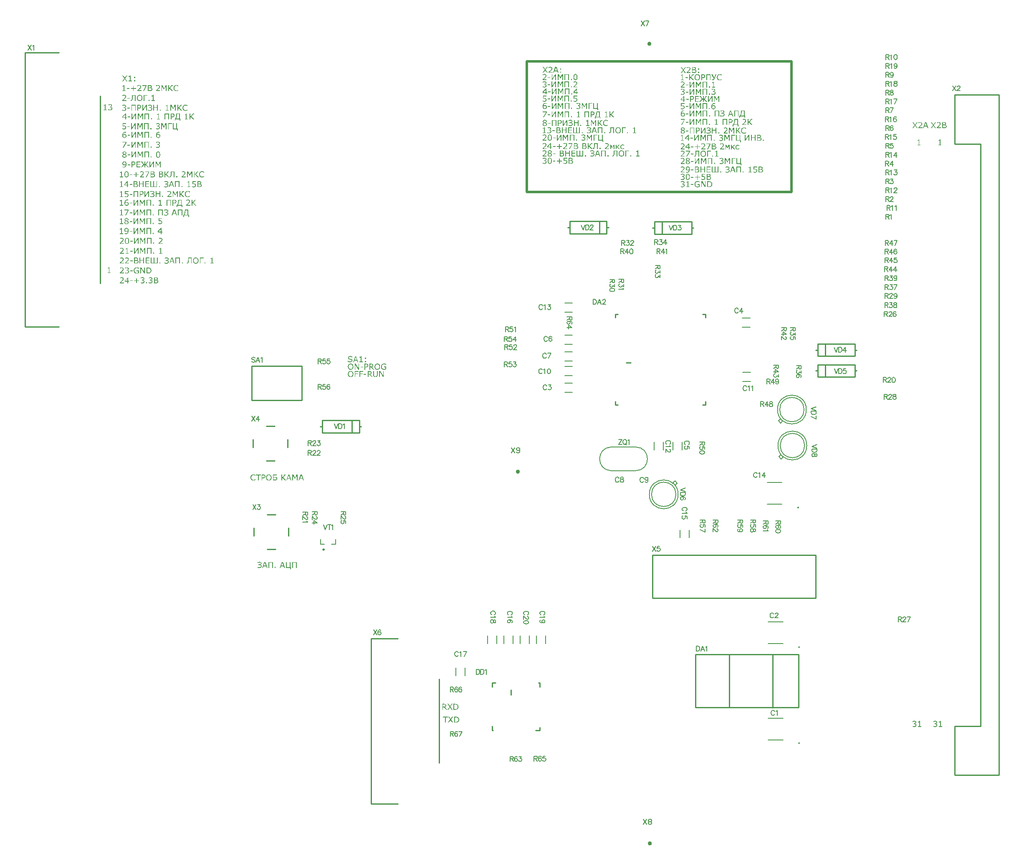
<source format=gto>
G04*
G04 #@! TF.GenerationSoftware,Altium Limited,Altium Designer,21.9.2 (33)*
G04*
G04 Layer_Color=65535*
%FSLAX44Y44*%
%MOMM*%
G71*
G04*
G04 #@! TF.SameCoordinates,F3885508-5BA4-4F46-A5D4-ABF0D579B2B6*
G04*
G04*
G04 #@! TF.FilePolarity,Positive*
G04*
G01*
G75*
%ADD10C,0.2500*%
%ADD11C,0.3302*%
%ADD12C,0.2000*%
%ADD13C,0.4000*%
%ADD14C,0.5000*%
%ADD15C,0.2540*%
%ADD16C,0.1500*%
G36*
X1338536Y1587772D02*
X1342666Y1581735D01*
X1340814D01*
X1337555Y1586642D01*
X1334222Y1581735D01*
X1332500D01*
X1336648Y1587698D01*
X1332593Y1593697D01*
X1334426D01*
X1337629Y1588827D01*
X1340925Y1593697D01*
X1342666D01*
X1338536Y1587772D01*
D02*
G37*
G36*
X1369663Y1588420D02*
X1367737D01*
Y1590716D01*
X1369663D01*
Y1588420D01*
D02*
G37*
G36*
Y1581735D02*
X1367737D01*
Y1584031D01*
X1369663D01*
Y1581735D01*
D02*
G37*
G36*
X1359553Y1593678D02*
X1359868D01*
X1360201Y1593660D01*
X1360497Y1593623D01*
X1360775Y1593586D01*
X1360812D01*
X1360886Y1593567D01*
X1361016Y1593549D01*
X1361182Y1593512D01*
X1361367Y1593456D01*
X1361590Y1593382D01*
X1361812Y1593308D01*
X1362034Y1593197D01*
X1362071Y1593179D01*
X1362145Y1593141D01*
X1362256Y1593049D01*
X1362404Y1592956D01*
X1362552Y1592827D01*
X1362701Y1592660D01*
X1362849Y1592493D01*
X1362978Y1592290D01*
X1362997Y1592271D01*
X1363034Y1592197D01*
X1363071Y1592086D01*
X1363145Y1591938D01*
X1363201Y1591734D01*
X1363238Y1591531D01*
X1363275Y1591271D01*
X1363293Y1591012D01*
Y1590975D01*
Y1590864D01*
X1363275Y1590716D01*
X1363238Y1590512D01*
X1363182Y1590290D01*
X1363108Y1590031D01*
X1362997Y1589790D01*
X1362849Y1589549D01*
X1362830Y1589531D01*
X1362775Y1589457D01*
X1362682Y1589346D01*
X1362552Y1589216D01*
X1362386Y1589049D01*
X1362182Y1588901D01*
X1361960Y1588735D01*
X1361701Y1588586D01*
Y1588531D01*
X1361719D01*
X1361756Y1588512D01*
X1361812Y1588494D01*
X1361904Y1588475D01*
X1362127Y1588401D01*
X1362386Y1588309D01*
X1362701Y1588161D01*
X1363015Y1587975D01*
X1363330Y1587735D01*
X1363608Y1587457D01*
X1363645Y1587420D01*
X1363719Y1587309D01*
X1363830Y1587142D01*
X1363960Y1586901D01*
X1364089Y1586605D01*
X1364200Y1586253D01*
X1364274Y1585846D01*
X1364312Y1585402D01*
Y1585383D01*
Y1585365D01*
Y1585253D01*
X1364293Y1585087D01*
X1364274Y1584865D01*
X1364219Y1584624D01*
X1364163Y1584365D01*
X1364071Y1584087D01*
X1363960Y1583828D01*
X1363941Y1583791D01*
X1363904Y1583717D01*
X1363830Y1583587D01*
X1363719Y1583439D01*
X1363589Y1583254D01*
X1363441Y1583069D01*
X1363256Y1582883D01*
X1363052Y1582698D01*
X1363015Y1582680D01*
X1362941Y1582606D01*
X1362793Y1582531D01*
X1362626Y1582420D01*
X1362404Y1582291D01*
X1362145Y1582161D01*
X1361867Y1582050D01*
X1361571Y1581958D01*
X1361534D01*
X1361423Y1581920D01*
X1361256Y1581884D01*
X1361016Y1581846D01*
X1360719Y1581809D01*
X1360367Y1581772D01*
X1359960Y1581754D01*
X1359516Y1581735D01*
X1355294D01*
Y1593697D01*
X1359275D01*
X1359553Y1593678D01*
D02*
G37*
G36*
X1348461Y1593919D02*
X1348628D01*
X1348795Y1593901D01*
X1348998Y1593864D01*
X1349220Y1593827D01*
X1349665Y1593716D01*
X1350146Y1593567D01*
X1350609Y1593345D01*
X1350831Y1593197D01*
X1351035Y1593049D01*
X1351054Y1593030D01*
X1351072Y1593012D01*
X1351128Y1592956D01*
X1351202Y1592882D01*
X1351276Y1592790D01*
X1351368Y1592697D01*
X1351461Y1592567D01*
X1351572Y1592419D01*
X1351757Y1592068D01*
X1351924Y1591660D01*
X1351998Y1591420D01*
X1352054Y1591179D01*
X1352072Y1590920D01*
X1352091Y1590642D01*
Y1590605D01*
Y1590531D01*
Y1590401D01*
X1352072Y1590234D01*
X1352054Y1590031D01*
X1352016Y1589809D01*
X1351905Y1589364D01*
Y1589346D01*
X1351868Y1589272D01*
X1351831Y1589160D01*
X1351776Y1589012D01*
X1351702Y1588846D01*
X1351628Y1588660D01*
X1351405Y1588253D01*
X1351387Y1588235D01*
X1351350Y1588161D01*
X1351276Y1588068D01*
X1351202Y1587938D01*
X1351091Y1587790D01*
X1350961Y1587624D01*
X1350665Y1587272D01*
X1350646Y1587253D01*
X1350591Y1587179D01*
X1350498Y1587087D01*
X1350387Y1586957D01*
X1350220Y1586809D01*
X1350054Y1586624D01*
X1349869Y1586420D01*
X1349646Y1586216D01*
X1349609Y1586179D01*
X1349498Y1586068D01*
X1349332Y1585902D01*
X1349109Y1585698D01*
X1348832Y1585439D01*
X1348535Y1585161D01*
X1348221Y1584865D01*
X1347869Y1584568D01*
X1347850D01*
X1347832Y1584531D01*
X1347721Y1584439D01*
X1347536Y1584291D01*
X1347313Y1584105D01*
X1347054Y1583883D01*
X1346776Y1583624D01*
X1346165Y1583124D01*
X1352590D01*
Y1581735D01*
X1344517D01*
Y1583420D01*
X1344536D01*
X1344554Y1583457D01*
X1344665Y1583550D01*
X1344832Y1583680D01*
X1345036Y1583865D01*
X1345295Y1584087D01*
X1345573Y1584328D01*
X1345869Y1584587D01*
X1346184Y1584865D01*
X1346202D01*
X1346221Y1584902D01*
X1346332Y1584994D01*
X1346499Y1585124D01*
X1346702Y1585309D01*
X1346943Y1585531D01*
X1347221Y1585772D01*
X1347776Y1586290D01*
X1347795Y1586309D01*
X1347850Y1586364D01*
X1347924Y1586438D01*
X1348017Y1586531D01*
X1348147Y1586661D01*
X1348295Y1586809D01*
X1348609Y1587142D01*
X1348961Y1587531D01*
X1349313Y1587920D01*
X1349628Y1588309D01*
X1349776Y1588494D01*
X1349887Y1588660D01*
Y1588679D01*
X1349906Y1588698D01*
X1349943Y1588753D01*
X1349980Y1588809D01*
X1350072Y1588994D01*
X1350183Y1589234D01*
X1350276Y1589512D01*
X1350368Y1589846D01*
X1350443Y1590197D01*
X1350461Y1590568D01*
Y1590586D01*
Y1590605D01*
Y1590716D01*
X1350424Y1590883D01*
X1350387Y1591105D01*
X1350313Y1591327D01*
X1350202Y1591568D01*
X1350035Y1591808D01*
X1349832Y1592012D01*
X1349794Y1592030D01*
X1349720Y1592105D01*
X1349572Y1592179D01*
X1349387Y1592290D01*
X1349146Y1592382D01*
X1348850Y1592475D01*
X1348517Y1592531D01*
X1348128Y1592549D01*
X1347998D01*
X1347850Y1592531D01*
X1347647Y1592512D01*
X1347406Y1592475D01*
X1347147Y1592438D01*
X1346850Y1592364D01*
X1346536Y1592271D01*
X1346499Y1592253D01*
X1346387Y1592216D01*
X1346221Y1592160D01*
X1346017Y1592086D01*
X1345776Y1591975D01*
X1345499Y1591827D01*
X1345184Y1591679D01*
X1344888Y1591494D01*
X1344814D01*
Y1593179D01*
X1344832Y1593197D01*
X1344925Y1593234D01*
X1345036Y1593271D01*
X1345202Y1593345D01*
X1345425Y1593419D01*
X1345684Y1593512D01*
X1345980Y1593604D01*
X1346313Y1593697D01*
X1346332D01*
X1346350Y1593716D01*
X1346406D01*
X1346480Y1593734D01*
X1346665Y1593771D01*
X1346906Y1593827D01*
X1347184Y1593864D01*
X1347498Y1593901D01*
X1347832Y1593919D01*
X1348165Y1593938D01*
X1348350D01*
X1348461Y1593919D01*
D02*
G37*
G36*
X1412140Y1579324D02*
X1412399Y1579306D01*
X1412677Y1579287D01*
X1413010Y1579250D01*
X1413362Y1579176D01*
X1413714Y1579102D01*
X1413732D01*
X1413751Y1579084D01*
X1413806D01*
X1413880Y1579065D01*
X1414084Y1578991D01*
X1414343Y1578917D01*
X1414658Y1578806D01*
X1415029Y1578658D01*
X1415436Y1578491D01*
X1415862Y1578288D01*
Y1576399D01*
X1415732D01*
X1415714Y1576417D01*
X1415695Y1576436D01*
X1415639Y1576473D01*
X1415565Y1576528D01*
X1415362Y1576677D01*
X1415121Y1576862D01*
X1414825Y1577047D01*
X1414491Y1577251D01*
X1414140Y1577436D01*
X1413769Y1577584D01*
X1413751D01*
X1413732Y1577602D01*
X1413677Y1577621D01*
X1413603Y1577639D01*
X1413399Y1577713D01*
X1413140Y1577788D01*
X1412825Y1577843D01*
X1412473Y1577917D01*
X1412084Y1577954D01*
X1411677Y1577973D01*
X1411529D01*
X1411344Y1577954D01*
X1411140Y1577936D01*
X1410881Y1577899D01*
X1410603Y1577843D01*
X1410325Y1577769D01*
X1410047Y1577677D01*
X1410011Y1577658D01*
X1409918Y1577621D01*
X1409788Y1577547D01*
X1409622Y1577454D01*
X1409418Y1577325D01*
X1409196Y1577158D01*
X1408974Y1576973D01*
X1408751Y1576751D01*
X1408733Y1576732D01*
X1408659Y1576640D01*
X1408566Y1576510D01*
X1408437Y1576343D01*
X1408288Y1576121D01*
X1408159Y1575862D01*
X1408011Y1575566D01*
X1407881Y1575232D01*
Y1575214D01*
X1407863Y1575195D01*
Y1575140D01*
X1407844Y1575066D01*
X1407789Y1574881D01*
X1407733Y1574621D01*
X1407677Y1574306D01*
X1407640Y1573936D01*
X1407603Y1573547D01*
X1407585Y1573103D01*
Y1573084D01*
Y1573047D01*
Y1572973D01*
Y1572899D01*
X1407603Y1572788D01*
Y1572659D01*
X1407622Y1572362D01*
X1407659Y1572010D01*
X1407733Y1571659D01*
X1407807Y1571270D01*
X1407918Y1570918D01*
Y1570899D01*
X1407937Y1570881D01*
X1407974Y1570770D01*
X1408048Y1570603D01*
X1408159Y1570399D01*
X1408288Y1570159D01*
X1408437Y1569918D01*
X1408603Y1569677D01*
X1408807Y1569455D01*
X1408825Y1569437D01*
X1408900Y1569362D01*
X1409029Y1569251D01*
X1409177Y1569122D01*
X1409362Y1568974D01*
X1409585Y1568826D01*
X1409844Y1568677D01*
X1410103Y1568566D01*
X1410140Y1568548D01*
X1410233Y1568529D01*
X1410381Y1568474D01*
X1410585Y1568437D01*
X1410825Y1568381D01*
X1411103Y1568326D01*
X1411381Y1568307D01*
X1411696Y1568289D01*
X1411899D01*
X1411992Y1568307D01*
X1412103D01*
X1412399Y1568344D01*
X1412732Y1568381D01*
X1413084Y1568455D01*
X1413473Y1568548D01*
X1413843Y1568677D01*
X1413862D01*
X1413880Y1568696D01*
X1413936Y1568714D01*
X1414010Y1568752D01*
X1414214Y1568844D01*
X1414454Y1568974D01*
X1414751Y1569140D01*
X1415065Y1569344D01*
X1415399Y1569585D01*
X1415732Y1569863D01*
X1415862D01*
Y1567992D01*
X1415843D01*
X1415788Y1567955D01*
X1415695Y1567918D01*
X1415603Y1567881D01*
X1415325Y1567752D01*
X1415047Y1567622D01*
X1415029D01*
X1414991Y1567585D01*
X1414899Y1567566D01*
X1414806Y1567511D01*
X1414658Y1567455D01*
X1414510Y1567400D01*
X1414325Y1567344D01*
X1414121Y1567270D01*
X1414103D01*
X1414029Y1567252D01*
X1413936Y1567233D01*
X1413806Y1567196D01*
X1413640Y1567159D01*
X1413455Y1567122D01*
X1413047Y1567029D01*
X1413029D01*
X1412955Y1567011D01*
X1412825Y1566992D01*
X1412677Y1566974D01*
X1412492Y1566955D01*
X1412269Y1566937D01*
X1412047Y1566918D01*
X1411566D01*
X1411455Y1566937D01*
X1411325D01*
X1411010Y1566955D01*
X1410640Y1567011D01*
X1410251Y1567066D01*
X1409825Y1567159D01*
X1409418Y1567270D01*
X1409399D01*
X1409362Y1567289D01*
X1409307Y1567307D01*
X1409233Y1567344D01*
X1409048Y1567437D01*
X1408788Y1567548D01*
X1408511Y1567715D01*
X1408196Y1567918D01*
X1407881Y1568140D01*
X1407566Y1568418D01*
X1407529Y1568455D01*
X1407437Y1568566D01*
X1407307Y1568733D01*
X1407122Y1568955D01*
X1406937Y1569233D01*
X1406733Y1569566D01*
X1406529Y1569937D01*
X1406363Y1570362D01*
Y1570381D01*
X1406344Y1570418D01*
X1406326Y1570473D01*
X1406289Y1570566D01*
X1406270Y1570677D01*
X1406233Y1570825D01*
X1406196Y1570974D01*
X1406159Y1571159D01*
X1406066Y1571548D01*
X1406011Y1572010D01*
X1405955Y1572547D01*
X1405937Y1573103D01*
Y1573121D01*
Y1573177D01*
Y1573251D01*
Y1573362D01*
X1405955Y1573492D01*
Y1573640D01*
X1405974Y1573806D01*
X1405992Y1573992D01*
X1406029Y1574399D01*
X1406104Y1574843D01*
X1406215Y1575306D01*
X1406344Y1575751D01*
Y1575769D01*
X1406363Y1575806D01*
X1406381Y1575862D01*
X1406418Y1575954D01*
X1406529Y1576158D01*
X1406659Y1576436D01*
X1406826Y1576751D01*
X1407029Y1577084D01*
X1407270Y1577417D01*
X1407548Y1577732D01*
X1407585Y1577769D01*
X1407677Y1577862D01*
X1407844Y1577991D01*
X1408066Y1578176D01*
X1408326Y1578362D01*
X1408640Y1578565D01*
X1408992Y1578750D01*
X1409381Y1578917D01*
X1409399D01*
X1409436Y1578936D01*
X1409492Y1578954D01*
X1409566Y1578991D01*
X1409677Y1579010D01*
X1409788Y1579047D01*
X1410085Y1579139D01*
X1410455Y1579213D01*
X1410862Y1579269D01*
X1411307Y1579324D01*
X1411788Y1579343D01*
X1411955D01*
X1412140Y1579324D01*
D02*
G37*
G36*
X1358757Y1577695D02*
X1357905D01*
X1357775Y1577677D01*
X1357497Y1577658D01*
X1357349Y1577621D01*
X1357220Y1577584D01*
X1357201D01*
X1357164Y1577565D01*
X1357109Y1577528D01*
X1357034Y1577491D01*
X1356849Y1577380D01*
X1356664Y1577232D01*
X1356646D01*
X1356627Y1577195D01*
X1356516Y1577084D01*
X1356386Y1576917D01*
X1356257Y1576677D01*
Y1576658D01*
X1356220Y1576621D01*
X1356201Y1576547D01*
X1356146Y1576436D01*
X1356090Y1576325D01*
X1356035Y1576177D01*
X1355905Y1575843D01*
Y1575825D01*
X1355887Y1575806D01*
X1355868Y1575751D01*
X1355831Y1575677D01*
X1355738Y1575491D01*
X1355646Y1575251D01*
X1355498Y1574992D01*
X1355368Y1574751D01*
X1355201Y1574492D01*
X1355035Y1574288D01*
X1355016Y1574269D01*
X1354961Y1574214D01*
X1354868Y1574103D01*
X1354738Y1573992D01*
X1354572Y1573862D01*
X1354368Y1573714D01*
X1354146Y1573566D01*
X1353887Y1573418D01*
X1359442Y1567141D01*
X1357386D01*
X1352535Y1572584D01*
X1351461D01*
Y1567141D01*
X1349869D01*
Y1579102D01*
X1351461D01*
Y1573732D01*
X1351609D01*
X1351702Y1573751D01*
X1351961Y1573770D01*
X1352220Y1573806D01*
X1352239D01*
X1352276Y1573825D01*
X1352350Y1573844D01*
X1352442Y1573862D01*
X1352665Y1573955D01*
X1352905Y1574084D01*
X1352924D01*
X1352961Y1574121D01*
X1353016Y1574158D01*
X1353109Y1574214D01*
X1353313Y1574380D01*
X1353535Y1574603D01*
X1353553Y1574621D01*
X1353590Y1574658D01*
X1353646Y1574732D01*
X1353720Y1574825D01*
X1353813Y1574955D01*
X1353905Y1575103D01*
X1353998Y1575251D01*
X1354090Y1575436D01*
Y1575455D01*
X1354109Y1575473D01*
X1354164Y1575584D01*
X1354238Y1575769D01*
X1354331Y1575992D01*
Y1576010D01*
X1354350Y1576047D01*
X1354387Y1576121D01*
X1354424Y1576195D01*
X1354516Y1576417D01*
X1354627Y1576677D01*
Y1576695D01*
X1354646Y1576732D01*
X1354683Y1576806D01*
X1354720Y1576899D01*
X1354776Y1577010D01*
X1354850Y1577121D01*
X1354998Y1577417D01*
X1355183Y1577713D01*
X1355405Y1578028D01*
X1355664Y1578306D01*
X1355794Y1578436D01*
X1355923Y1578547D01*
X1355961Y1578565D01*
X1356072Y1578639D01*
X1356238Y1578732D01*
X1356479Y1578824D01*
X1356775Y1578936D01*
X1357164Y1579010D01*
X1357608Y1579084D01*
X1358109Y1579102D01*
X1358757D01*
Y1577695D01*
D02*
G37*
G36*
X1400400Y1569029D02*
X1400382Y1569011D01*
X1400345Y1568937D01*
X1400289Y1568807D01*
X1400215Y1568677D01*
X1400123Y1568511D01*
X1400011Y1568344D01*
X1399882Y1568177D01*
X1399752Y1568011D01*
X1399734Y1567992D01*
X1399697Y1567955D01*
X1399604Y1567881D01*
X1399512Y1567789D01*
X1399400Y1567696D01*
X1399252Y1567603D01*
X1398956Y1567418D01*
X1398938D01*
X1398882Y1567381D01*
X1398808Y1567344D01*
X1398697Y1567307D01*
X1398438Y1567215D01*
X1398141Y1567141D01*
X1398067D01*
X1397993Y1567122D01*
X1397901D01*
X1397660Y1567103D01*
X1397382Y1567085D01*
X1397160D01*
X1397049Y1567103D01*
X1396919D01*
X1396604Y1567122D01*
X1396456D01*
X1396364Y1567141D01*
X1396030D01*
Y1568640D01*
X1396160D01*
X1396234Y1568622D01*
X1396345Y1568603D01*
X1396530Y1568585D01*
X1396586D01*
X1396642Y1568566D01*
X1396716D01*
X1396938Y1568548D01*
X1397438D01*
X1397623Y1568566D01*
X1397678D01*
X1397734Y1568585D01*
X1397808D01*
X1397975Y1568622D01*
X1398141Y1568677D01*
X1398160D01*
X1398178Y1568696D01*
X1398308Y1568752D01*
X1398475Y1568844D01*
X1398660Y1568974D01*
X1398678Y1568992D01*
X1398697Y1569011D01*
X1398752Y1569066D01*
X1398808Y1569140D01*
X1398956Y1569326D01*
X1399086Y1569585D01*
X1399382Y1570233D01*
X1394938Y1579102D01*
X1396716D01*
X1400197Y1572047D01*
X1403326Y1579102D01*
X1404955D01*
X1400400Y1569029D01*
D02*
G37*
G36*
X1346980Y1571659D02*
X1341962D01*
Y1573103D01*
X1346980D01*
Y1571659D01*
D02*
G37*
G36*
X1393271Y1567141D02*
X1391679D01*
Y1577695D01*
X1385717D01*
Y1567141D01*
X1384124D01*
Y1579102D01*
X1393271D01*
Y1567141D01*
D02*
G37*
G36*
X1378069Y1579084D02*
X1378347Y1579065D01*
X1378662Y1579028D01*
X1378958Y1578973D01*
X1379254Y1578917D01*
X1379292D01*
X1379384Y1578880D01*
X1379532Y1578843D01*
X1379699Y1578769D01*
X1379921Y1578695D01*
X1380143Y1578602D01*
X1380365Y1578473D01*
X1380588Y1578343D01*
X1380625Y1578325D01*
X1380699Y1578269D01*
X1380828Y1578158D01*
X1380977Y1578028D01*
X1381143Y1577862D01*
X1381328Y1577658D01*
X1381495Y1577436D01*
X1381643Y1577195D01*
X1381662Y1577158D01*
X1381699Y1577084D01*
X1381773Y1576936D01*
X1381847Y1576732D01*
X1381902Y1576491D01*
X1381976Y1576195D01*
X1382013Y1575843D01*
X1382032Y1575473D01*
Y1575436D01*
Y1575343D01*
X1382013Y1575177D01*
X1381995Y1574992D01*
X1381958Y1574769D01*
X1381921Y1574510D01*
X1381847Y1574251D01*
X1381754Y1573992D01*
X1381736Y1573955D01*
X1381699Y1573881D01*
X1381643Y1573751D01*
X1381550Y1573603D01*
X1381439Y1573418D01*
X1381310Y1573214D01*
X1381162Y1573010D01*
X1380977Y1572825D01*
X1380939Y1572807D01*
X1380865Y1572733D01*
X1380736Y1572621D01*
X1380551Y1572473D01*
X1380347Y1572325D01*
X1380088Y1572177D01*
X1379810Y1572029D01*
X1379495Y1571899D01*
X1379458Y1571881D01*
X1379347Y1571862D01*
X1379162Y1571807D01*
X1378921Y1571751D01*
X1378606Y1571696D01*
X1378255Y1571659D01*
X1377829Y1571622D01*
X1377366Y1571603D01*
X1375792D01*
Y1567141D01*
X1374199D01*
Y1579102D01*
X1377810D01*
X1378069Y1579084D01*
D02*
G37*
G36*
X1336537Y1568363D02*
X1338981D01*
Y1567141D01*
X1332500D01*
Y1568363D01*
X1335000D01*
Y1576399D01*
X1332500D01*
Y1577491D01*
X1332685D01*
X1332815Y1577510D01*
X1332981D01*
X1333167Y1577528D01*
X1333574Y1577565D01*
X1333593D01*
X1333667Y1577584D01*
X1333778Y1577602D01*
X1333907Y1577639D01*
X1334203Y1577713D01*
X1334333Y1577751D01*
X1334463Y1577806D01*
X1334481Y1577825D01*
X1334518Y1577843D01*
X1334592Y1577880D01*
X1334666Y1577954D01*
X1334870Y1578102D01*
X1335037Y1578306D01*
X1335055Y1578325D01*
X1335074Y1578362D01*
X1335111Y1578436D01*
X1335148Y1578528D01*
X1335203Y1578658D01*
X1335240Y1578806D01*
X1335278Y1578973D01*
X1335296Y1579158D01*
X1336537D01*
Y1568363D01*
D02*
G37*
G36*
X1366441Y1579324D02*
X1366570D01*
X1366867Y1579287D01*
X1367237Y1579232D01*
X1367608Y1579158D01*
X1368015Y1579065D01*
X1368404Y1578917D01*
X1368422D01*
X1368459Y1578899D01*
X1368496Y1578880D01*
X1368570Y1578843D01*
X1368774Y1578750D01*
X1369015Y1578602D01*
X1369292Y1578436D01*
X1369589Y1578232D01*
X1369885Y1577991D01*
X1370163Y1577713D01*
X1370200Y1577677D01*
X1370274Y1577565D01*
X1370403Y1577399D01*
X1370570Y1577177D01*
X1370755Y1576880D01*
X1370941Y1576547D01*
X1371107Y1576177D01*
X1371274Y1575751D01*
Y1575732D01*
X1371292Y1575695D01*
X1371311Y1575640D01*
X1371329Y1575547D01*
X1371366Y1575436D01*
X1371403Y1575306D01*
X1371440Y1575158D01*
X1371477Y1574992D01*
X1371552Y1574584D01*
X1371626Y1574140D01*
X1371663Y1573640D01*
X1371681Y1573103D01*
Y1573084D01*
Y1573047D01*
Y1572955D01*
Y1572862D01*
X1371663Y1572733D01*
Y1572584D01*
X1371644Y1572418D01*
X1371626Y1572233D01*
X1371588Y1571807D01*
X1371514Y1571362D01*
X1371403Y1570918D01*
X1371274Y1570455D01*
Y1570437D01*
X1371255Y1570399D01*
X1371237Y1570344D01*
X1371200Y1570270D01*
X1371107Y1570048D01*
X1370977Y1569770D01*
X1370829Y1569474D01*
X1370626Y1569140D01*
X1370422Y1568826D01*
X1370163Y1568511D01*
X1370126Y1568474D01*
X1370033Y1568381D01*
X1369866Y1568233D01*
X1369663Y1568066D01*
X1369404Y1567863D01*
X1369107Y1567659D01*
X1368774Y1567474D01*
X1368404Y1567307D01*
X1368385D01*
X1368367Y1567289D01*
X1368311Y1567270D01*
X1368237Y1567252D01*
X1368126Y1567215D01*
X1368015Y1567178D01*
X1367737Y1567103D01*
X1367404Y1567029D01*
X1367015Y1566955D01*
X1366570Y1566918D01*
X1366108Y1566900D01*
X1365904D01*
X1365793Y1566918D01*
X1365663D01*
X1365349Y1566955D01*
X1364997Y1566992D01*
X1364608Y1567066D01*
X1364200Y1567178D01*
X1363812Y1567307D01*
X1363793D01*
X1363775Y1567326D01*
X1363719Y1567344D01*
X1363645Y1567381D01*
X1363441Y1567492D01*
X1363201Y1567622D01*
X1362923Y1567789D01*
X1362626Y1567992D01*
X1362330Y1568233D01*
X1362052Y1568511D01*
Y1568529D01*
X1362016Y1568548D01*
X1361941Y1568659D01*
X1361812Y1568826D01*
X1361645Y1569048D01*
X1361460Y1569344D01*
X1361275Y1569659D01*
X1361108Y1570048D01*
X1360941Y1570455D01*
Y1570473D01*
X1360923Y1570511D01*
X1360905Y1570566D01*
X1360886Y1570659D01*
X1360849Y1570770D01*
X1360812Y1570899D01*
X1360775Y1571048D01*
X1360756Y1571233D01*
X1360682Y1571622D01*
X1360608Y1572066D01*
X1360571Y1572566D01*
X1360553Y1573103D01*
Y1573121D01*
Y1573177D01*
Y1573251D01*
Y1573344D01*
X1360571Y1573473D01*
Y1573621D01*
X1360590Y1573788D01*
X1360608Y1573973D01*
X1360645Y1574380D01*
X1360701Y1574825D01*
X1360793Y1575269D01*
X1360923Y1575714D01*
Y1575732D01*
X1360941Y1575769D01*
X1360960Y1575825D01*
X1360997Y1575917D01*
X1361034Y1576010D01*
X1361090Y1576121D01*
X1361219Y1576399D01*
X1361367Y1576714D01*
X1361571Y1577047D01*
X1361793Y1577380D01*
X1362052Y1577713D01*
X1362090Y1577751D01*
X1362182Y1577843D01*
X1362330Y1577991D01*
X1362534Y1578158D01*
X1362793Y1578343D01*
X1363089Y1578547D01*
X1363441Y1578750D01*
X1363812Y1578917D01*
X1363830D01*
X1363867Y1578936D01*
X1363923Y1578954D01*
X1363997Y1578991D01*
X1364089Y1579010D01*
X1364219Y1579047D01*
X1364497Y1579139D01*
X1364830Y1579213D01*
X1365219Y1579269D01*
X1365645Y1579324D01*
X1366108Y1579343D01*
X1366330D01*
X1366441Y1579324D01*
D02*
G37*
G36*
X1373755Y1552305D02*
X1372163D01*
Y1562600D01*
X1368830Y1555601D01*
X1367885D01*
X1364589Y1562600D01*
Y1552305D01*
X1363108D01*
Y1564267D01*
X1365256D01*
X1368459Y1557601D01*
X1371533Y1564267D01*
X1373755D01*
Y1552305D01*
D02*
G37*
G36*
X1347906Y1556823D02*
X1342888D01*
Y1558267D01*
X1347906D01*
Y1556823D01*
D02*
G37*
G36*
X1359886Y1552305D02*
X1358294D01*
Y1561878D01*
X1352368Y1552305D01*
X1350757D01*
Y1564267D01*
X1352350D01*
Y1554823D01*
X1358183Y1564267D01*
X1359886D01*
Y1552305D01*
D02*
G37*
G36*
X1399975Y1553527D02*
X1402419D01*
Y1552305D01*
X1395938D01*
Y1553527D01*
X1398438D01*
Y1561563D01*
X1395938D01*
Y1562656D01*
X1396123D01*
X1396253Y1562674D01*
X1396419D01*
X1396604Y1562693D01*
X1397012Y1562730D01*
X1397030D01*
X1397104Y1562748D01*
X1397216Y1562767D01*
X1397345Y1562804D01*
X1397641Y1562878D01*
X1397771Y1562915D01*
X1397901Y1562971D01*
X1397919Y1562989D01*
X1397956Y1563008D01*
X1398030Y1563045D01*
X1398104Y1563119D01*
X1398308Y1563267D01*
X1398475Y1563470D01*
X1398493Y1563489D01*
X1398512Y1563526D01*
X1398549Y1563600D01*
X1398586Y1563693D01*
X1398641Y1563822D01*
X1398678Y1563970D01*
X1398715Y1564137D01*
X1398734Y1564322D01*
X1399975D01*
Y1553527D01*
D02*
G37*
G36*
X1391698Y1552305D02*
X1389772D01*
Y1554601D01*
X1391698D01*
Y1552305D01*
D02*
G37*
G36*
X1386124D02*
X1384532D01*
Y1562859D01*
X1378569D01*
Y1552305D01*
X1376977D01*
Y1564267D01*
X1386124D01*
Y1552305D01*
D02*
G37*
G36*
X1336444Y1564489D02*
X1336611D01*
X1336777Y1564470D01*
X1336981Y1564433D01*
X1337203Y1564396D01*
X1337648Y1564285D01*
X1338129Y1564137D01*
X1338592Y1563915D01*
X1338814Y1563767D01*
X1339018Y1563619D01*
X1339036Y1563600D01*
X1339055Y1563582D01*
X1339110Y1563526D01*
X1339185Y1563452D01*
X1339259Y1563359D01*
X1339351Y1563267D01*
X1339444Y1563137D01*
X1339555Y1562989D01*
X1339740Y1562637D01*
X1339907Y1562230D01*
X1339981Y1561989D01*
X1340036Y1561749D01*
X1340055Y1561489D01*
X1340073Y1561212D01*
Y1561174D01*
Y1561100D01*
Y1560971D01*
X1340055Y1560804D01*
X1340036Y1560600D01*
X1339999Y1560378D01*
X1339888Y1559934D01*
Y1559915D01*
X1339851Y1559841D01*
X1339814Y1559730D01*
X1339758Y1559582D01*
X1339684Y1559415D01*
X1339610Y1559230D01*
X1339388Y1558823D01*
X1339370Y1558804D01*
X1339333Y1558730D01*
X1339259Y1558638D01*
X1339185Y1558508D01*
X1339073Y1558360D01*
X1338944Y1558193D01*
X1338647Y1557841D01*
X1338629Y1557823D01*
X1338573Y1557749D01*
X1338481Y1557656D01*
X1338370Y1557527D01*
X1338203Y1557379D01*
X1338036Y1557193D01*
X1337851Y1556990D01*
X1337629Y1556786D01*
X1337592Y1556749D01*
X1337481Y1556638D01*
X1337314Y1556471D01*
X1337092Y1556268D01*
X1336814Y1556008D01*
X1336518Y1555731D01*
X1336203Y1555434D01*
X1335851Y1555138D01*
X1335833D01*
X1335815Y1555101D01*
X1335703Y1555008D01*
X1335518Y1554860D01*
X1335296Y1554675D01*
X1335037Y1554453D01*
X1334759Y1554194D01*
X1334148Y1553694D01*
X1340573D01*
Y1552305D01*
X1332500D01*
Y1553990D01*
X1332518D01*
X1332537Y1554027D01*
X1332648Y1554120D01*
X1332815Y1554249D01*
X1333018Y1554434D01*
X1333278Y1554657D01*
X1333555Y1554897D01*
X1333852Y1555157D01*
X1334167Y1555434D01*
X1334185D01*
X1334203Y1555471D01*
X1334315Y1555564D01*
X1334481Y1555694D01*
X1334685Y1555879D01*
X1334926Y1556101D01*
X1335203Y1556342D01*
X1335759Y1556860D01*
X1335777Y1556879D01*
X1335833Y1556934D01*
X1335907Y1557008D01*
X1336000Y1557101D01*
X1336129Y1557230D01*
X1336277Y1557379D01*
X1336592Y1557712D01*
X1336944Y1558101D01*
X1337296Y1558490D01*
X1337611Y1558878D01*
X1337759Y1559064D01*
X1337870Y1559230D01*
Y1559249D01*
X1337888Y1559267D01*
X1337925Y1559323D01*
X1337962Y1559378D01*
X1338055Y1559563D01*
X1338166Y1559804D01*
X1338259Y1560082D01*
X1338351Y1560415D01*
X1338425Y1560767D01*
X1338444Y1561137D01*
Y1561156D01*
Y1561174D01*
Y1561286D01*
X1338407Y1561452D01*
X1338370Y1561674D01*
X1338296Y1561897D01*
X1338185Y1562137D01*
X1338018Y1562378D01*
X1337814Y1562582D01*
X1337777Y1562600D01*
X1337703Y1562674D01*
X1337555Y1562748D01*
X1337370Y1562859D01*
X1337129Y1562952D01*
X1336833Y1563045D01*
X1336500Y1563100D01*
X1336111Y1563119D01*
X1335981D01*
X1335833Y1563100D01*
X1335629Y1563082D01*
X1335389Y1563045D01*
X1335129Y1563008D01*
X1334833Y1562934D01*
X1334518Y1562841D01*
X1334481Y1562823D01*
X1334370Y1562785D01*
X1334203Y1562730D01*
X1334000Y1562656D01*
X1333759Y1562545D01*
X1333481Y1562397D01*
X1333167Y1562248D01*
X1332870Y1562063D01*
X1332796D01*
Y1563748D01*
X1332815Y1563767D01*
X1332907Y1563804D01*
X1333018Y1563841D01*
X1333185Y1563915D01*
X1333407Y1563989D01*
X1333667Y1564082D01*
X1333963Y1564174D01*
X1334296Y1564267D01*
X1334315D01*
X1334333Y1564285D01*
X1334389D01*
X1334463Y1564304D01*
X1334648Y1564341D01*
X1334889Y1564396D01*
X1335166Y1564433D01*
X1335481Y1564470D01*
X1335815Y1564489D01*
X1336148Y1564507D01*
X1336333D01*
X1336444Y1564489D01*
D02*
G37*
G36*
X1373718Y1537710D02*
X1372126D01*
Y1548006D01*
X1368793Y1541006D01*
X1367848D01*
X1364552Y1548006D01*
Y1537710D01*
X1363071D01*
Y1549672D01*
X1365219D01*
X1368422Y1543006D01*
X1371496Y1549672D01*
X1373718D01*
Y1537710D01*
D02*
G37*
G36*
X1347869Y1542228D02*
X1342851D01*
Y1543673D01*
X1347869D01*
Y1542228D01*
D02*
G37*
G36*
X1359849Y1537710D02*
X1358257D01*
Y1547283D01*
X1352331Y1537710D01*
X1350720D01*
Y1549672D01*
X1352313D01*
Y1540228D01*
X1358145Y1549672D01*
X1359849D01*
Y1537710D01*
D02*
G37*
G36*
X1399252Y1549894D02*
X1399493Y1549876D01*
X1399752Y1549839D01*
X1400011Y1549802D01*
X1400271Y1549746D01*
X1400308D01*
X1400382Y1549709D01*
X1400511Y1549672D01*
X1400678Y1549616D01*
X1400863Y1549542D01*
X1401067Y1549450D01*
X1401474Y1549228D01*
X1401493Y1549209D01*
X1401567Y1549153D01*
X1401678Y1549079D01*
X1401808Y1548968D01*
X1401937Y1548820D01*
X1402085Y1548672D01*
X1402215Y1548487D01*
X1402345Y1548283D01*
X1402363Y1548265D01*
X1402400Y1548191D01*
X1402437Y1548080D01*
X1402511Y1547931D01*
X1402567Y1547746D01*
X1402604Y1547524D01*
X1402641Y1547283D01*
X1402659Y1547024D01*
Y1547006D01*
Y1546987D01*
Y1546931D01*
X1402641Y1546857D01*
X1402622Y1546672D01*
X1402567Y1546432D01*
X1402493Y1546154D01*
X1402363Y1545876D01*
X1402178Y1545580D01*
X1401937Y1545284D01*
X1401900Y1545246D01*
X1401808Y1545172D01*
X1401660Y1545043D01*
X1401474Y1544895D01*
X1401215Y1544728D01*
X1400937Y1544580D01*
X1400623Y1544432D01*
X1400271Y1544339D01*
Y1544228D01*
X1400289D01*
X1400345Y1544210D01*
X1400419D01*
X1400530Y1544173D01*
X1400660Y1544135D01*
X1400808Y1544099D01*
X1401160Y1543969D01*
X1401178D01*
X1401252Y1543932D01*
X1401345Y1543895D01*
X1401456Y1543821D01*
X1401734Y1543673D01*
X1402011Y1543450D01*
X1402030Y1543432D01*
X1402085Y1543395D01*
X1402141Y1543321D01*
X1402233Y1543210D01*
X1402345Y1543099D01*
X1402437Y1542950D01*
X1402548Y1542765D01*
X1402641Y1542580D01*
X1402659Y1542562D01*
X1402678Y1542487D01*
X1402715Y1542376D01*
X1402771Y1542228D01*
X1402826Y1542025D01*
X1402863Y1541802D01*
X1402882Y1541543D01*
X1402900Y1541247D01*
Y1541210D01*
Y1541117D01*
X1402882Y1540951D01*
X1402863Y1540747D01*
X1402826Y1540525D01*
X1402771Y1540266D01*
X1402696Y1540006D01*
X1402585Y1539747D01*
X1402567Y1539710D01*
X1402530Y1539636D01*
X1402456Y1539506D01*
X1402363Y1539340D01*
X1402252Y1539155D01*
X1402104Y1538951D01*
X1401937Y1538766D01*
X1401752Y1538562D01*
X1401734Y1538544D01*
X1401641Y1538469D01*
X1401530Y1538358D01*
X1401363Y1538247D01*
X1401141Y1538099D01*
X1400900Y1537970D01*
X1400641Y1537840D01*
X1400345Y1537729D01*
X1400308Y1537710D01*
X1400197Y1537692D01*
X1400030Y1537655D01*
X1399808Y1537599D01*
X1399549Y1537544D01*
X1399252Y1537507D01*
X1398900Y1537488D01*
X1398549Y1537469D01*
X1398382D01*
X1398178Y1537488D01*
X1397938Y1537507D01*
X1397623Y1537525D01*
X1397308Y1537581D01*
X1396956Y1537636D01*
X1396586Y1537710D01*
X1396567D01*
X1396549Y1537729D01*
X1396493D01*
X1396419Y1537747D01*
X1396253Y1537803D01*
X1396030Y1537858D01*
X1395771Y1537932D01*
X1395512Y1538006D01*
X1395253Y1538118D01*
X1395012Y1538210D01*
Y1539914D01*
X1395123D01*
X1395160Y1539895D01*
X1395253Y1539840D01*
X1395382Y1539747D01*
X1395586Y1539655D01*
X1395827Y1539525D01*
X1396086Y1539395D01*
X1396401Y1539266D01*
X1396734Y1539155D01*
X1396753D01*
X1396771Y1539136D01*
X1396827D01*
X1396901Y1539117D01*
X1397067Y1539062D01*
X1397308Y1539006D01*
X1397586Y1538951D01*
X1397882Y1538914D01*
X1398197Y1538877D01*
X1398530Y1538858D01*
X1398623D01*
X1398715Y1538877D01*
X1398845D01*
X1399012Y1538895D01*
X1399197Y1538932D01*
X1399604Y1539025D01*
X1399623D01*
X1399697Y1539062D01*
X1399808Y1539099D01*
X1399937Y1539155D01*
X1400234Y1539303D01*
X1400382Y1539395D01*
X1400530Y1539506D01*
X1400549Y1539525D01*
X1400585Y1539562D01*
X1400660Y1539636D01*
X1400734Y1539729D01*
X1400826Y1539858D01*
X1400919Y1539988D01*
X1401086Y1540284D01*
Y1540303D01*
X1401122Y1540358D01*
X1401141Y1540451D01*
X1401178Y1540580D01*
X1401215Y1540728D01*
X1401234Y1540914D01*
X1401271Y1541117D01*
Y1541358D01*
Y1541395D01*
Y1541469D01*
X1401252Y1541580D01*
Y1541728D01*
X1401215Y1541895D01*
X1401178Y1542080D01*
X1401122Y1542247D01*
X1401048Y1542413D01*
Y1542432D01*
X1401011Y1542487D01*
X1400974Y1542562D01*
X1400900Y1542654D01*
X1400734Y1542876D01*
X1400493Y1543080D01*
X1400474Y1543099D01*
X1400419Y1543117D01*
X1400345Y1543173D01*
X1400252Y1543228D01*
X1400123Y1543284D01*
X1399956Y1543339D01*
X1399789Y1543395D01*
X1399604Y1543432D01*
X1399586D01*
X1399512Y1543450D01*
X1399400Y1543469D01*
X1399271Y1543487D01*
X1399104D01*
X1398919Y1543506D01*
X1398493Y1543524D01*
X1397771D01*
Y1544858D01*
X1398530D01*
X1398641Y1544876D01*
X1398752D01*
X1399030Y1544913D01*
X1399345Y1544987D01*
X1399678Y1545061D01*
X1399993Y1545191D01*
X1400289Y1545358D01*
X1400326Y1545376D01*
X1400400Y1545450D01*
X1400530Y1545580D01*
X1400660Y1545746D01*
X1400789Y1545950D01*
X1400919Y1546209D01*
X1400993Y1546506D01*
X1401030Y1546857D01*
Y1546876D01*
Y1546931D01*
Y1547006D01*
X1401011Y1547117D01*
X1400956Y1547357D01*
X1400845Y1547598D01*
Y1547617D01*
X1400808Y1547654D01*
X1400771Y1547709D01*
X1400715Y1547802D01*
X1400549Y1547968D01*
X1400326Y1548154D01*
X1400308Y1548172D01*
X1400271Y1548191D01*
X1400197Y1548228D01*
X1400104Y1548265D01*
X1399993Y1548320D01*
X1399863Y1548357D01*
X1399567Y1548431D01*
X1399549D01*
X1399493Y1548450D01*
X1399419Y1548468D01*
X1399308Y1548487D01*
X1399178D01*
X1399030Y1548505D01*
X1398678Y1548524D01*
X1398549D01*
X1398401Y1548505D01*
X1398197Y1548487D01*
X1397956Y1548450D01*
X1397678Y1548413D01*
X1397364Y1548339D01*
X1397049Y1548246D01*
X1397012Y1548228D01*
X1396901Y1548191D01*
X1396734Y1548135D01*
X1396530Y1548042D01*
X1396290Y1547931D01*
X1396012Y1547802D01*
X1395734Y1547654D01*
X1395438Y1547469D01*
X1395364D01*
Y1549153D01*
X1395382Y1549172D01*
X1395475Y1549209D01*
X1395586Y1549246D01*
X1395753Y1549320D01*
X1395975Y1549394D01*
X1396234Y1549487D01*
X1396530Y1549579D01*
X1396864Y1549672D01*
X1396882D01*
X1396901Y1549691D01*
X1396956D01*
X1397030Y1549709D01*
X1397216Y1549746D01*
X1397456Y1549802D01*
X1397753Y1549839D01*
X1398067Y1549876D01*
X1398401Y1549894D01*
X1398734Y1549913D01*
X1399049D01*
X1399252Y1549894D01*
D02*
G37*
G36*
X1336740D02*
X1336981Y1549876D01*
X1337240Y1549839D01*
X1337500Y1549802D01*
X1337759Y1549746D01*
X1337796D01*
X1337870Y1549709D01*
X1337999Y1549672D01*
X1338166Y1549616D01*
X1338351Y1549542D01*
X1338555Y1549450D01*
X1338962Y1549228D01*
X1338981Y1549209D01*
X1339055Y1549153D01*
X1339166Y1549079D01*
X1339296Y1548968D01*
X1339425Y1548820D01*
X1339573Y1548672D01*
X1339703Y1548487D01*
X1339833Y1548283D01*
X1339851Y1548265D01*
X1339888Y1548191D01*
X1339925Y1548080D01*
X1339999Y1547931D01*
X1340055Y1547746D01*
X1340092Y1547524D01*
X1340129Y1547283D01*
X1340147Y1547024D01*
Y1547006D01*
Y1546987D01*
Y1546931D01*
X1340129Y1546857D01*
X1340110Y1546672D01*
X1340055Y1546432D01*
X1339981Y1546154D01*
X1339851Y1545876D01*
X1339666Y1545580D01*
X1339425Y1545284D01*
X1339388Y1545246D01*
X1339296Y1545172D01*
X1339147Y1545043D01*
X1338962Y1544895D01*
X1338703Y1544728D01*
X1338425Y1544580D01*
X1338111Y1544432D01*
X1337759Y1544339D01*
Y1544228D01*
X1337777D01*
X1337833Y1544210D01*
X1337907D01*
X1338018Y1544173D01*
X1338148Y1544135D01*
X1338296Y1544099D01*
X1338647Y1543969D01*
X1338666D01*
X1338740Y1543932D01*
X1338833Y1543895D01*
X1338944Y1543821D01*
X1339221Y1543673D01*
X1339499Y1543450D01*
X1339518Y1543432D01*
X1339573Y1543395D01*
X1339629Y1543321D01*
X1339722Y1543210D01*
X1339833Y1543099D01*
X1339925Y1542950D01*
X1340036Y1542765D01*
X1340129Y1542580D01*
X1340147Y1542562D01*
X1340166Y1542487D01*
X1340203Y1542376D01*
X1340258Y1542228D01*
X1340314Y1542025D01*
X1340351Y1541802D01*
X1340370Y1541543D01*
X1340388Y1541247D01*
Y1541210D01*
Y1541117D01*
X1340370Y1540951D01*
X1340351Y1540747D01*
X1340314Y1540525D01*
X1340258Y1540266D01*
X1340184Y1540006D01*
X1340073Y1539747D01*
X1340055Y1539710D01*
X1340018Y1539636D01*
X1339944Y1539506D01*
X1339851Y1539340D01*
X1339740Y1539155D01*
X1339592Y1538951D01*
X1339425Y1538766D01*
X1339240Y1538562D01*
X1339221Y1538544D01*
X1339129Y1538469D01*
X1339018Y1538358D01*
X1338851Y1538247D01*
X1338629Y1538099D01*
X1338388Y1537970D01*
X1338129Y1537840D01*
X1337833Y1537729D01*
X1337796Y1537710D01*
X1337685Y1537692D01*
X1337518Y1537655D01*
X1337296Y1537599D01*
X1337037Y1537544D01*
X1336740Y1537507D01*
X1336389Y1537488D01*
X1336037Y1537469D01*
X1335870D01*
X1335666Y1537488D01*
X1335426Y1537507D01*
X1335111Y1537525D01*
X1334796Y1537581D01*
X1334444Y1537636D01*
X1334074Y1537710D01*
X1334055D01*
X1334037Y1537729D01*
X1333981D01*
X1333907Y1537747D01*
X1333741Y1537803D01*
X1333518Y1537858D01*
X1333259Y1537932D01*
X1333000Y1538006D01*
X1332741Y1538118D01*
X1332500Y1538210D01*
Y1539914D01*
X1332611D01*
X1332648Y1539895D01*
X1332741Y1539840D01*
X1332870Y1539747D01*
X1333074Y1539655D01*
X1333315Y1539525D01*
X1333574Y1539395D01*
X1333889Y1539266D01*
X1334222Y1539155D01*
X1334241D01*
X1334259Y1539136D01*
X1334315D01*
X1334389Y1539117D01*
X1334555Y1539062D01*
X1334796Y1539006D01*
X1335074Y1538951D01*
X1335370Y1538914D01*
X1335685Y1538877D01*
X1336018Y1538858D01*
X1336111D01*
X1336203Y1538877D01*
X1336333D01*
X1336500Y1538895D01*
X1336685Y1538932D01*
X1337092Y1539025D01*
X1337111D01*
X1337185Y1539062D01*
X1337296Y1539099D01*
X1337425Y1539155D01*
X1337722Y1539303D01*
X1337870Y1539395D01*
X1338018Y1539506D01*
X1338036Y1539525D01*
X1338073Y1539562D01*
X1338148Y1539636D01*
X1338222Y1539729D01*
X1338314Y1539858D01*
X1338407Y1539988D01*
X1338573Y1540284D01*
Y1540303D01*
X1338611Y1540358D01*
X1338629Y1540451D01*
X1338666Y1540580D01*
X1338703Y1540728D01*
X1338722Y1540914D01*
X1338759Y1541117D01*
Y1541358D01*
Y1541395D01*
Y1541469D01*
X1338740Y1541580D01*
Y1541728D01*
X1338703Y1541895D01*
X1338666Y1542080D01*
X1338611Y1542247D01*
X1338536Y1542413D01*
Y1542432D01*
X1338499Y1542487D01*
X1338462Y1542562D01*
X1338388Y1542654D01*
X1338222Y1542876D01*
X1337981Y1543080D01*
X1337962Y1543099D01*
X1337907Y1543117D01*
X1337833Y1543173D01*
X1337740Y1543228D01*
X1337611Y1543284D01*
X1337444Y1543339D01*
X1337277Y1543395D01*
X1337092Y1543432D01*
X1337074D01*
X1337000Y1543450D01*
X1336888Y1543469D01*
X1336759Y1543487D01*
X1336592D01*
X1336407Y1543506D01*
X1335981Y1543524D01*
X1335259D01*
Y1544858D01*
X1336018D01*
X1336129Y1544876D01*
X1336240D01*
X1336518Y1544913D01*
X1336833Y1544987D01*
X1337166Y1545061D01*
X1337481Y1545191D01*
X1337777Y1545358D01*
X1337814Y1545376D01*
X1337888Y1545450D01*
X1338018Y1545580D01*
X1338148Y1545746D01*
X1338277Y1545950D01*
X1338407Y1546209D01*
X1338481Y1546506D01*
X1338518Y1546857D01*
Y1546876D01*
Y1546931D01*
Y1547006D01*
X1338499Y1547117D01*
X1338444Y1547357D01*
X1338333Y1547598D01*
Y1547617D01*
X1338296Y1547654D01*
X1338259Y1547709D01*
X1338203Y1547802D01*
X1338036Y1547968D01*
X1337814Y1548154D01*
X1337796Y1548172D01*
X1337759Y1548191D01*
X1337685Y1548228D01*
X1337592Y1548265D01*
X1337481Y1548320D01*
X1337351Y1548357D01*
X1337055Y1548431D01*
X1337037D01*
X1336981Y1548450D01*
X1336907Y1548468D01*
X1336796Y1548487D01*
X1336666D01*
X1336518Y1548505D01*
X1336166Y1548524D01*
X1336037D01*
X1335889Y1548505D01*
X1335685Y1548487D01*
X1335444Y1548450D01*
X1335166Y1548413D01*
X1334852Y1548339D01*
X1334537Y1548246D01*
X1334500Y1548228D01*
X1334389Y1548191D01*
X1334222Y1548135D01*
X1334018Y1548042D01*
X1333778Y1547931D01*
X1333500Y1547802D01*
X1333222Y1547654D01*
X1332926Y1547469D01*
X1332852D01*
Y1549153D01*
X1332870Y1549172D01*
X1332963Y1549209D01*
X1333074Y1549246D01*
X1333241Y1549320D01*
X1333463Y1549394D01*
X1333722Y1549487D01*
X1334018Y1549579D01*
X1334352Y1549672D01*
X1334370D01*
X1334389Y1549691D01*
X1334444D01*
X1334518Y1549709D01*
X1334704Y1549746D01*
X1334944Y1549802D01*
X1335240Y1549839D01*
X1335555Y1549876D01*
X1335889Y1549894D01*
X1336222Y1549913D01*
X1336537D01*
X1336740Y1549894D01*
D02*
G37*
G36*
X1391660Y1537710D02*
X1389735D01*
Y1540006D01*
X1391660D01*
Y1537710D01*
D02*
G37*
G36*
X1386087D02*
X1384495D01*
Y1548265D01*
X1378532D01*
Y1537710D01*
X1376940D01*
Y1549672D01*
X1386087D01*
Y1537710D01*
D02*
G37*
G36*
X1385495Y1533670D02*
X1384809D01*
X1384698Y1533651D01*
X1384420Y1533633D01*
X1384291Y1533596D01*
X1384161Y1533559D01*
X1384143D01*
X1384106Y1533540D01*
X1384050Y1533522D01*
X1383976Y1533485D01*
X1383810Y1533392D01*
X1383624Y1533244D01*
Y1533226D01*
X1383587Y1533207D01*
X1383550Y1533151D01*
X1383495Y1533096D01*
X1383384Y1532892D01*
X1383254Y1532652D01*
Y1532633D01*
X1383235Y1532596D01*
X1383199Y1532503D01*
X1383161Y1532411D01*
X1383106Y1532281D01*
X1383050Y1532151D01*
X1382939Y1531818D01*
Y1531800D01*
X1382921Y1531763D01*
X1382902Y1531707D01*
X1382884Y1531652D01*
X1382810Y1531448D01*
X1382717Y1531207D01*
X1382587Y1530948D01*
X1382439Y1530689D01*
X1382291Y1530430D01*
X1382106Y1530207D01*
X1382088Y1530189D01*
X1382013Y1530115D01*
X1381921Y1530022D01*
X1381791Y1529892D01*
X1381643Y1529763D01*
X1381476Y1529615D01*
X1381291Y1529485D01*
X1381106Y1529355D01*
X1385939Y1523115D01*
X1383995D01*
X1379773Y1528578D01*
X1378940D01*
Y1523115D01*
X1377347D01*
Y1528578D01*
X1376477D01*
X1372274Y1523115D01*
X1370422D01*
X1375181Y1529244D01*
X1375144Y1529263D01*
X1375070Y1529337D01*
X1374940Y1529430D01*
X1374773Y1529559D01*
X1374588Y1529726D01*
X1374403Y1529911D01*
X1374218Y1530115D01*
X1374051Y1530337D01*
X1374033Y1530374D01*
X1373977Y1530448D01*
X1373903Y1530578D01*
X1373810Y1530763D01*
X1373718Y1530985D01*
X1373607Y1531226D01*
X1373496Y1531503D01*
X1373385Y1531818D01*
Y1531837D01*
X1373366Y1531911D01*
X1373329Y1532003D01*
X1373292Y1532115D01*
X1373181Y1532392D01*
X1373070Y1532670D01*
Y1532688D01*
X1373051Y1532726D01*
X1373014Y1532800D01*
X1372977Y1532874D01*
X1372848Y1533059D01*
X1372699Y1533244D01*
Y1533262D01*
X1372663Y1533281D01*
X1372551Y1533374D01*
X1372385Y1533466D01*
X1372163Y1533559D01*
X1372144D01*
X1372107Y1533577D01*
X1372033Y1533596D01*
X1371940Y1533614D01*
X1371811Y1533633D01*
X1371681Y1533651D01*
X1371348Y1533670D01*
X1370866D01*
Y1535077D01*
X1371644D01*
X1371755Y1535059D01*
X1371885D01*
X1372181Y1535022D01*
X1372514Y1534948D01*
X1372866Y1534855D01*
X1373181Y1534725D01*
X1373477Y1534559D01*
X1373514Y1534540D01*
X1373607Y1534448D01*
X1373737Y1534318D01*
X1373903Y1534133D01*
X1374088Y1533874D01*
X1374292Y1533540D01*
X1374403Y1533337D01*
X1374496Y1533133D01*
X1374607Y1532911D01*
X1374699Y1532652D01*
Y1532633D01*
X1374718Y1532614D01*
X1374736Y1532559D01*
X1374755Y1532485D01*
X1374829Y1532300D01*
X1374903Y1532059D01*
Y1532040D01*
X1374922Y1532003D01*
X1374959Y1531929D01*
X1374977Y1531855D01*
X1375051Y1531633D01*
X1375144Y1531411D01*
X1375162Y1531374D01*
X1375199Y1531281D01*
X1375292Y1531115D01*
X1375384Y1530930D01*
X1375533Y1530726D01*
X1375681Y1530522D01*
X1375866Y1530318D01*
X1376070Y1530152D01*
X1376088Y1530133D01*
X1376162Y1530096D01*
X1376292Y1530022D01*
X1376440Y1529948D01*
X1376644Y1529855D01*
X1376847Y1529781D01*
X1377088Y1529707D01*
X1377347Y1529670D01*
Y1535077D01*
X1378940D01*
Y1529670D01*
X1378977D01*
X1379069Y1529689D01*
X1379199Y1529707D01*
X1379384Y1529744D01*
X1379588Y1529800D01*
X1379810Y1529874D01*
X1380032Y1529967D01*
X1380254Y1530096D01*
X1380273Y1530115D01*
X1380347Y1530170D01*
X1380458Y1530281D01*
X1380606Y1530411D01*
X1380754Y1530596D01*
X1380902Y1530818D01*
X1381069Y1531096D01*
X1381217Y1531411D01*
Y1531429D01*
X1381236Y1531466D01*
X1381273Y1531541D01*
X1381310Y1531633D01*
X1381384Y1531855D01*
X1381476Y1532096D01*
Y1532115D01*
X1381495Y1532151D01*
X1381513Y1532226D01*
X1381550Y1532300D01*
X1381606Y1532485D01*
X1381662Y1532652D01*
Y1532670D01*
X1381680Y1532707D01*
X1381717Y1532781D01*
X1381754Y1532874D01*
X1381791Y1532985D01*
X1381847Y1533114D01*
X1381995Y1533411D01*
X1382162Y1533725D01*
X1382365Y1534040D01*
X1382606Y1534337D01*
X1382735Y1534448D01*
X1382865Y1534559D01*
X1382902Y1534577D01*
X1382995Y1534633D01*
X1383161Y1534725D01*
X1383402Y1534818D01*
X1383698Y1534910D01*
X1384050Y1535003D01*
X1384458Y1535059D01*
X1384921Y1535077D01*
X1385495D01*
Y1533670D01*
D02*
G37*
G36*
X1410788Y1523115D02*
X1409196D01*
Y1533411D01*
X1405863Y1526411D01*
X1404918D01*
X1401622Y1533411D01*
Y1523115D01*
X1400141D01*
Y1535077D01*
X1402289D01*
X1405492Y1528411D01*
X1408566Y1535077D01*
X1410788D01*
Y1523115D01*
D02*
G37*
G36*
X1348591Y1527634D02*
X1343573D01*
Y1529078D01*
X1348591D01*
Y1527634D01*
D02*
G37*
G36*
X1396919Y1523115D02*
X1395327D01*
Y1532688D01*
X1389402Y1523115D01*
X1387791D01*
Y1535077D01*
X1389383D01*
Y1525634D01*
X1395216Y1535077D01*
X1396919D01*
Y1523115D01*
D02*
G37*
G36*
X1369256Y1533670D02*
X1362960D01*
Y1530392D01*
X1369256D01*
Y1528985D01*
X1362960D01*
Y1524523D01*
X1369256D01*
Y1523115D01*
X1361367D01*
Y1535077D01*
X1369256D01*
Y1533670D01*
D02*
G37*
G36*
X1355312Y1535059D02*
X1355590Y1535040D01*
X1355905Y1535003D01*
X1356201Y1534948D01*
X1356497Y1534892D01*
X1356534D01*
X1356627Y1534855D01*
X1356775Y1534818D01*
X1356942Y1534744D01*
X1357164Y1534670D01*
X1357386Y1534577D01*
X1357608Y1534448D01*
X1357831Y1534318D01*
X1357868Y1534299D01*
X1357942Y1534244D01*
X1358071Y1534133D01*
X1358220Y1534003D01*
X1358386Y1533837D01*
X1358571Y1533633D01*
X1358738Y1533411D01*
X1358886Y1533170D01*
X1358905Y1533133D01*
X1358942Y1533059D01*
X1359016Y1532911D01*
X1359090Y1532707D01*
X1359145Y1532466D01*
X1359220Y1532170D01*
X1359256Y1531818D01*
X1359275Y1531448D01*
Y1531411D01*
Y1531318D01*
X1359256Y1531152D01*
X1359238Y1530966D01*
X1359201Y1530744D01*
X1359164Y1530485D01*
X1359090Y1530226D01*
X1358997Y1529967D01*
X1358979Y1529930D01*
X1358942Y1529855D01*
X1358886Y1529726D01*
X1358794Y1529578D01*
X1358683Y1529393D01*
X1358553Y1529189D01*
X1358405Y1528985D01*
X1358220Y1528800D01*
X1358183Y1528781D01*
X1358109Y1528707D01*
X1357979Y1528596D01*
X1357794Y1528448D01*
X1357590Y1528300D01*
X1357331Y1528152D01*
X1357053Y1528004D01*
X1356738Y1527874D01*
X1356701Y1527856D01*
X1356590Y1527837D01*
X1356405Y1527782D01*
X1356164Y1527726D01*
X1355849Y1527670D01*
X1355498Y1527634D01*
X1355072Y1527596D01*
X1354609Y1527578D01*
X1353035D01*
Y1523115D01*
X1351443D01*
Y1535077D01*
X1355053D01*
X1355312Y1535059D01*
D02*
G37*
G36*
X1339777Y1527763D02*
X1341555D01*
Y1526485D01*
X1339777D01*
Y1523115D01*
X1338240D01*
Y1526485D01*
X1332500D01*
Y1528319D01*
X1338296Y1535077D01*
X1339777D01*
Y1527763D01*
D02*
G37*
G36*
X1400993Y1520705D02*
X1401252Y1520668D01*
X1401308D01*
X1401382Y1520649D01*
X1401456Y1520630D01*
X1401678Y1520594D01*
X1401919Y1520538D01*
Y1519001D01*
X1401808D01*
X1401789Y1519020D01*
X1401734Y1519038D01*
X1401660Y1519075D01*
X1401567Y1519112D01*
X1401437Y1519149D01*
X1401308Y1519186D01*
X1401141Y1519223D01*
X1401122D01*
X1401067Y1519242D01*
X1400974Y1519260D01*
X1400863Y1519279D01*
X1400715Y1519297D01*
X1400567Y1519316D01*
X1400215Y1519334D01*
X1400049D01*
X1399937Y1519316D01*
X1399789Y1519297D01*
X1399623Y1519279D01*
X1399438Y1519242D01*
X1399234Y1519205D01*
X1398789Y1519075D01*
X1398549Y1518983D01*
X1398327Y1518871D01*
X1398104Y1518742D01*
X1397882Y1518612D01*
X1397660Y1518427D01*
X1397456Y1518242D01*
X1397438Y1518223D01*
X1397419Y1518186D01*
X1397364Y1518131D01*
X1397290Y1518038D01*
X1397216Y1517946D01*
X1397123Y1517798D01*
X1397030Y1517649D01*
X1396919Y1517483D01*
X1396827Y1517279D01*
X1396716Y1517057D01*
X1396623Y1516816D01*
X1396530Y1516557D01*
X1396438Y1516279D01*
X1396364Y1515983D01*
X1396308Y1515650D01*
X1396271Y1515316D01*
X1396308Y1515335D01*
X1396382Y1515390D01*
X1396512Y1515464D01*
X1396678Y1515557D01*
X1396882Y1515650D01*
X1397104Y1515761D01*
X1397345Y1515853D01*
X1397586Y1515946D01*
X1397623Y1515964D01*
X1397697Y1515983D01*
X1397845Y1516020D01*
X1398030Y1516057D01*
X1398252Y1516094D01*
X1398512Y1516131D01*
X1398789Y1516168D01*
X1399382D01*
X1399567Y1516149D01*
X1399771Y1516131D01*
X1400011Y1516113D01*
X1400234Y1516075D01*
X1400456Y1516020D01*
X1400474D01*
X1400567Y1515983D01*
X1400678Y1515946D01*
X1400826Y1515890D01*
X1401011Y1515816D01*
X1401215Y1515724D01*
X1401437Y1515594D01*
X1401660Y1515446D01*
X1401696Y1515427D01*
X1401771Y1515353D01*
X1401900Y1515261D01*
X1402048Y1515113D01*
X1402233Y1514927D01*
X1402400Y1514724D01*
X1402567Y1514483D01*
X1402715Y1514205D01*
X1402733Y1514168D01*
X1402771Y1514076D01*
X1402826Y1513909D01*
X1402900Y1513705D01*
X1402974Y1513446D01*
X1403030Y1513131D01*
X1403067Y1512780D01*
X1403085Y1512391D01*
Y1512372D01*
Y1512317D01*
Y1512224D01*
X1403067Y1512094D01*
X1403048Y1511928D01*
X1403030Y1511761D01*
X1402993Y1511557D01*
X1402937Y1511335D01*
X1402789Y1510872D01*
X1402696Y1510632D01*
X1402585Y1510372D01*
X1402437Y1510132D01*
X1402271Y1509891D01*
X1402085Y1509650D01*
X1401882Y1509428D01*
X1401863Y1509409D01*
X1401826Y1509372D01*
X1401752Y1509317D01*
X1401660Y1509243D01*
X1401548Y1509169D01*
X1401400Y1509058D01*
X1401252Y1508965D01*
X1401067Y1508854D01*
X1400863Y1508743D01*
X1400623Y1508650D01*
X1400382Y1508539D01*
X1400123Y1508465D01*
X1399845Y1508391D01*
X1399549Y1508336D01*
X1399234Y1508298D01*
X1398919Y1508280D01*
X1398771D01*
X1398604Y1508298D01*
X1398382Y1508317D01*
X1398141Y1508336D01*
X1397864Y1508391D01*
X1397586Y1508447D01*
X1397308Y1508539D01*
X1397271Y1508558D01*
X1397178Y1508595D01*
X1397049Y1508650D01*
X1396882Y1508743D01*
X1396678Y1508854D01*
X1396456Y1509002D01*
X1396253Y1509169D01*
X1396030Y1509354D01*
X1395993Y1509391D01*
X1395919Y1509483D01*
X1395790Y1509632D01*
X1395642Y1509817D01*
X1395475Y1510076D01*
X1395290Y1510372D01*
X1395123Y1510724D01*
X1394975Y1511113D01*
Y1511131D01*
X1394957Y1511169D01*
X1394938Y1511224D01*
X1394919Y1511317D01*
X1394882Y1511428D01*
X1394864Y1511539D01*
X1394827Y1511687D01*
X1394790Y1511872D01*
X1394716Y1512261D01*
X1394660Y1512705D01*
X1394623Y1513224D01*
X1394605Y1513779D01*
Y1513798D01*
Y1513853D01*
Y1513927D01*
Y1514057D01*
X1394623Y1514187D01*
Y1514353D01*
X1394642Y1514539D01*
Y1514724D01*
X1394679Y1515168D01*
X1394753Y1515631D01*
X1394827Y1516131D01*
X1394938Y1516594D01*
Y1516612D01*
X1394957Y1516649D01*
X1394975Y1516723D01*
X1394993Y1516798D01*
X1395031Y1516909D01*
X1395086Y1517038D01*
X1395197Y1517335D01*
X1395345Y1517668D01*
X1395549Y1518038D01*
X1395771Y1518409D01*
X1396030Y1518779D01*
Y1518797D01*
X1396068Y1518816D01*
X1396160Y1518927D01*
X1396308Y1519094D01*
X1396530Y1519297D01*
X1396790Y1519520D01*
X1397086Y1519760D01*
X1397456Y1520001D01*
X1397845Y1520205D01*
X1397864D01*
X1397901Y1520223D01*
X1397956Y1520260D01*
X1398049Y1520279D01*
X1398160Y1520334D01*
X1398289Y1520371D01*
X1398438Y1520408D01*
X1398604Y1520464D01*
X1398975Y1520556D01*
X1399419Y1520649D01*
X1399919Y1520705D01*
X1400456Y1520723D01*
X1400734D01*
X1400993Y1520705D01*
D02*
G37*
G36*
X1373551Y1508521D02*
X1371959D01*
Y1518816D01*
X1368626Y1511817D01*
X1367681D01*
X1364386Y1518816D01*
Y1508521D01*
X1362904D01*
Y1520482D01*
X1365052D01*
X1368256Y1513816D01*
X1371329Y1520482D01*
X1373551D01*
Y1508521D01*
D02*
G37*
G36*
X1347702Y1513039D02*
X1342684D01*
Y1514483D01*
X1347702D01*
Y1513039D01*
D02*
G37*
G36*
X1359682Y1508521D02*
X1358090D01*
Y1518094D01*
X1352165Y1508521D01*
X1350554D01*
Y1520482D01*
X1352146D01*
Y1511039D01*
X1357979Y1520482D01*
X1359682D01*
Y1508521D01*
D02*
G37*
G36*
X1340221Y1519075D02*
X1334555D01*
Y1515890D01*
X1334611D01*
X1334685Y1515909D01*
X1334759D01*
X1334981Y1515927D01*
X1335240Y1515946D01*
X1335370D01*
X1335463Y1515964D01*
X1336240D01*
X1336463Y1515946D01*
X1336722Y1515927D01*
X1337000Y1515890D01*
X1337296Y1515853D01*
X1337574Y1515798D01*
X1337611D01*
X1337703Y1515761D01*
X1337833Y1515724D01*
X1338018Y1515668D01*
X1338222Y1515576D01*
X1338462Y1515483D01*
X1338685Y1515353D01*
X1338925Y1515205D01*
X1338962Y1515187D01*
X1339036Y1515131D01*
X1339147Y1515020D01*
X1339296Y1514890D01*
X1339462Y1514724D01*
X1339629Y1514539D01*
X1339777Y1514316D01*
X1339925Y1514057D01*
X1339944Y1514020D01*
X1339981Y1513927D01*
X1340036Y1513779D01*
X1340110Y1513576D01*
X1340184Y1513335D01*
X1340240Y1513039D01*
X1340277Y1512687D01*
X1340296Y1512317D01*
Y1512280D01*
Y1512168D01*
X1340277Y1512020D01*
X1340258Y1511798D01*
X1340221Y1511557D01*
X1340166Y1511298D01*
X1340092Y1511002D01*
X1339981Y1510724D01*
X1339962Y1510687D01*
X1339925Y1510594D01*
X1339851Y1510465D01*
X1339758Y1510280D01*
X1339647Y1510076D01*
X1339499Y1509854D01*
X1339333Y1509632D01*
X1339147Y1509428D01*
X1339129Y1509409D01*
X1339055Y1509335D01*
X1338925Y1509243D01*
X1338759Y1509113D01*
X1338555Y1508984D01*
X1338314Y1508835D01*
X1338055Y1508706D01*
X1337759Y1508576D01*
X1337722Y1508558D01*
X1337611Y1508539D01*
X1337444Y1508484D01*
X1337222Y1508428D01*
X1336962Y1508372D01*
X1336648Y1508336D01*
X1336296Y1508298D01*
X1335907Y1508280D01*
X1335740D01*
X1335555Y1508298D01*
X1335296D01*
X1335018Y1508336D01*
X1334704Y1508372D01*
X1334352Y1508410D01*
X1334018Y1508484D01*
X1334000D01*
X1333981Y1508502D01*
X1333870Y1508521D01*
X1333704Y1508558D01*
X1333481Y1508613D01*
X1333241Y1508687D01*
X1333000Y1508780D01*
X1332741Y1508873D01*
X1332500Y1508965D01*
Y1510669D01*
X1332611D01*
X1332648Y1510650D01*
X1332722Y1510594D01*
X1332870Y1510520D01*
X1333056Y1510428D01*
X1333278Y1510298D01*
X1333537Y1510187D01*
X1333833Y1510058D01*
X1334148Y1509946D01*
X1334167D01*
X1334185Y1509928D01*
X1334296Y1509909D01*
X1334481Y1509854D01*
X1334704Y1509817D01*
X1334963Y1509761D01*
X1335259Y1509706D01*
X1335574Y1509687D01*
X1335889Y1509669D01*
X1336092D01*
X1336240Y1509687D01*
X1336407Y1509706D01*
X1336592Y1509724D01*
X1336981Y1509817D01*
X1337000D01*
X1337074Y1509854D01*
X1337166Y1509891D01*
X1337296Y1509946D01*
X1337444Y1510039D01*
X1337611Y1510132D01*
X1337777Y1510243D01*
X1337944Y1510391D01*
X1337962Y1510409D01*
X1337999Y1510446D01*
X1338073Y1510520D01*
X1338148Y1510613D01*
X1338222Y1510743D01*
X1338314Y1510872D01*
X1338481Y1511206D01*
Y1511224D01*
X1338518Y1511298D01*
X1338536Y1511391D01*
X1338573Y1511520D01*
X1338611Y1511687D01*
X1338629Y1511872D01*
X1338666Y1512094D01*
Y1512317D01*
Y1512354D01*
Y1512428D01*
X1338647Y1512539D01*
Y1512687D01*
X1338611Y1512854D01*
X1338573Y1513020D01*
X1338518Y1513205D01*
X1338444Y1513372D01*
Y1513391D01*
X1338407Y1513446D01*
X1338351Y1513520D01*
X1338296Y1513613D01*
X1338111Y1513835D01*
X1337851Y1514057D01*
X1337833Y1514076D01*
X1337777Y1514113D01*
X1337685Y1514150D01*
X1337574Y1514224D01*
X1337425Y1514298D01*
X1337259Y1514353D01*
X1337055Y1514427D01*
X1336833Y1514483D01*
X1336814D01*
X1336722Y1514501D01*
X1336611Y1514520D01*
X1336444Y1514557D01*
X1336240Y1514576D01*
X1336018Y1514594D01*
X1335777Y1514613D01*
X1335240D01*
X1335074Y1514594D01*
X1334852D01*
X1334629Y1514576D01*
X1334129Y1514501D01*
X1334092D01*
X1334018Y1514483D01*
X1333907Y1514465D01*
X1333741Y1514446D01*
X1333574Y1514409D01*
X1333389Y1514390D01*
X1333018Y1514316D01*
Y1520482D01*
X1340221D01*
Y1519075D01*
D02*
G37*
G36*
X1391494Y1508521D02*
X1389568D01*
Y1510817D01*
X1391494D01*
Y1508521D01*
D02*
G37*
G36*
X1385920D02*
X1384328D01*
Y1519075D01*
X1378366D01*
Y1508521D01*
X1376773D01*
Y1520482D01*
X1385920D01*
Y1508521D01*
D02*
G37*
G36*
X1338888Y1505869D02*
X1339147Y1505832D01*
X1339203D01*
X1339277Y1505813D01*
X1339351Y1505795D01*
X1339573Y1505758D01*
X1339814Y1505702D01*
Y1504165D01*
X1339703D01*
X1339684Y1504184D01*
X1339629Y1504203D01*
X1339555Y1504240D01*
X1339462Y1504277D01*
X1339333Y1504314D01*
X1339203Y1504351D01*
X1339036Y1504388D01*
X1339018D01*
X1338962Y1504406D01*
X1338870Y1504425D01*
X1338759Y1504443D01*
X1338611Y1504462D01*
X1338462Y1504480D01*
X1338111Y1504499D01*
X1337944D01*
X1337833Y1504480D01*
X1337685Y1504462D01*
X1337518Y1504443D01*
X1337333Y1504406D01*
X1337129Y1504369D01*
X1336685Y1504240D01*
X1336444Y1504147D01*
X1336222Y1504036D01*
X1336000Y1503906D01*
X1335777Y1503777D01*
X1335555Y1503591D01*
X1335352Y1503406D01*
X1335333Y1503388D01*
X1335314Y1503351D01*
X1335259Y1503295D01*
X1335185Y1503203D01*
X1335111Y1503110D01*
X1335018Y1502962D01*
X1334926Y1502814D01*
X1334815Y1502647D01*
X1334722Y1502444D01*
X1334611Y1502221D01*
X1334518Y1501981D01*
X1334426Y1501721D01*
X1334333Y1501444D01*
X1334259Y1501147D01*
X1334203Y1500814D01*
X1334167Y1500481D01*
X1334203Y1500499D01*
X1334278Y1500555D01*
X1334407Y1500629D01*
X1334574Y1500721D01*
X1334778Y1500814D01*
X1335000Y1500925D01*
X1335240Y1501018D01*
X1335481Y1501110D01*
X1335518Y1501129D01*
X1335592Y1501147D01*
X1335740Y1501184D01*
X1335926Y1501221D01*
X1336148Y1501258D01*
X1336407Y1501295D01*
X1336685Y1501333D01*
X1337277D01*
X1337462Y1501314D01*
X1337666Y1501295D01*
X1337907Y1501277D01*
X1338129Y1501240D01*
X1338351Y1501184D01*
X1338370D01*
X1338462Y1501147D01*
X1338573Y1501110D01*
X1338722Y1501055D01*
X1338907Y1500981D01*
X1339110Y1500888D01*
X1339333Y1500759D01*
X1339555Y1500610D01*
X1339592Y1500592D01*
X1339666Y1500518D01*
X1339796Y1500425D01*
X1339944Y1500277D01*
X1340129Y1500092D01*
X1340296Y1499888D01*
X1340462Y1499648D01*
X1340610Y1499370D01*
X1340629Y1499333D01*
X1340666Y1499240D01*
X1340721Y1499073D01*
X1340795Y1498870D01*
X1340869Y1498611D01*
X1340925Y1498296D01*
X1340962Y1497944D01*
X1340981Y1497555D01*
Y1497537D01*
Y1497481D01*
Y1497388D01*
X1340962Y1497259D01*
X1340944Y1497092D01*
X1340925Y1496926D01*
X1340888Y1496722D01*
X1340833Y1496500D01*
X1340684Y1496037D01*
X1340592Y1495796D01*
X1340481Y1495537D01*
X1340332Y1495296D01*
X1340166Y1495055D01*
X1339981Y1494815D01*
X1339777Y1494592D01*
X1339758Y1494574D01*
X1339722Y1494537D01*
X1339647Y1494481D01*
X1339555Y1494407D01*
X1339444Y1494333D01*
X1339296Y1494222D01*
X1339147Y1494129D01*
X1338962Y1494018D01*
X1338759Y1493907D01*
X1338518Y1493815D01*
X1338277Y1493704D01*
X1338018Y1493630D01*
X1337740Y1493555D01*
X1337444Y1493500D01*
X1337129Y1493463D01*
X1336814Y1493444D01*
X1336666D01*
X1336500Y1493463D01*
X1336277Y1493481D01*
X1336037Y1493500D01*
X1335759Y1493555D01*
X1335481Y1493611D01*
X1335203Y1493704D01*
X1335166Y1493722D01*
X1335074Y1493759D01*
X1334944Y1493815D01*
X1334778Y1493907D01*
X1334574Y1494018D01*
X1334352Y1494167D01*
X1334148Y1494333D01*
X1333926Y1494518D01*
X1333889Y1494555D01*
X1333815Y1494648D01*
X1333685Y1494796D01*
X1333537Y1494981D01*
X1333370Y1495240D01*
X1333185Y1495537D01*
X1333018Y1495889D01*
X1332870Y1496277D01*
Y1496296D01*
X1332852Y1496333D01*
X1332833Y1496389D01*
X1332815Y1496481D01*
X1332778Y1496592D01*
X1332759Y1496703D01*
X1332722Y1496852D01*
X1332685Y1497037D01*
X1332611Y1497426D01*
X1332556Y1497870D01*
X1332518Y1498388D01*
X1332500Y1498944D01*
Y1498962D01*
Y1499018D01*
Y1499092D01*
Y1499222D01*
X1332518Y1499351D01*
Y1499518D01*
X1332537Y1499703D01*
Y1499888D01*
X1332574Y1500333D01*
X1332648Y1500795D01*
X1332722Y1501295D01*
X1332833Y1501758D01*
Y1501777D01*
X1332852Y1501814D01*
X1332870Y1501888D01*
X1332889Y1501962D01*
X1332926Y1502073D01*
X1332981Y1502203D01*
X1333092Y1502499D01*
X1333241Y1502832D01*
X1333444Y1503203D01*
X1333667Y1503573D01*
X1333926Y1503943D01*
Y1503962D01*
X1333963Y1503980D01*
X1334055Y1504091D01*
X1334203Y1504258D01*
X1334426Y1504462D01*
X1334685Y1504684D01*
X1334981Y1504925D01*
X1335352Y1505165D01*
X1335740Y1505369D01*
X1335759D01*
X1335796Y1505388D01*
X1335851Y1505425D01*
X1335944Y1505443D01*
X1336055Y1505499D01*
X1336185Y1505536D01*
X1336333Y1505573D01*
X1336500Y1505628D01*
X1336870Y1505721D01*
X1337314Y1505813D01*
X1337814Y1505869D01*
X1338351Y1505888D01*
X1338629D01*
X1338888Y1505869D01*
D02*
G37*
G36*
X1373959Y1493685D02*
X1372366D01*
Y1503980D01*
X1369033Y1496981D01*
X1368089D01*
X1364793Y1503980D01*
Y1493685D01*
X1363312D01*
Y1505647D01*
X1365459D01*
X1368663Y1498981D01*
X1371737Y1505647D01*
X1373959D01*
Y1493685D01*
D02*
G37*
G36*
X1348109Y1498203D02*
X1343091D01*
Y1499648D01*
X1348109D01*
Y1498203D01*
D02*
G37*
G36*
X1360090Y1493685D02*
X1358497D01*
Y1503258D01*
X1352572Y1493685D01*
X1350961D01*
Y1505647D01*
X1352554D01*
Y1496203D01*
X1358386Y1505647D01*
X1360090D01*
Y1493685D01*
D02*
G37*
G36*
X1417343Y1505869D02*
X1417602Y1505851D01*
X1417899Y1505813D01*
X1418176Y1505777D01*
X1418454Y1505721D01*
X1418491D01*
X1418584Y1505684D01*
X1418713Y1505647D01*
X1418898Y1505610D01*
X1419102Y1505536D01*
X1419306Y1505443D01*
X1419547Y1505332D01*
X1419769Y1505202D01*
X1419806Y1505184D01*
X1419880Y1505128D01*
X1419991Y1505054D01*
X1420121Y1504943D01*
X1420287Y1504795D01*
X1420435Y1504647D01*
X1420602Y1504462D01*
X1420732Y1504258D01*
X1420750Y1504240D01*
X1420787Y1504165D01*
X1420843Y1504054D01*
X1420898Y1503906D01*
X1420954Y1503721D01*
X1421009Y1503499D01*
X1421046Y1503258D01*
X1421065Y1502999D01*
Y1502980D01*
Y1502962D01*
Y1502906D01*
X1421046Y1502832D01*
X1421028Y1502647D01*
X1420991Y1502406D01*
X1420898Y1502129D01*
X1420787Y1501832D01*
X1420621Y1501536D01*
X1420398Y1501258D01*
X1420361Y1501221D01*
X1420287Y1501147D01*
X1420139Y1501018D01*
X1419954Y1500888D01*
X1419713Y1500721D01*
X1419417Y1500573D01*
X1419102Y1500444D01*
X1418732Y1500333D01*
Y1500222D01*
X1418750D01*
X1418806Y1500203D01*
X1418898Y1500184D01*
X1419010Y1500166D01*
X1419139Y1500129D01*
X1419287Y1500073D01*
X1419621Y1499944D01*
X1419639D01*
X1419695Y1499907D01*
X1419787Y1499870D01*
X1419917Y1499814D01*
X1420176Y1499648D01*
X1420472Y1499444D01*
X1420491Y1499425D01*
X1420546Y1499388D01*
X1420602Y1499314D01*
X1420695Y1499203D01*
X1420806Y1499073D01*
X1420917Y1498925D01*
X1421028Y1498759D01*
X1421120Y1498573D01*
X1421139Y1498555D01*
X1421158Y1498481D01*
X1421194Y1498370D01*
X1421250Y1498222D01*
X1421306Y1498018D01*
X1421343Y1497796D01*
X1421361Y1497537D01*
X1421380Y1497240D01*
Y1497203D01*
Y1497092D01*
X1421361Y1496944D01*
X1421343Y1496722D01*
X1421287Y1496500D01*
X1421232Y1496240D01*
X1421139Y1495963D01*
X1421009Y1495703D01*
X1420991Y1495666D01*
X1420935Y1495592D01*
X1420861Y1495463D01*
X1420750Y1495315D01*
X1420621Y1495129D01*
X1420472Y1494944D01*
X1420287Y1494741D01*
X1420083Y1494555D01*
X1420047Y1494537D01*
X1419972Y1494463D01*
X1419824Y1494370D01*
X1419639Y1494241D01*
X1419417Y1494111D01*
X1419139Y1493963D01*
X1418843Y1493833D01*
X1418510Y1493722D01*
X1418491D01*
X1418473Y1493704D01*
X1418417D01*
X1418343Y1493685D01*
X1418158Y1493648D01*
X1417917Y1493593D01*
X1417621Y1493537D01*
X1417269Y1493500D01*
X1416899Y1493481D01*
X1416510Y1493463D01*
X1416214D01*
X1416084Y1493481D01*
X1415806Y1493500D01*
X1415473Y1493519D01*
X1415103Y1493555D01*
X1414714Y1493611D01*
X1414325Y1493685D01*
X1414306D01*
X1414288Y1493704D01*
X1414232D01*
X1414158Y1493722D01*
X1413973Y1493759D01*
X1413751Y1493815D01*
X1413492Y1493889D01*
X1413232Y1493963D01*
X1412973Y1494037D01*
X1412732Y1494129D01*
Y1495926D01*
X1412862D01*
X1412881Y1495907D01*
X1412992Y1495852D01*
X1413140Y1495759D01*
X1413362Y1495648D01*
X1413640Y1495518D01*
X1413936Y1495389D01*
X1414269Y1495259D01*
X1414640Y1495129D01*
X1414658D01*
X1414677Y1495111D01*
X1414732D01*
X1414806Y1495092D01*
X1415010Y1495037D01*
X1415251Y1494981D01*
X1415547Y1494926D01*
X1415862Y1494889D01*
X1416214Y1494852D01*
X1416547Y1494833D01*
X1416639D01*
X1416769Y1494852D01*
X1416917D01*
X1417102Y1494870D01*
X1417306Y1494907D01*
X1417547Y1494944D01*
X1417787Y1495000D01*
X1417825D01*
X1417899Y1495037D01*
X1418028Y1495074D01*
X1418176Y1495129D01*
X1418362Y1495204D01*
X1418547Y1495278D01*
X1418732Y1495389D01*
X1418898Y1495500D01*
X1418917Y1495518D01*
X1418972Y1495555D01*
X1419047Y1495629D01*
X1419139Y1495741D01*
X1419232Y1495852D01*
X1419343Y1495981D01*
X1419435Y1496129D01*
X1419528Y1496296D01*
X1419547Y1496315D01*
X1419565Y1496370D01*
X1419602Y1496481D01*
X1419639Y1496592D01*
X1419676Y1496740D01*
X1419695Y1496926D01*
X1419732Y1497111D01*
Y1497314D01*
Y1497351D01*
Y1497426D01*
X1419713Y1497537D01*
X1419695Y1497685D01*
X1419676Y1497851D01*
X1419621Y1498018D01*
X1419565Y1498185D01*
X1419473Y1498351D01*
X1419454Y1498370D01*
X1419435Y1498425D01*
X1419380Y1498499D01*
X1419306Y1498592D01*
X1419213Y1498685D01*
X1419102Y1498814D01*
X1418824Y1499018D01*
X1418806Y1499036D01*
X1418750Y1499055D01*
X1418658Y1499092D01*
X1418547Y1499147D01*
X1418398Y1499203D01*
X1418232Y1499277D01*
X1418047Y1499314D01*
X1417825Y1499370D01*
X1417806D01*
X1417732Y1499388D01*
X1417602Y1499407D01*
X1417454Y1499425D01*
X1417269Y1499444D01*
X1417047Y1499462D01*
X1416806Y1499481D01*
X1414936D01*
Y1500851D01*
X1416584D01*
X1416714Y1500870D01*
X1416843D01*
X1417158Y1500907D01*
X1417528Y1500981D01*
X1417899Y1501055D01*
X1418269Y1501184D01*
X1418602Y1501351D01*
X1418621D01*
X1418639Y1501369D01*
X1418732Y1501444D01*
X1418880Y1501573D01*
X1419028Y1501740D01*
X1419176Y1501944D01*
X1419324Y1502203D01*
X1419417Y1502499D01*
X1419454Y1502666D01*
Y1502851D01*
Y1502869D01*
Y1502925D01*
X1419435Y1502999D01*
Y1503110D01*
X1419361Y1503351D01*
X1419306Y1503480D01*
X1419232Y1503610D01*
Y1503629D01*
X1419195Y1503666D01*
X1419139Y1503721D01*
X1419084Y1503795D01*
X1418898Y1503980D01*
X1418658Y1504147D01*
X1418639D01*
X1418602Y1504184D01*
X1418510Y1504203D01*
X1418417Y1504258D01*
X1418306Y1504295D01*
X1418158Y1504351D01*
X1417843Y1504425D01*
X1417825D01*
X1417769Y1504443D01*
X1417676Y1504462D01*
X1417547Y1504480D01*
X1417399D01*
X1417213Y1504499D01*
X1417010Y1504517D01*
X1416565D01*
X1416399Y1504499D01*
X1416232Y1504480D01*
X1416028Y1504462D01*
X1415621Y1504388D01*
X1415603D01*
X1415528Y1504369D01*
X1415436Y1504332D01*
X1415306Y1504314D01*
X1415158Y1504258D01*
X1414973Y1504221D01*
X1414621Y1504110D01*
X1414603D01*
X1414547Y1504091D01*
X1414473Y1504054D01*
X1414380Y1504017D01*
X1414251Y1503962D01*
X1414121Y1503888D01*
X1413825Y1503740D01*
X1413806D01*
X1413769Y1503703D01*
X1413695Y1503666D01*
X1413603Y1503629D01*
X1413418Y1503536D01*
X1413325Y1503480D01*
X1413251Y1503443D01*
X1413158D01*
Y1505184D01*
X1413195Y1505202D01*
X1413269Y1505221D01*
X1413399Y1505276D01*
X1413584Y1505351D01*
X1413806Y1505425D01*
X1414084Y1505499D01*
X1414399Y1505573D01*
X1414751Y1505665D01*
X1414769D01*
X1414788Y1505684D01*
X1414843D01*
X1414917Y1505702D01*
X1415121Y1505739D01*
X1415380Y1505777D01*
X1415677Y1505813D01*
X1416010Y1505851D01*
X1416380Y1505888D01*
X1417102D01*
X1417343Y1505869D01*
D02*
G37*
G36*
X1450025Y1493685D02*
X1448432D01*
Y1504240D01*
X1442470D01*
Y1493685D01*
X1440878D01*
Y1505647D01*
X1450025D01*
Y1493685D01*
D02*
G37*
G36*
X1439063D02*
X1437359D01*
X1436193Y1497018D01*
X1430990D01*
X1429823Y1493685D01*
X1428212D01*
X1432564Y1505647D01*
X1434693D01*
X1439063Y1493685D01*
D02*
G37*
G36*
X1410473D02*
X1408881D01*
Y1504240D01*
X1402919D01*
Y1493685D01*
X1401326D01*
Y1505647D01*
X1410473D01*
Y1493685D01*
D02*
G37*
G36*
X1391901D02*
X1389975D01*
Y1495981D01*
X1391901D01*
Y1493685D01*
D02*
G37*
G36*
X1386328D02*
X1384735D01*
Y1504240D01*
X1378773D01*
Y1493685D01*
X1377181D01*
Y1505647D01*
X1386328D01*
Y1493685D01*
D02*
G37*
G36*
X1462061Y1495092D02*
X1463190D01*
Y1490982D01*
X1461672D01*
Y1493722D01*
X1453228D01*
Y1490982D01*
X1451710D01*
Y1495092D01*
X1452673D01*
X1452691Y1495111D01*
X1452728Y1495166D01*
X1452765Y1495278D01*
X1452839Y1495407D01*
X1452932Y1495574D01*
X1453043Y1495777D01*
X1453154Y1496018D01*
X1453265Y1496296D01*
X1453395Y1496592D01*
X1453543Y1496944D01*
X1453673Y1497296D01*
X1453821Y1497703D01*
X1453950Y1498129D01*
X1454080Y1498592D01*
X1454210Y1499073D01*
X1454339Y1499573D01*
Y1499610D01*
X1454358Y1499703D01*
X1454395Y1499851D01*
X1454432Y1500055D01*
X1454487Y1500314D01*
X1454543Y1500629D01*
X1454599Y1500981D01*
X1454654Y1501369D01*
X1454710Y1501814D01*
X1454765Y1502277D01*
X1454821Y1502777D01*
X1454876Y1503314D01*
X1454913Y1503869D01*
X1454950Y1504443D01*
X1454969Y1505036D01*
Y1505647D01*
X1462061D01*
Y1495092D01*
D02*
G37*
G36*
X1477189Y1486941D02*
X1476337D01*
X1476207Y1486923D01*
X1475930Y1486904D01*
X1475782Y1486867D01*
X1475652Y1486830D01*
X1475633D01*
X1475596Y1486812D01*
X1475541Y1486775D01*
X1475467Y1486738D01*
X1475282Y1486627D01*
X1475096Y1486478D01*
X1475078D01*
X1475059Y1486441D01*
X1474948Y1486330D01*
X1474819Y1486164D01*
X1474689Y1485923D01*
Y1485905D01*
X1474652Y1485867D01*
X1474633Y1485793D01*
X1474578Y1485682D01*
X1474522Y1485571D01*
X1474467Y1485423D01*
X1474337Y1485090D01*
Y1485071D01*
X1474319Y1485053D01*
X1474300Y1484997D01*
X1474263Y1484923D01*
X1474171Y1484738D01*
X1474078Y1484497D01*
X1473930Y1484238D01*
X1473800Y1483997D01*
X1473634Y1483738D01*
X1473467Y1483534D01*
X1473448Y1483516D01*
X1473393Y1483460D01*
X1473300Y1483349D01*
X1473171Y1483238D01*
X1473004Y1483109D01*
X1472800Y1482960D01*
X1472578Y1482812D01*
X1472319Y1482664D01*
X1477874Y1476387D01*
X1475818D01*
X1470967Y1481831D01*
X1469893D01*
Y1476387D01*
X1468301D01*
Y1488349D01*
X1469893D01*
Y1482979D01*
X1470041D01*
X1470134Y1482997D01*
X1470393Y1483016D01*
X1470652Y1483053D01*
X1470671D01*
X1470708Y1483071D01*
X1470782Y1483090D01*
X1470875Y1483109D01*
X1471097Y1483201D01*
X1471337Y1483331D01*
X1471356D01*
X1471393Y1483368D01*
X1471449Y1483405D01*
X1471541Y1483460D01*
X1471745Y1483627D01*
X1471967Y1483849D01*
X1471985Y1483868D01*
X1472023Y1483905D01*
X1472078Y1483979D01*
X1472152Y1484071D01*
X1472245Y1484201D01*
X1472337Y1484349D01*
X1472430Y1484497D01*
X1472522Y1484682D01*
Y1484701D01*
X1472541Y1484719D01*
X1472597Y1484830D01*
X1472671Y1485016D01*
X1472763Y1485238D01*
Y1485256D01*
X1472782Y1485293D01*
X1472819Y1485367D01*
X1472856Y1485442D01*
X1472948Y1485664D01*
X1473060Y1485923D01*
Y1485941D01*
X1473078Y1485979D01*
X1473115Y1486053D01*
X1473152Y1486145D01*
X1473208Y1486256D01*
X1473282Y1486367D01*
X1473430Y1486664D01*
X1473615Y1486960D01*
X1473837Y1487275D01*
X1474096Y1487552D01*
X1474226Y1487682D01*
X1474356Y1487793D01*
X1474393Y1487812D01*
X1474504Y1487886D01*
X1474671Y1487978D01*
X1474911Y1488071D01*
X1475207Y1488182D01*
X1475596Y1488256D01*
X1476041Y1488330D01*
X1476541Y1488349D01*
X1477189D01*
Y1486941D01*
D02*
G37*
G36*
X1373810Y1476387D02*
X1372218D01*
Y1486682D01*
X1368885Y1479683D01*
X1367941D01*
X1364645Y1486682D01*
Y1476387D01*
X1363163D01*
Y1488349D01*
X1365311D01*
X1368515Y1481683D01*
X1371588Y1488349D01*
X1373810D01*
Y1476387D01*
D02*
G37*
G36*
X1347961Y1480905D02*
X1342943D01*
Y1482349D01*
X1347961D01*
Y1480905D01*
D02*
G37*
G36*
X1359942Y1476387D02*
X1358349D01*
Y1485960D01*
X1352424Y1476387D01*
X1350813D01*
Y1488349D01*
X1352405D01*
Y1478905D01*
X1358238Y1488349D01*
X1359942D01*
Y1476387D01*
D02*
G37*
G36*
X1461431Y1488571D02*
X1461598D01*
X1461764Y1488552D01*
X1461968Y1488515D01*
X1462190Y1488478D01*
X1462635Y1488367D01*
X1463116Y1488219D01*
X1463579Y1487997D01*
X1463801Y1487849D01*
X1464005Y1487701D01*
X1464023Y1487682D01*
X1464042Y1487664D01*
X1464097Y1487608D01*
X1464171Y1487534D01*
X1464246Y1487441D01*
X1464338Y1487349D01*
X1464431Y1487219D01*
X1464542Y1487071D01*
X1464727Y1486719D01*
X1464894Y1486312D01*
X1464968Y1486071D01*
X1465023Y1485830D01*
X1465042Y1485571D01*
X1465060Y1485293D01*
Y1485256D01*
Y1485182D01*
Y1485053D01*
X1465042Y1484886D01*
X1465023Y1484682D01*
X1464986Y1484460D01*
X1464875Y1484016D01*
Y1483997D01*
X1464838Y1483923D01*
X1464801Y1483812D01*
X1464746Y1483664D01*
X1464671Y1483497D01*
X1464597Y1483312D01*
X1464375Y1482905D01*
X1464357Y1482886D01*
X1464320Y1482812D01*
X1464246Y1482720D01*
X1464171Y1482590D01*
X1464060Y1482442D01*
X1463931Y1482275D01*
X1463635Y1481923D01*
X1463616Y1481905D01*
X1463560Y1481831D01*
X1463468Y1481738D01*
X1463357Y1481609D01*
X1463190Y1481461D01*
X1463024Y1481275D01*
X1462838Y1481072D01*
X1462616Y1480868D01*
X1462579Y1480831D01*
X1462468Y1480720D01*
X1462301Y1480553D01*
X1462079Y1480349D01*
X1461801Y1480090D01*
X1461505Y1479812D01*
X1461190Y1479516D01*
X1460839Y1479220D01*
X1460820D01*
X1460802Y1479183D01*
X1460690Y1479090D01*
X1460505Y1478942D01*
X1460283Y1478757D01*
X1460024Y1478535D01*
X1459746Y1478276D01*
X1459135Y1477776D01*
X1465560D01*
Y1476387D01*
X1457487D01*
Y1478072D01*
X1457506D01*
X1457524Y1478109D01*
X1457635Y1478202D01*
X1457802Y1478331D01*
X1458006Y1478516D01*
X1458265Y1478739D01*
X1458542Y1478979D01*
X1458839Y1479238D01*
X1459153Y1479516D01*
X1459172D01*
X1459191Y1479553D01*
X1459302Y1479646D01*
X1459468Y1479776D01*
X1459672Y1479961D01*
X1459913Y1480183D01*
X1460190Y1480424D01*
X1460746Y1480942D01*
X1460764Y1480961D01*
X1460820Y1481016D01*
X1460894Y1481090D01*
X1460987Y1481183D01*
X1461116Y1481312D01*
X1461264Y1481461D01*
X1461579Y1481794D01*
X1461931Y1482183D01*
X1462283Y1482572D01*
X1462598Y1482960D01*
X1462746Y1483145D01*
X1462857Y1483312D01*
Y1483331D01*
X1462875Y1483349D01*
X1462912Y1483405D01*
X1462949Y1483460D01*
X1463042Y1483645D01*
X1463153Y1483886D01*
X1463246Y1484164D01*
X1463338Y1484497D01*
X1463412Y1484849D01*
X1463431Y1485219D01*
Y1485238D01*
Y1485256D01*
Y1485367D01*
X1463394Y1485534D01*
X1463357Y1485756D01*
X1463283Y1485979D01*
X1463172Y1486219D01*
X1463005Y1486460D01*
X1462801Y1486664D01*
X1462764Y1486682D01*
X1462690Y1486756D01*
X1462542Y1486830D01*
X1462357Y1486941D01*
X1462116Y1487034D01*
X1461820Y1487127D01*
X1461487Y1487182D01*
X1461098Y1487201D01*
X1460968D01*
X1460820Y1487182D01*
X1460616Y1487164D01*
X1460376Y1487127D01*
X1460116Y1487090D01*
X1459820Y1487016D01*
X1459505Y1486923D01*
X1459468Y1486904D01*
X1459357Y1486867D01*
X1459191Y1486812D01*
X1458987Y1486738D01*
X1458746Y1486627D01*
X1458468Y1486478D01*
X1458154Y1486330D01*
X1457857Y1486145D01*
X1457783D01*
Y1487830D01*
X1457802Y1487849D01*
X1457894Y1487886D01*
X1458006Y1487923D01*
X1458172Y1487997D01*
X1458394Y1488071D01*
X1458654Y1488163D01*
X1458950Y1488256D01*
X1459283Y1488349D01*
X1459302D01*
X1459320Y1488367D01*
X1459376D01*
X1459450Y1488386D01*
X1459635Y1488423D01*
X1459876Y1488478D01*
X1460153Y1488515D01*
X1460468Y1488552D01*
X1460802Y1488571D01*
X1461135Y1488589D01*
X1461320D01*
X1461431Y1488571D01*
D02*
G37*
G36*
X1433675Y1488330D02*
X1433952Y1488312D01*
X1434267Y1488275D01*
X1434563Y1488219D01*
X1434860Y1488163D01*
X1434897D01*
X1434989Y1488127D01*
X1435137Y1488089D01*
X1435304Y1488015D01*
X1435526Y1487941D01*
X1435749Y1487849D01*
X1435971Y1487719D01*
X1436193Y1487590D01*
X1436230Y1487571D01*
X1436304Y1487515D01*
X1436434Y1487404D01*
X1436582Y1487275D01*
X1436749Y1487108D01*
X1436934Y1486904D01*
X1437100Y1486682D01*
X1437248Y1486441D01*
X1437267Y1486404D01*
X1437304Y1486330D01*
X1437378Y1486182D01*
X1437452Y1485979D01*
X1437508Y1485738D01*
X1437582Y1485442D01*
X1437619Y1485090D01*
X1437637Y1484719D01*
Y1484682D01*
Y1484590D01*
X1437619Y1484423D01*
X1437600Y1484238D01*
X1437563Y1484016D01*
X1437526Y1483757D01*
X1437452Y1483497D01*
X1437359Y1483238D01*
X1437341Y1483201D01*
X1437304Y1483127D01*
X1437248Y1482997D01*
X1437156Y1482849D01*
X1437045Y1482664D01*
X1436915Y1482460D01*
X1436767Y1482257D01*
X1436582Y1482072D01*
X1436545Y1482053D01*
X1436471Y1481979D01*
X1436341Y1481868D01*
X1436156Y1481720D01*
X1435952Y1481572D01*
X1435693Y1481423D01*
X1435415Y1481275D01*
X1435101Y1481146D01*
X1435063Y1481127D01*
X1434952Y1481109D01*
X1434767Y1481053D01*
X1434527Y1480998D01*
X1434212Y1480942D01*
X1433860Y1480905D01*
X1433434Y1480868D01*
X1432971Y1480849D01*
X1431397D01*
Y1476387D01*
X1429805D01*
Y1488349D01*
X1433416D01*
X1433675Y1488330D01*
D02*
G37*
G36*
X1426583Y1476387D02*
X1424990D01*
Y1486941D01*
X1419028D01*
Y1476387D01*
X1417436D01*
Y1488349D01*
X1426583D01*
Y1476387D01*
D02*
G37*
G36*
X1405826Y1477609D02*
X1408270D01*
Y1476387D01*
X1401789D01*
Y1477609D01*
X1404289D01*
Y1485645D01*
X1401789D01*
Y1486738D01*
X1401974D01*
X1402104Y1486756D01*
X1402271D01*
X1402456Y1486775D01*
X1402863Y1486812D01*
X1402882D01*
X1402956Y1486830D01*
X1403067Y1486849D01*
X1403196Y1486886D01*
X1403493Y1486960D01*
X1403622Y1486997D01*
X1403752Y1487052D01*
X1403770Y1487071D01*
X1403807Y1487090D01*
X1403882Y1487127D01*
X1403956Y1487201D01*
X1404159Y1487349D01*
X1404326Y1487552D01*
X1404344Y1487571D01*
X1404363Y1487608D01*
X1404400Y1487682D01*
X1404437Y1487775D01*
X1404492Y1487904D01*
X1404530Y1488052D01*
X1404567Y1488219D01*
X1404585Y1488404D01*
X1405826D01*
Y1477609D01*
D02*
G37*
G36*
X1391753Y1476387D02*
X1389827D01*
Y1478683D01*
X1391753D01*
Y1476387D01*
D02*
G37*
G36*
X1386180D02*
X1384587D01*
Y1486941D01*
X1378625D01*
Y1476387D01*
X1377032D01*
Y1488349D01*
X1386180D01*
Y1476387D01*
D02*
G37*
G36*
X1340684Y1486553D02*
X1335278Y1476387D01*
X1333555D01*
X1339296Y1486941D01*
X1332500D01*
Y1488349D01*
X1340684D01*
Y1486553D01*
D02*
G37*
G36*
X1448544Y1477794D02*
X1449673D01*
Y1473683D01*
X1448155D01*
Y1476424D01*
X1439711D01*
Y1473683D01*
X1438193D01*
Y1477794D01*
X1439156D01*
X1439174Y1477813D01*
X1439211Y1477868D01*
X1439248Y1477979D01*
X1439322Y1478109D01*
X1439415Y1478276D01*
X1439526Y1478479D01*
X1439637Y1478720D01*
X1439748Y1478998D01*
X1439878Y1479294D01*
X1440026Y1479646D01*
X1440155Y1479998D01*
X1440304Y1480405D01*
X1440433Y1480831D01*
X1440563Y1481294D01*
X1440692Y1481775D01*
X1440822Y1482275D01*
Y1482312D01*
X1440841Y1482405D01*
X1440878Y1482553D01*
X1440915Y1482757D01*
X1440970Y1483016D01*
X1441026Y1483331D01*
X1441081Y1483683D01*
X1441137Y1484071D01*
X1441192Y1484516D01*
X1441248Y1484979D01*
X1441304Y1485479D01*
X1441359Y1486016D01*
X1441396Y1486571D01*
X1441433Y1487145D01*
X1441452Y1487738D01*
Y1488349D01*
X1448544D01*
Y1477794D01*
D02*
G37*
G36*
X1461246Y1471236D02*
X1461505Y1471217D01*
X1461783Y1471199D01*
X1462116Y1471161D01*
X1462468Y1471087D01*
X1462820Y1471013D01*
X1462838D01*
X1462857Y1470995D01*
X1462912D01*
X1462986Y1470976D01*
X1463190Y1470902D01*
X1463449Y1470828D01*
X1463764Y1470717D01*
X1464135Y1470569D01*
X1464542Y1470402D01*
X1464968Y1470199D01*
Y1468310D01*
X1464838D01*
X1464820Y1468329D01*
X1464801Y1468347D01*
X1464746Y1468384D01*
X1464671Y1468440D01*
X1464468Y1468588D01*
X1464227Y1468773D01*
X1463931Y1468958D01*
X1463598Y1469162D01*
X1463246Y1469347D01*
X1462875Y1469495D01*
X1462857D01*
X1462838Y1469514D01*
X1462783Y1469532D01*
X1462709Y1469551D01*
X1462505Y1469625D01*
X1462246Y1469699D01*
X1461931Y1469754D01*
X1461579Y1469828D01*
X1461190Y1469865D01*
X1460783Y1469884D01*
X1460635D01*
X1460450Y1469865D01*
X1460246Y1469847D01*
X1459987Y1469810D01*
X1459709Y1469754D01*
X1459431Y1469680D01*
X1459153Y1469588D01*
X1459117Y1469569D01*
X1459024Y1469532D01*
X1458894Y1469458D01*
X1458728Y1469365D01*
X1458524Y1469236D01*
X1458302Y1469069D01*
X1458080Y1468884D01*
X1457857Y1468662D01*
X1457839Y1468643D01*
X1457765Y1468551D01*
X1457672Y1468421D01*
X1457543Y1468254D01*
X1457395Y1468032D01*
X1457265Y1467773D01*
X1457117Y1467477D01*
X1456987Y1467143D01*
Y1467125D01*
X1456969Y1467106D01*
Y1467051D01*
X1456950Y1466977D01*
X1456895Y1466792D01*
X1456839Y1466532D01*
X1456783Y1466218D01*
X1456746Y1465847D01*
X1456709Y1465458D01*
X1456691Y1465014D01*
Y1464996D01*
Y1464958D01*
Y1464884D01*
Y1464810D01*
X1456709Y1464699D01*
Y1464570D01*
X1456728Y1464273D01*
X1456765Y1463922D01*
X1456839Y1463570D01*
X1456913Y1463181D01*
X1457024Y1462829D01*
Y1462811D01*
X1457043Y1462792D01*
X1457080Y1462681D01*
X1457154Y1462514D01*
X1457265Y1462311D01*
X1457395Y1462070D01*
X1457543Y1461829D01*
X1457709Y1461588D01*
X1457913Y1461366D01*
X1457932Y1461348D01*
X1458006Y1461274D01*
X1458135Y1461163D01*
X1458283Y1461033D01*
X1458468Y1460885D01*
X1458691Y1460737D01*
X1458950Y1460589D01*
X1459209Y1460477D01*
X1459246Y1460459D01*
X1459339Y1460440D01*
X1459487Y1460385D01*
X1459691Y1460348D01*
X1459931Y1460292D01*
X1460209Y1460237D01*
X1460487Y1460218D01*
X1460802Y1460200D01*
X1461005D01*
X1461098Y1460218D01*
X1461209D01*
X1461505Y1460255D01*
X1461839Y1460292D01*
X1462190Y1460366D01*
X1462579Y1460459D01*
X1462949Y1460589D01*
X1462968D01*
X1462986Y1460607D01*
X1463042Y1460626D01*
X1463116Y1460663D01*
X1463320Y1460755D01*
X1463560Y1460885D01*
X1463857Y1461051D01*
X1464171Y1461255D01*
X1464505Y1461496D01*
X1464838Y1461774D01*
X1464968D01*
Y1459904D01*
X1464949D01*
X1464894Y1459866D01*
X1464801Y1459829D01*
X1464709Y1459792D01*
X1464431Y1459663D01*
X1464153Y1459533D01*
X1464135D01*
X1464097Y1459496D01*
X1464005Y1459478D01*
X1463912Y1459422D01*
X1463764Y1459366D01*
X1463616Y1459311D01*
X1463431Y1459255D01*
X1463227Y1459181D01*
X1463209D01*
X1463135Y1459163D01*
X1463042Y1459144D01*
X1462912Y1459107D01*
X1462746Y1459070D01*
X1462561Y1459033D01*
X1462153Y1458941D01*
X1462135D01*
X1462061Y1458922D01*
X1461931Y1458904D01*
X1461783Y1458885D01*
X1461598Y1458866D01*
X1461375Y1458848D01*
X1461153Y1458829D01*
X1460672D01*
X1460561Y1458848D01*
X1460431D01*
X1460116Y1458866D01*
X1459746Y1458922D01*
X1459357Y1458978D01*
X1458931Y1459070D01*
X1458524Y1459181D01*
X1458506D01*
X1458468Y1459200D01*
X1458413Y1459218D01*
X1458339Y1459255D01*
X1458154Y1459348D01*
X1457894Y1459459D01*
X1457617Y1459626D01*
X1457302Y1459829D01*
X1456987Y1460052D01*
X1456672Y1460329D01*
X1456635Y1460366D01*
X1456543Y1460477D01*
X1456413Y1460644D01*
X1456228Y1460866D01*
X1456043Y1461144D01*
X1455839Y1461477D01*
X1455635Y1461848D01*
X1455469Y1462274D01*
Y1462292D01*
X1455450Y1462329D01*
X1455432Y1462385D01*
X1455395Y1462477D01*
X1455376Y1462588D01*
X1455339Y1462737D01*
X1455302Y1462885D01*
X1455265Y1463070D01*
X1455172Y1463459D01*
X1455117Y1463922D01*
X1455061Y1464458D01*
X1455043Y1465014D01*
Y1465033D01*
Y1465088D01*
Y1465162D01*
Y1465273D01*
X1455061Y1465403D01*
Y1465551D01*
X1455080Y1465718D01*
X1455098Y1465903D01*
X1455135Y1466310D01*
X1455210Y1466755D01*
X1455321Y1467218D01*
X1455450Y1467662D01*
Y1467680D01*
X1455469Y1467717D01*
X1455487Y1467773D01*
X1455524Y1467866D01*
X1455635Y1468069D01*
X1455765Y1468347D01*
X1455932Y1468662D01*
X1456135Y1468995D01*
X1456376Y1469328D01*
X1456654Y1469643D01*
X1456691Y1469680D01*
X1456783Y1469773D01*
X1456950Y1469902D01*
X1457172Y1470088D01*
X1457431Y1470273D01*
X1457746Y1470476D01*
X1458098Y1470662D01*
X1458487Y1470828D01*
X1458506D01*
X1458542Y1470847D01*
X1458598Y1470865D01*
X1458672Y1470902D01*
X1458783Y1470921D01*
X1458894Y1470958D01*
X1459191Y1471050D01*
X1459561Y1471125D01*
X1459968Y1471180D01*
X1460413Y1471236D01*
X1460894Y1471254D01*
X1461061D01*
X1461246Y1471236D01*
D02*
G37*
G36*
X1404993Y1459052D02*
X1403400D01*
Y1464922D01*
X1397438D01*
Y1459052D01*
X1395845D01*
Y1471013D01*
X1397438D01*
Y1466329D01*
X1403400D01*
Y1471013D01*
X1404993D01*
Y1459052D01*
D02*
G37*
G36*
X1453247Y1469606D02*
X1452395D01*
X1452265Y1469588D01*
X1451988Y1469569D01*
X1451839Y1469532D01*
X1451710Y1469495D01*
X1451691D01*
X1451654Y1469476D01*
X1451599Y1469440D01*
X1451525Y1469402D01*
X1451340Y1469291D01*
X1451154Y1469143D01*
X1451136D01*
X1451117Y1469106D01*
X1451006Y1468995D01*
X1450877Y1468828D01*
X1450747Y1468588D01*
Y1468569D01*
X1450710Y1468532D01*
X1450692Y1468458D01*
X1450636Y1468347D01*
X1450580Y1468236D01*
X1450525Y1468088D01*
X1450395Y1467755D01*
Y1467736D01*
X1450377Y1467717D01*
X1450358Y1467662D01*
X1450321Y1467588D01*
X1450228Y1467403D01*
X1450136Y1467162D01*
X1449988Y1466903D01*
X1449858Y1466662D01*
X1449692Y1466403D01*
X1449525Y1466199D01*
X1449506Y1466181D01*
X1449451Y1466125D01*
X1449358Y1466014D01*
X1449229Y1465903D01*
X1449062Y1465773D01*
X1448858Y1465625D01*
X1448636Y1465477D01*
X1448377Y1465329D01*
X1453932Y1459052D01*
X1451877D01*
X1447025Y1464496D01*
X1445951D01*
Y1459052D01*
X1444359D01*
Y1471013D01*
X1445951D01*
Y1465644D01*
X1446099D01*
X1446192Y1465662D01*
X1446451Y1465681D01*
X1446710Y1465718D01*
X1446729D01*
X1446766Y1465736D01*
X1446840Y1465755D01*
X1446933Y1465773D01*
X1447155Y1465866D01*
X1447395Y1465995D01*
X1447414D01*
X1447451Y1466033D01*
X1447507Y1466069D01*
X1447599Y1466125D01*
X1447803Y1466292D01*
X1448025Y1466514D01*
X1448044Y1466532D01*
X1448081Y1466569D01*
X1448136Y1466644D01*
X1448210Y1466736D01*
X1448303Y1466866D01*
X1448395Y1467014D01*
X1448488Y1467162D01*
X1448581Y1467347D01*
Y1467366D01*
X1448599Y1467384D01*
X1448655Y1467495D01*
X1448729Y1467680D01*
X1448821Y1467903D01*
Y1467921D01*
X1448840Y1467958D01*
X1448877Y1468032D01*
X1448914Y1468106D01*
X1449006Y1468329D01*
X1449117Y1468588D01*
Y1468606D01*
X1449136Y1468643D01*
X1449173Y1468717D01*
X1449210Y1468810D01*
X1449266Y1468921D01*
X1449340Y1469032D01*
X1449488Y1469328D01*
X1449673Y1469625D01*
X1449895Y1469940D01*
X1450155Y1470217D01*
X1450284Y1470347D01*
X1450414Y1470458D01*
X1450451Y1470476D01*
X1450562Y1470551D01*
X1450728Y1470643D01*
X1450969Y1470736D01*
X1451266Y1470847D01*
X1451654Y1470921D01*
X1452099Y1470995D01*
X1452599Y1471013D01*
X1453247D01*
Y1469606D01*
D02*
G37*
G36*
X1441100Y1459052D02*
X1439507D01*
Y1469347D01*
X1436174Y1462348D01*
X1435230D01*
X1431934Y1469347D01*
Y1459052D01*
X1430453D01*
Y1471013D01*
X1432601D01*
X1435804Y1464347D01*
X1438878Y1471013D01*
X1441100D01*
Y1459052D01*
D02*
G37*
G36*
X1348221Y1463570D02*
X1343203D01*
Y1465014D01*
X1348221D01*
Y1463570D01*
D02*
G37*
G36*
X1382495Y1459052D02*
X1380902D01*
Y1468625D01*
X1374977Y1459052D01*
X1373366D01*
Y1471013D01*
X1374959D01*
Y1461570D01*
X1380791Y1471013D01*
X1382495D01*
Y1459052D01*
D02*
G37*
G36*
X1389364Y1471236D02*
X1389624Y1471217D01*
X1389920Y1471180D01*
X1390198Y1471143D01*
X1390475Y1471087D01*
X1390513D01*
X1390605Y1471050D01*
X1390735Y1471013D01*
X1390920Y1470976D01*
X1391124Y1470902D01*
X1391327Y1470810D01*
X1391568Y1470699D01*
X1391790Y1470569D01*
X1391827Y1470551D01*
X1391901Y1470495D01*
X1392012Y1470421D01*
X1392142Y1470310D01*
X1392309Y1470162D01*
X1392457Y1470013D01*
X1392623Y1469828D01*
X1392753Y1469625D01*
X1392771Y1469606D01*
X1392809Y1469532D01*
X1392864Y1469421D01*
X1392920Y1469273D01*
X1392975Y1469088D01*
X1393031Y1468866D01*
X1393068Y1468625D01*
X1393086Y1468365D01*
Y1468347D01*
Y1468329D01*
Y1468273D01*
X1393068Y1468199D01*
X1393049Y1468014D01*
X1393012Y1467773D01*
X1392920Y1467495D01*
X1392809Y1467199D01*
X1392642Y1466903D01*
X1392420Y1466625D01*
X1392383Y1466588D01*
X1392309Y1466514D01*
X1392160Y1466384D01*
X1391975Y1466255D01*
X1391735Y1466088D01*
X1391438Y1465940D01*
X1391124Y1465810D01*
X1390753Y1465699D01*
Y1465588D01*
X1390772D01*
X1390827Y1465569D01*
X1390920Y1465551D01*
X1391031Y1465533D01*
X1391161Y1465495D01*
X1391309Y1465440D01*
X1391642Y1465310D01*
X1391660D01*
X1391716Y1465273D01*
X1391809Y1465236D01*
X1391938Y1465181D01*
X1392198Y1465014D01*
X1392494Y1464810D01*
X1392512Y1464792D01*
X1392568Y1464755D01*
X1392623Y1464681D01*
X1392716Y1464570D01*
X1392827Y1464440D01*
X1392938Y1464292D01*
X1393049Y1464125D01*
X1393142Y1463940D01*
X1393160Y1463922D01*
X1393179Y1463848D01*
X1393216Y1463736D01*
X1393271Y1463588D01*
X1393327Y1463385D01*
X1393364Y1463162D01*
X1393383Y1462903D01*
X1393401Y1462607D01*
Y1462570D01*
Y1462459D01*
X1393383Y1462311D01*
X1393364Y1462088D01*
X1393309Y1461866D01*
X1393253Y1461607D01*
X1393160Y1461329D01*
X1393031Y1461070D01*
X1393012Y1461033D01*
X1392957Y1460959D01*
X1392883Y1460829D01*
X1392771Y1460681D01*
X1392642Y1460496D01*
X1392494Y1460311D01*
X1392309Y1460107D01*
X1392105Y1459922D01*
X1392068Y1459904D01*
X1391994Y1459829D01*
X1391846Y1459737D01*
X1391660Y1459607D01*
X1391438Y1459478D01*
X1391161Y1459329D01*
X1390864Y1459200D01*
X1390531Y1459089D01*
X1390513D01*
X1390494Y1459070D01*
X1390438D01*
X1390364Y1459052D01*
X1390179Y1459015D01*
X1389939Y1458959D01*
X1389642Y1458904D01*
X1389290Y1458866D01*
X1388920Y1458848D01*
X1388531Y1458829D01*
X1388235D01*
X1388105Y1458848D01*
X1387828Y1458866D01*
X1387494Y1458885D01*
X1387124Y1458922D01*
X1386735Y1458978D01*
X1386346Y1459052D01*
X1386328D01*
X1386309Y1459070D01*
X1386254D01*
X1386180Y1459089D01*
X1385995Y1459126D01*
X1385772Y1459181D01*
X1385513Y1459255D01*
X1385254Y1459329D01*
X1384995Y1459404D01*
X1384754Y1459496D01*
Y1461292D01*
X1384884D01*
X1384902Y1461274D01*
X1385013Y1461218D01*
X1385161Y1461126D01*
X1385383Y1461015D01*
X1385661Y1460885D01*
X1385957Y1460755D01*
X1386291Y1460626D01*
X1386661Y1460496D01*
X1386680D01*
X1386698Y1460477D01*
X1386754D01*
X1386828Y1460459D01*
X1387031Y1460403D01*
X1387272Y1460348D01*
X1387568Y1460292D01*
X1387883Y1460255D01*
X1388235Y1460218D01*
X1388568Y1460200D01*
X1388661D01*
X1388790Y1460218D01*
X1388939D01*
X1389124Y1460237D01*
X1389327Y1460274D01*
X1389568Y1460311D01*
X1389809Y1460366D01*
X1389846D01*
X1389920Y1460403D01*
X1390050Y1460440D01*
X1390198Y1460496D01*
X1390383Y1460570D01*
X1390568Y1460644D01*
X1390753Y1460755D01*
X1390920Y1460866D01*
X1390938Y1460885D01*
X1390994Y1460922D01*
X1391068Y1460996D01*
X1391161Y1461107D01*
X1391253Y1461218D01*
X1391364Y1461348D01*
X1391457Y1461496D01*
X1391549Y1461662D01*
X1391568Y1461681D01*
X1391586Y1461737D01*
X1391624Y1461848D01*
X1391660Y1461959D01*
X1391698Y1462107D01*
X1391716Y1462292D01*
X1391753Y1462477D01*
Y1462681D01*
Y1462718D01*
Y1462792D01*
X1391735Y1462903D01*
X1391716Y1463051D01*
X1391698Y1463218D01*
X1391642Y1463385D01*
X1391586Y1463551D01*
X1391494Y1463718D01*
X1391475Y1463736D01*
X1391457Y1463792D01*
X1391401Y1463866D01*
X1391327Y1463959D01*
X1391235Y1464051D01*
X1391124Y1464181D01*
X1390846Y1464384D01*
X1390827Y1464403D01*
X1390772Y1464422D01*
X1390679Y1464458D01*
X1390568Y1464514D01*
X1390420Y1464570D01*
X1390253Y1464644D01*
X1390068Y1464681D01*
X1389846Y1464736D01*
X1389827D01*
X1389753Y1464755D01*
X1389624Y1464773D01*
X1389476Y1464792D01*
X1389290Y1464810D01*
X1389068Y1464829D01*
X1388828Y1464847D01*
X1386957D01*
Y1466218D01*
X1388605D01*
X1388735Y1466236D01*
X1388864D01*
X1389179Y1466273D01*
X1389550Y1466347D01*
X1389920Y1466421D01*
X1390290Y1466551D01*
X1390624Y1466718D01*
X1390642D01*
X1390661Y1466736D01*
X1390753Y1466810D01*
X1390901Y1466940D01*
X1391049Y1467106D01*
X1391198Y1467310D01*
X1391346Y1467569D01*
X1391438Y1467866D01*
X1391475Y1468032D01*
Y1468217D01*
Y1468236D01*
Y1468291D01*
X1391457Y1468365D01*
Y1468477D01*
X1391383Y1468717D01*
X1391327Y1468847D01*
X1391253Y1468977D01*
Y1468995D01*
X1391216Y1469032D01*
X1391161Y1469088D01*
X1391105Y1469162D01*
X1390920Y1469347D01*
X1390679Y1469514D01*
X1390661D01*
X1390624Y1469551D01*
X1390531Y1469569D01*
X1390438Y1469625D01*
X1390327Y1469662D01*
X1390179Y1469717D01*
X1389864Y1469791D01*
X1389846D01*
X1389790Y1469810D01*
X1389698Y1469828D01*
X1389568Y1469847D01*
X1389420D01*
X1389235Y1469865D01*
X1389031Y1469884D01*
X1388587D01*
X1388420Y1469865D01*
X1388253Y1469847D01*
X1388050Y1469828D01*
X1387642Y1469754D01*
X1387624D01*
X1387550Y1469736D01*
X1387457Y1469699D01*
X1387328Y1469680D01*
X1387180Y1469625D01*
X1386994Y1469588D01*
X1386642Y1469476D01*
X1386624D01*
X1386568Y1469458D01*
X1386494Y1469421D01*
X1386402Y1469384D01*
X1386272Y1469328D01*
X1386143Y1469254D01*
X1385846Y1469106D01*
X1385828D01*
X1385791Y1469069D01*
X1385717Y1469032D01*
X1385624Y1468995D01*
X1385439Y1468902D01*
X1385346Y1468847D01*
X1385272Y1468810D01*
X1385180D01*
Y1470551D01*
X1385217Y1470569D01*
X1385291Y1470587D01*
X1385420Y1470643D01*
X1385606Y1470717D01*
X1385828Y1470791D01*
X1386106Y1470865D01*
X1386420Y1470939D01*
X1386772Y1471032D01*
X1386791D01*
X1386809Y1471050D01*
X1386865D01*
X1386939Y1471069D01*
X1387142Y1471106D01*
X1387402Y1471143D01*
X1387698Y1471180D01*
X1388031Y1471217D01*
X1388402Y1471254D01*
X1389124D01*
X1389364Y1471236D01*
D02*
G37*
G36*
X1423620D02*
X1423787D01*
X1423954Y1471217D01*
X1424157Y1471180D01*
X1424379Y1471143D01*
X1424824Y1471032D01*
X1425305Y1470884D01*
X1425768Y1470662D01*
X1425990Y1470513D01*
X1426194Y1470365D01*
X1426212Y1470347D01*
X1426231Y1470328D01*
X1426287Y1470273D01*
X1426361Y1470199D01*
X1426435Y1470106D01*
X1426527Y1470013D01*
X1426620Y1469884D01*
X1426731Y1469736D01*
X1426916Y1469384D01*
X1427083Y1468977D01*
X1427157Y1468736D01*
X1427212Y1468495D01*
X1427231Y1468236D01*
X1427249Y1467958D01*
Y1467921D01*
Y1467847D01*
Y1467717D01*
X1427231Y1467551D01*
X1427212Y1467347D01*
X1427175Y1467125D01*
X1427064Y1466680D01*
Y1466662D01*
X1427027Y1466588D01*
X1426990Y1466477D01*
X1426935Y1466329D01*
X1426861Y1466162D01*
X1426786Y1465977D01*
X1426564Y1465569D01*
X1426546Y1465551D01*
X1426509Y1465477D01*
X1426435Y1465384D01*
X1426361Y1465255D01*
X1426250Y1465107D01*
X1426120Y1464940D01*
X1425824Y1464588D01*
X1425805Y1464570D01*
X1425750Y1464496D01*
X1425657Y1464403D01*
X1425546Y1464273D01*
X1425379Y1464125D01*
X1425213Y1463940D01*
X1425027Y1463736D01*
X1424805Y1463533D01*
X1424768Y1463496D01*
X1424657Y1463385D01*
X1424491Y1463218D01*
X1424268Y1463014D01*
X1423990Y1462755D01*
X1423694Y1462477D01*
X1423380Y1462181D01*
X1423028Y1461885D01*
X1423009D01*
X1422991Y1461848D01*
X1422879Y1461755D01*
X1422694Y1461607D01*
X1422472Y1461422D01*
X1422213Y1461200D01*
X1421935Y1460940D01*
X1421324Y1460440D01*
X1427749D01*
Y1459052D01*
X1419676D01*
Y1460737D01*
X1419695D01*
X1419713Y1460774D01*
X1419824Y1460866D01*
X1419991Y1460996D01*
X1420195Y1461181D01*
X1420454Y1461403D01*
X1420732Y1461644D01*
X1421028Y1461903D01*
X1421343Y1462181D01*
X1421361D01*
X1421380Y1462218D01*
X1421491Y1462311D01*
X1421657Y1462440D01*
X1421861Y1462625D01*
X1422102Y1462848D01*
X1422380Y1463088D01*
X1422935Y1463607D01*
X1422954Y1463625D01*
X1423009Y1463681D01*
X1423083Y1463755D01*
X1423176Y1463848D01*
X1423305Y1463977D01*
X1423454Y1464125D01*
X1423768Y1464458D01*
X1424120Y1464847D01*
X1424472Y1465236D01*
X1424787Y1465625D01*
X1424935Y1465810D01*
X1425046Y1465977D01*
Y1465995D01*
X1425065Y1466014D01*
X1425101Y1466069D01*
X1425139Y1466125D01*
X1425231Y1466310D01*
X1425342Y1466551D01*
X1425435Y1466829D01*
X1425527Y1467162D01*
X1425602Y1467514D01*
X1425620Y1467884D01*
Y1467903D01*
Y1467921D01*
Y1468032D01*
X1425583Y1468199D01*
X1425546Y1468421D01*
X1425472Y1468643D01*
X1425361Y1468884D01*
X1425194Y1469125D01*
X1424990Y1469328D01*
X1424953Y1469347D01*
X1424879Y1469421D01*
X1424731Y1469495D01*
X1424546Y1469606D01*
X1424305Y1469699D01*
X1424009Y1469791D01*
X1423676Y1469847D01*
X1423287Y1469865D01*
X1423157D01*
X1423009Y1469847D01*
X1422805Y1469828D01*
X1422565Y1469791D01*
X1422305Y1469754D01*
X1422009Y1469680D01*
X1421694Y1469588D01*
X1421657Y1469569D01*
X1421546Y1469532D01*
X1421380Y1469476D01*
X1421176Y1469402D01*
X1420935Y1469291D01*
X1420658Y1469143D01*
X1420343Y1468995D01*
X1420047Y1468810D01*
X1419972D01*
Y1470495D01*
X1419991Y1470513D01*
X1420083Y1470551D01*
X1420195Y1470587D01*
X1420361Y1470662D01*
X1420583Y1470736D01*
X1420843Y1470828D01*
X1421139Y1470921D01*
X1421472Y1471013D01*
X1421491D01*
X1421509Y1471032D01*
X1421565D01*
X1421639Y1471050D01*
X1421824Y1471087D01*
X1422065Y1471143D01*
X1422343Y1471180D01*
X1422657Y1471217D01*
X1422991Y1471236D01*
X1423324Y1471254D01*
X1423509D01*
X1423620Y1471236D01*
D02*
G37*
G36*
X1410566Y1459052D02*
X1408640D01*
Y1461348D01*
X1410566D01*
Y1459052D01*
D02*
G37*
G36*
X1367311Y1470995D02*
X1367589Y1470976D01*
X1367904Y1470939D01*
X1368200Y1470884D01*
X1368496Y1470828D01*
X1368533D01*
X1368626Y1470791D01*
X1368774Y1470754D01*
X1368941Y1470680D01*
X1369163Y1470606D01*
X1369385Y1470513D01*
X1369607Y1470384D01*
X1369830Y1470254D01*
X1369866Y1470236D01*
X1369941Y1470180D01*
X1370070Y1470069D01*
X1370218Y1469940D01*
X1370385Y1469773D01*
X1370570Y1469569D01*
X1370737Y1469347D01*
X1370885Y1469106D01*
X1370903Y1469069D01*
X1370941Y1468995D01*
X1371015Y1468847D01*
X1371089Y1468643D01*
X1371144Y1468403D01*
X1371218Y1468106D01*
X1371255Y1467755D01*
X1371274Y1467384D01*
Y1467347D01*
Y1467254D01*
X1371255Y1467088D01*
X1371237Y1466903D01*
X1371200Y1466680D01*
X1371163Y1466421D01*
X1371089Y1466162D01*
X1370996Y1465903D01*
X1370977Y1465866D01*
X1370941Y1465792D01*
X1370885Y1465662D01*
X1370792Y1465514D01*
X1370681Y1465329D01*
X1370552Y1465125D01*
X1370403Y1464922D01*
X1370218Y1464736D01*
X1370181Y1464718D01*
X1370107Y1464644D01*
X1369978Y1464533D01*
X1369792Y1464384D01*
X1369589Y1464236D01*
X1369330Y1464088D01*
X1369052Y1463940D01*
X1368737Y1463810D01*
X1368700Y1463792D01*
X1368589Y1463773D01*
X1368404Y1463718D01*
X1368163Y1463662D01*
X1367848Y1463607D01*
X1367496Y1463570D01*
X1367070Y1463533D01*
X1366608Y1463514D01*
X1365034D01*
Y1459052D01*
X1363441D01*
Y1471013D01*
X1367052D01*
X1367311Y1470995D01*
D02*
G37*
G36*
X1360219Y1459052D02*
X1358627D01*
Y1469606D01*
X1352665D01*
Y1459052D01*
X1351072D01*
Y1471013D01*
X1360219D01*
Y1459052D01*
D02*
G37*
G36*
X1337037Y1471273D02*
X1337185D01*
X1337370Y1471254D01*
X1337555Y1471217D01*
X1337777Y1471180D01*
X1338240Y1471087D01*
X1338703Y1470921D01*
X1339185Y1470717D01*
X1339407Y1470569D01*
X1339610Y1470421D01*
X1339629Y1470402D01*
X1339666Y1470384D01*
X1339703Y1470328D01*
X1339777Y1470273D01*
X1339944Y1470088D01*
X1340147Y1469828D01*
X1340351Y1469514D01*
X1340518Y1469143D01*
X1340592Y1468940D01*
X1340647Y1468717D01*
X1340666Y1468477D01*
X1340684Y1468236D01*
Y1468199D01*
Y1468088D01*
X1340666Y1467940D01*
X1340629Y1467736D01*
X1340555Y1467477D01*
X1340462Y1467218D01*
X1340332Y1466921D01*
X1340166Y1466625D01*
X1340147Y1466588D01*
X1340073Y1466495D01*
X1339962Y1466366D01*
X1339796Y1466181D01*
X1339592Y1465995D01*
X1339333Y1465792D01*
X1339036Y1465588D01*
X1338685Y1465421D01*
Y1465366D01*
X1338703D01*
X1338740Y1465347D01*
X1338796Y1465310D01*
X1338870Y1465273D01*
X1339073Y1465181D01*
X1339314Y1465033D01*
X1339592Y1464866D01*
X1339870Y1464662D01*
X1340147Y1464440D01*
X1340388Y1464181D01*
X1340407Y1464144D01*
X1340481Y1464051D01*
X1340573Y1463903D01*
X1340703Y1463699D01*
X1340814Y1463422D01*
X1340907Y1463125D01*
X1340981Y1462755D01*
X1340999Y1462366D01*
Y1462348D01*
Y1462292D01*
Y1462218D01*
X1340981Y1462107D01*
X1340962Y1461977D01*
X1340944Y1461829D01*
X1340851Y1461477D01*
X1340703Y1461070D01*
X1340610Y1460848D01*
X1340481Y1460626D01*
X1340351Y1460422D01*
X1340184Y1460200D01*
X1339999Y1459996D01*
X1339777Y1459792D01*
X1339758Y1459774D01*
X1339722Y1459755D01*
X1339647Y1459700D01*
X1339555Y1459626D01*
X1339444Y1459552D01*
X1339296Y1459478D01*
X1339129Y1459385D01*
X1338944Y1459292D01*
X1338740Y1459181D01*
X1338499Y1459089D01*
X1338259Y1459015D01*
X1337981Y1458941D01*
X1337407Y1458811D01*
X1337074Y1458793D01*
X1336740Y1458774D01*
X1336555D01*
X1336425Y1458793D01*
X1336259Y1458811D01*
X1336074Y1458829D01*
X1335851Y1458866D01*
X1335629Y1458904D01*
X1335129Y1459015D01*
X1334611Y1459200D01*
X1334352Y1459311D01*
X1334111Y1459440D01*
X1333870Y1459607D01*
X1333648Y1459774D01*
X1333629Y1459792D01*
X1333593Y1459829D01*
X1333537Y1459885D01*
X1333463Y1459959D01*
X1333389Y1460052D01*
X1333278Y1460181D01*
X1333185Y1460311D01*
X1333074Y1460477D01*
X1332870Y1460848D01*
X1332685Y1461274D01*
X1332611Y1461533D01*
X1332556Y1461792D01*
X1332518Y1462051D01*
X1332500Y1462348D01*
Y1462366D01*
Y1462385D01*
Y1462440D01*
X1332518Y1462514D01*
X1332537Y1462699D01*
X1332574Y1462940D01*
X1332648Y1463218D01*
X1332741Y1463533D01*
X1332889Y1463848D01*
X1333074Y1464144D01*
Y1464162D01*
X1333092Y1464181D01*
X1333185Y1464273D01*
X1333315Y1464422D01*
X1333500Y1464607D01*
X1333722Y1464810D01*
X1334000Y1465033D01*
X1334333Y1465236D01*
X1334704Y1465421D01*
Y1465477D01*
X1334685D01*
X1334666Y1465495D01*
X1334611Y1465533D01*
X1334537Y1465569D01*
X1334370Y1465681D01*
X1334148Y1465810D01*
X1333926Y1465977D01*
X1333685Y1466181D01*
X1333463Y1466384D01*
X1333259Y1466606D01*
X1333241Y1466644D01*
X1333185Y1466718D01*
X1333111Y1466847D01*
X1333037Y1467032D01*
X1332963Y1467254D01*
X1332889Y1467514D01*
X1332833Y1467791D01*
X1332815Y1468125D01*
Y1468143D01*
Y1468180D01*
Y1468254D01*
X1332833Y1468347D01*
X1332852Y1468458D01*
X1332870Y1468606D01*
X1332944Y1468921D01*
X1333074Y1469273D01*
X1333167Y1469458D01*
X1333278Y1469643D01*
X1333407Y1469847D01*
X1333555Y1470032D01*
X1333722Y1470217D01*
X1333907Y1470384D01*
X1333926Y1470402D01*
X1333963Y1470421D01*
X1334018Y1470476D01*
X1334111Y1470532D01*
X1334222Y1470587D01*
X1334352Y1470680D01*
X1334500Y1470754D01*
X1334685Y1470847D01*
X1334870Y1470921D01*
X1335092Y1471013D01*
X1335314Y1471087D01*
X1335574Y1471143D01*
X1336129Y1471254D01*
X1336425Y1471273D01*
X1336740Y1471291D01*
X1336907D01*
X1337037Y1471273D01*
D02*
G37*
G36*
X1484151Y1444179D02*
X1482558D01*
Y1450049D01*
X1476596D01*
Y1444179D01*
X1475004D01*
Y1456141D01*
X1476596D01*
Y1451456D01*
X1482558D01*
Y1456141D01*
X1484151D01*
Y1444179D01*
D02*
G37*
G36*
X1431767D02*
X1430175D01*
Y1454474D01*
X1426842Y1447475D01*
X1425898D01*
X1422602Y1454474D01*
Y1444179D01*
X1421120D01*
Y1456141D01*
X1423268D01*
X1426472Y1449475D01*
X1429545Y1456141D01*
X1431767D01*
Y1444179D01*
D02*
G37*
G36*
X1383291D02*
X1381699D01*
Y1454474D01*
X1378366Y1447475D01*
X1377421D01*
X1374125Y1454474D01*
Y1444179D01*
X1372644D01*
Y1456141D01*
X1374792D01*
X1377995Y1449475D01*
X1381069Y1456141D01*
X1383291D01*
Y1444179D01*
D02*
G37*
G36*
X1357442Y1448697D02*
X1352424D01*
Y1450141D01*
X1357442D01*
Y1448697D01*
D02*
G37*
G36*
X1471782Y1444179D02*
X1470189D01*
Y1453752D01*
X1464264Y1444179D01*
X1462653D01*
Y1456141D01*
X1464246D01*
Y1446697D01*
X1470078Y1456141D01*
X1471782D01*
Y1444179D01*
D02*
G37*
G36*
X1369422D02*
X1367830D01*
Y1453752D01*
X1361904Y1444179D01*
X1360293D01*
Y1456141D01*
X1361886D01*
Y1446697D01*
X1367719Y1456141D01*
X1369422D01*
Y1444179D01*
D02*
G37*
G36*
X1453395Y1445586D02*
X1454524D01*
Y1441476D01*
X1453006D01*
Y1444179D01*
X1444322D01*
Y1456141D01*
X1445914D01*
Y1445586D01*
X1451803D01*
Y1456141D01*
X1453395D01*
Y1445586D01*
D02*
G37*
G36*
X1414621Y1456363D02*
X1414862Y1456345D01*
X1415121Y1456308D01*
X1415380Y1456270D01*
X1415639Y1456215D01*
X1415677D01*
X1415751Y1456178D01*
X1415880Y1456141D01*
X1416047Y1456085D01*
X1416232Y1456011D01*
X1416436Y1455919D01*
X1416843Y1455697D01*
X1416862Y1455678D01*
X1416936Y1455622D01*
X1417047Y1455548D01*
X1417176Y1455437D01*
X1417306Y1455289D01*
X1417454Y1455141D01*
X1417584Y1454956D01*
X1417713Y1454752D01*
X1417732Y1454734D01*
X1417769Y1454659D01*
X1417806Y1454548D01*
X1417880Y1454400D01*
X1417936Y1454215D01*
X1417973Y1453993D01*
X1418010Y1453752D01*
X1418028Y1453493D01*
Y1453474D01*
Y1453456D01*
Y1453400D01*
X1418010Y1453326D01*
X1417991Y1453141D01*
X1417936Y1452901D01*
X1417861Y1452623D01*
X1417732Y1452345D01*
X1417547Y1452049D01*
X1417306Y1451752D01*
X1417269Y1451715D01*
X1417176Y1451641D01*
X1417028Y1451512D01*
X1416843Y1451364D01*
X1416584Y1451197D01*
X1416306Y1451049D01*
X1415991Y1450901D01*
X1415639Y1450808D01*
Y1450697D01*
X1415658D01*
X1415714Y1450679D01*
X1415788D01*
X1415899Y1450641D01*
X1416028Y1450604D01*
X1416176Y1450567D01*
X1416528Y1450438D01*
X1416547D01*
X1416621Y1450401D01*
X1416714Y1450364D01*
X1416825Y1450290D01*
X1417102Y1450141D01*
X1417380Y1449919D01*
X1417399Y1449901D01*
X1417454Y1449864D01*
X1417510Y1449790D01*
X1417602Y1449679D01*
X1417713Y1449568D01*
X1417806Y1449419D01*
X1417917Y1449234D01*
X1418010Y1449049D01*
X1418028Y1449030D01*
X1418047Y1448956D01*
X1418084Y1448845D01*
X1418139Y1448697D01*
X1418195Y1448493D01*
X1418232Y1448271D01*
X1418250Y1448012D01*
X1418269Y1447716D01*
Y1447679D01*
Y1447586D01*
X1418250Y1447420D01*
X1418232Y1447216D01*
X1418195Y1446994D01*
X1418139Y1446734D01*
X1418065Y1446475D01*
X1417954Y1446216D01*
X1417936Y1446179D01*
X1417899Y1446105D01*
X1417825Y1445975D01*
X1417732Y1445809D01*
X1417621Y1445623D01*
X1417473Y1445420D01*
X1417306Y1445235D01*
X1417121Y1445031D01*
X1417102Y1445012D01*
X1417010Y1444938D01*
X1416899Y1444827D01*
X1416732Y1444716D01*
X1416510Y1444568D01*
X1416269Y1444438D01*
X1416010Y1444309D01*
X1415714Y1444198D01*
X1415677Y1444179D01*
X1415565Y1444161D01*
X1415399Y1444124D01*
X1415177Y1444068D01*
X1414917Y1444012D01*
X1414621Y1443976D01*
X1414269Y1443957D01*
X1413918Y1443938D01*
X1413751D01*
X1413547Y1443957D01*
X1413306Y1443976D01*
X1412992Y1443994D01*
X1412677Y1444050D01*
X1412325Y1444105D01*
X1411955Y1444179D01*
X1411936D01*
X1411918Y1444198D01*
X1411862D01*
X1411788Y1444216D01*
X1411621Y1444272D01*
X1411399Y1444327D01*
X1411140Y1444401D01*
X1410881Y1444475D01*
X1410621Y1444586D01*
X1410381Y1444679D01*
Y1446383D01*
X1410492D01*
X1410529Y1446364D01*
X1410621Y1446309D01*
X1410751Y1446216D01*
X1410955Y1446123D01*
X1411196Y1445994D01*
X1411455Y1445864D01*
X1411770Y1445735D01*
X1412103Y1445623D01*
X1412121D01*
X1412140Y1445605D01*
X1412195D01*
X1412269Y1445586D01*
X1412436Y1445531D01*
X1412677Y1445475D01*
X1412955Y1445420D01*
X1413251Y1445383D01*
X1413566Y1445346D01*
X1413899Y1445327D01*
X1413992D01*
X1414084Y1445346D01*
X1414214D01*
X1414380Y1445364D01*
X1414566Y1445401D01*
X1414973Y1445494D01*
X1414991D01*
X1415065Y1445531D01*
X1415177Y1445568D01*
X1415306Y1445623D01*
X1415603Y1445772D01*
X1415751Y1445864D01*
X1415899Y1445975D01*
X1415917Y1445994D01*
X1415954Y1446031D01*
X1416028Y1446105D01*
X1416102Y1446198D01*
X1416195Y1446327D01*
X1416288Y1446457D01*
X1416454Y1446753D01*
Y1446772D01*
X1416491Y1446827D01*
X1416510Y1446920D01*
X1416547Y1447049D01*
X1416584Y1447197D01*
X1416602Y1447383D01*
X1416639Y1447586D01*
Y1447827D01*
Y1447864D01*
Y1447938D01*
X1416621Y1448049D01*
Y1448197D01*
X1416584Y1448364D01*
X1416547Y1448549D01*
X1416491Y1448716D01*
X1416417Y1448882D01*
Y1448901D01*
X1416380Y1448956D01*
X1416343Y1449030D01*
X1416269Y1449123D01*
X1416102Y1449345D01*
X1415862Y1449549D01*
X1415843Y1449568D01*
X1415788Y1449586D01*
X1415714Y1449642D01*
X1415621Y1449697D01*
X1415491Y1449753D01*
X1415325Y1449808D01*
X1415158Y1449864D01*
X1414973Y1449901D01*
X1414954D01*
X1414880Y1449919D01*
X1414769Y1449938D01*
X1414640Y1449956D01*
X1414473D01*
X1414288Y1449975D01*
X1413862Y1449993D01*
X1413140D01*
Y1451327D01*
X1413899D01*
X1414010Y1451345D01*
X1414121D01*
X1414399Y1451382D01*
X1414714Y1451456D01*
X1415047Y1451530D01*
X1415362Y1451660D01*
X1415658Y1451826D01*
X1415695Y1451845D01*
X1415769Y1451919D01*
X1415899Y1452049D01*
X1416028Y1452215D01*
X1416158Y1452419D01*
X1416288Y1452678D01*
X1416362Y1452975D01*
X1416399Y1453326D01*
Y1453345D01*
Y1453400D01*
Y1453474D01*
X1416380Y1453586D01*
X1416325Y1453826D01*
X1416214Y1454067D01*
Y1454086D01*
X1416176Y1454123D01*
X1416140Y1454178D01*
X1416084Y1454271D01*
X1415917Y1454437D01*
X1415695Y1454622D01*
X1415677Y1454641D01*
X1415639Y1454659D01*
X1415565Y1454697D01*
X1415473Y1454734D01*
X1415362Y1454789D01*
X1415232Y1454826D01*
X1414936Y1454900D01*
X1414917D01*
X1414862Y1454919D01*
X1414788Y1454937D01*
X1414677Y1454956D01*
X1414547D01*
X1414399Y1454974D01*
X1414047Y1454993D01*
X1413918D01*
X1413769Y1454974D01*
X1413566Y1454956D01*
X1413325Y1454919D01*
X1413047Y1454882D01*
X1412732Y1454808D01*
X1412418Y1454715D01*
X1412381Y1454697D01*
X1412269Y1454659D01*
X1412103Y1454604D01*
X1411899Y1454511D01*
X1411658Y1454400D01*
X1411381Y1454271D01*
X1411103Y1454123D01*
X1410807Y1453937D01*
X1410733D01*
Y1455622D01*
X1410751Y1455641D01*
X1410844Y1455678D01*
X1410955Y1455715D01*
X1411122Y1455789D01*
X1411344Y1455863D01*
X1411603Y1455956D01*
X1411899Y1456048D01*
X1412233Y1456141D01*
X1412251D01*
X1412269Y1456159D01*
X1412325D01*
X1412399Y1456178D01*
X1412584Y1456215D01*
X1412825Y1456270D01*
X1413121Y1456308D01*
X1413436Y1456345D01*
X1413769Y1456363D01*
X1414103Y1456382D01*
X1414417D01*
X1414621Y1456363D01*
D02*
G37*
G36*
X1501001Y1444179D02*
X1499075D01*
Y1446475D01*
X1501001D01*
Y1444179D01*
D02*
G37*
G36*
X1491632Y1456122D02*
X1491946D01*
X1492280Y1456104D01*
X1492576Y1456067D01*
X1492854Y1456030D01*
X1492891D01*
X1492965Y1456011D01*
X1493094Y1455993D01*
X1493261Y1455956D01*
X1493446Y1455900D01*
X1493669Y1455826D01*
X1493891Y1455752D01*
X1494113Y1455641D01*
X1494150Y1455622D01*
X1494224Y1455585D01*
X1494335Y1455493D01*
X1494483Y1455400D01*
X1494631Y1455271D01*
X1494780Y1455104D01*
X1494928Y1454937D01*
X1495057Y1454734D01*
X1495076Y1454715D01*
X1495113Y1454641D01*
X1495150Y1454530D01*
X1495224Y1454382D01*
X1495279Y1454178D01*
X1495316Y1453974D01*
X1495354Y1453715D01*
X1495372Y1453456D01*
Y1453419D01*
Y1453308D01*
X1495354Y1453160D01*
X1495316Y1452956D01*
X1495261Y1452734D01*
X1495187Y1452475D01*
X1495076Y1452234D01*
X1494928Y1451993D01*
X1494909Y1451975D01*
X1494854Y1451901D01*
X1494761Y1451790D01*
X1494631Y1451660D01*
X1494465Y1451493D01*
X1494261Y1451345D01*
X1494039Y1451178D01*
X1493780Y1451030D01*
Y1450975D01*
X1493798D01*
X1493835Y1450956D01*
X1493891Y1450938D01*
X1493983Y1450919D01*
X1494205Y1450845D01*
X1494465Y1450753D01*
X1494780Y1450604D01*
X1495094Y1450419D01*
X1495409Y1450179D01*
X1495687Y1449901D01*
X1495724Y1449864D01*
X1495798Y1449753D01*
X1495909Y1449586D01*
X1496039Y1449345D01*
X1496168Y1449049D01*
X1496279Y1448697D01*
X1496353Y1448290D01*
X1496390Y1447845D01*
Y1447827D01*
Y1447808D01*
Y1447697D01*
X1496372Y1447531D01*
X1496353Y1447309D01*
X1496298Y1447068D01*
X1496242Y1446808D01*
X1496150Y1446531D01*
X1496039Y1446272D01*
X1496020Y1446234D01*
X1495983Y1446160D01*
X1495909Y1446031D01*
X1495798Y1445883D01*
X1495668Y1445697D01*
X1495520Y1445512D01*
X1495335Y1445327D01*
X1495131Y1445142D01*
X1495094Y1445123D01*
X1495020Y1445049D01*
X1494872Y1444975D01*
X1494705Y1444864D01*
X1494483Y1444735D01*
X1494224Y1444605D01*
X1493946Y1444494D01*
X1493650Y1444401D01*
X1493613D01*
X1493502Y1444364D01*
X1493335Y1444327D01*
X1493094Y1444290D01*
X1492798Y1444253D01*
X1492446Y1444216D01*
X1492039Y1444198D01*
X1491595Y1444179D01*
X1487373D01*
Y1456141D01*
X1491354D01*
X1491632Y1456122D01*
D02*
G37*
G36*
X1442729Y1454734D02*
X1436582D01*
Y1444179D01*
X1434989D01*
Y1456141D01*
X1442729D01*
Y1454734D01*
D02*
G37*
G36*
X1401234Y1444179D02*
X1399308D01*
Y1446475D01*
X1401234D01*
Y1444179D01*
D02*
G37*
G36*
X1395660D02*
X1394068D01*
Y1454734D01*
X1388105D01*
Y1444179D01*
X1386513D01*
Y1456141D01*
X1395660D01*
Y1444179D01*
D02*
G37*
G36*
X1348628Y1448827D02*
X1350406D01*
Y1447549D01*
X1348628D01*
Y1444179D01*
X1347091D01*
Y1447549D01*
X1341351D01*
Y1449382D01*
X1347147Y1456141D01*
X1348628D01*
Y1448827D01*
D02*
G37*
G36*
X1336537Y1445401D02*
X1338981D01*
Y1444179D01*
X1332500D01*
Y1445401D01*
X1335000D01*
Y1453438D01*
X1332500D01*
Y1454530D01*
X1332685D01*
X1332815Y1454548D01*
X1332981D01*
X1333167Y1454567D01*
X1333574Y1454604D01*
X1333593D01*
X1333667Y1454622D01*
X1333778Y1454641D01*
X1333907Y1454678D01*
X1334203Y1454752D01*
X1334333Y1454789D01*
X1334463Y1454845D01*
X1334481Y1454863D01*
X1334518Y1454882D01*
X1334592Y1454919D01*
X1334666Y1454993D01*
X1334870Y1455141D01*
X1335037Y1455345D01*
X1335055Y1455363D01*
X1335074Y1455400D01*
X1335111Y1455474D01*
X1335148Y1455567D01*
X1335203Y1455697D01*
X1335240Y1455845D01*
X1335278Y1456011D01*
X1335296Y1456196D01*
X1336537D01*
Y1445401D01*
D02*
G37*
G36*
X1448321Y1436047D02*
X1448525D01*
X1448747Y1436010D01*
X1449006Y1435973D01*
X1449284Y1435917D01*
X1449562Y1435843D01*
X1449599Y1435824D01*
X1449692Y1435806D01*
X1449840Y1435750D01*
X1450025Y1435695D01*
X1450228Y1435621D01*
X1450469Y1435528D01*
X1450951Y1435306D01*
Y1433640D01*
X1450858D01*
X1450821Y1433658D01*
X1450728Y1433732D01*
X1450580Y1433825D01*
X1450395Y1433954D01*
X1450155Y1434084D01*
X1449914Y1434232D01*
X1449655Y1434362D01*
X1449377Y1434473D01*
X1449340Y1434491D01*
X1449247Y1434510D01*
X1449117Y1434565D01*
X1448932Y1434621D01*
X1448710Y1434658D01*
X1448488Y1434713D01*
X1448229Y1434732D01*
X1447970Y1434751D01*
X1447840D01*
X1447747Y1434732D01*
X1447636D01*
X1447507Y1434695D01*
X1447210Y1434639D01*
X1446859Y1434528D01*
X1446525Y1434362D01*
X1446340Y1434269D01*
X1446173Y1434139D01*
X1446025Y1434010D01*
X1445877Y1433843D01*
Y1433825D01*
X1445840Y1433806D01*
X1445803Y1433751D01*
X1445766Y1433676D01*
X1445710Y1433584D01*
X1445655Y1433473D01*
X1445581Y1433343D01*
X1445525Y1433195D01*
X1445451Y1433029D01*
X1445377Y1432843D01*
X1445266Y1432399D01*
X1445192Y1431918D01*
X1445155Y1431343D01*
Y1431325D01*
Y1431269D01*
Y1431195D01*
X1445173Y1431084D01*
Y1430955D01*
X1445192Y1430788D01*
X1445248Y1430436D01*
X1445340Y1430047D01*
X1445451Y1429621D01*
X1445636Y1429232D01*
X1445877Y1428862D01*
X1445914Y1428825D01*
X1446007Y1428733D01*
X1446192Y1428584D01*
X1446414Y1428436D01*
X1446710Y1428270D01*
X1447081Y1428122D01*
X1447488Y1428029D01*
X1447729Y1428011D01*
X1447970Y1427992D01*
X1448136D01*
X1448266Y1428011D01*
X1448395D01*
X1448562Y1428047D01*
X1448895Y1428103D01*
X1448914D01*
X1448969Y1428122D01*
X1449062Y1428159D01*
X1449192Y1428177D01*
X1449469Y1428288D01*
X1449766Y1428418D01*
X1449784D01*
X1449821Y1428436D01*
X1449877Y1428473D01*
X1449969Y1428510D01*
X1450173Y1428622D01*
X1450395Y1428770D01*
X1450414Y1428788D01*
X1450451Y1428807D01*
X1450506Y1428844D01*
X1450580Y1428899D01*
X1450728Y1429010D01*
X1450803Y1429066D01*
X1450858Y1429103D01*
X1450951D01*
Y1427436D01*
X1450932D01*
X1450914Y1427418D01*
X1450803Y1427362D01*
X1450617Y1427288D01*
X1450414Y1427196D01*
X1450155Y1427103D01*
X1449895Y1426992D01*
X1449617Y1426918D01*
X1449358Y1426844D01*
X1449321D01*
X1449247Y1426825D01*
X1449117Y1426788D01*
X1448951Y1426770D01*
X1448747Y1426733D01*
X1448506Y1426696D01*
X1448025Y1426677D01*
X1447858D01*
X1447673Y1426696D01*
X1447433Y1426714D01*
X1447155Y1426751D01*
X1446859Y1426788D01*
X1446544Y1426862D01*
X1446229Y1426955D01*
X1446192Y1426974D01*
X1446099Y1427011D01*
X1445933Y1427066D01*
X1445748Y1427177D01*
X1445525Y1427288D01*
X1445285Y1427436D01*
X1445044Y1427622D01*
X1444822Y1427825D01*
X1444803Y1427844D01*
X1444729Y1427936D01*
X1444618Y1428047D01*
X1444488Y1428214D01*
X1444340Y1428436D01*
X1444192Y1428677D01*
X1444044Y1428955D01*
X1443914Y1429270D01*
Y1429288D01*
X1443896Y1429307D01*
X1443877Y1429362D01*
X1443859Y1429436D01*
X1443822Y1429621D01*
X1443766Y1429862D01*
X1443692Y1430158D01*
X1443655Y1430529D01*
X1443618Y1430918D01*
X1443600Y1431343D01*
Y1431362D01*
Y1431436D01*
Y1431547D01*
X1443618Y1431695D01*
X1443637Y1431880D01*
X1443655Y1432084D01*
X1443692Y1432325D01*
X1443748Y1432584D01*
X1443896Y1433121D01*
X1443988Y1433417D01*
X1444100Y1433695D01*
X1444229Y1433973D01*
X1444396Y1434250D01*
X1444581Y1434528D01*
X1444785Y1434769D01*
X1444803Y1434787D01*
X1444840Y1434825D01*
X1444914Y1434880D01*
X1445007Y1434973D01*
X1445118Y1435065D01*
X1445266Y1435176D01*
X1445433Y1435306D01*
X1445636Y1435417D01*
X1445859Y1435547D01*
X1446099Y1435658D01*
X1446359Y1435769D01*
X1446655Y1435862D01*
X1446970Y1435954D01*
X1447303Y1436010D01*
X1447655Y1436047D01*
X1448025Y1436065D01*
X1448155D01*
X1448321Y1436047D01*
D02*
G37*
G36*
X1442026Y1434547D02*
X1441248D01*
X1441137Y1434528D01*
X1440989Y1434510D01*
X1440822Y1434473D01*
X1440656Y1434436D01*
X1440507Y1434362D01*
X1440359Y1434269D01*
X1440341Y1434250D01*
X1440304Y1434214D01*
X1440230Y1434158D01*
X1440155Y1434065D01*
X1440044Y1433936D01*
X1439933Y1433769D01*
X1439822Y1433584D01*
X1439711Y1433343D01*
X1439693Y1433306D01*
X1439656Y1433214D01*
X1439600Y1433084D01*
X1439507Y1432917D01*
X1439285Y1432547D01*
X1439156Y1432362D01*
X1439026Y1432214D01*
X1439008Y1432195D01*
X1438970Y1432158D01*
X1438896Y1432084D01*
X1438804Y1432010D01*
X1438563Y1431825D01*
X1438285Y1431640D01*
X1442600Y1426881D01*
X1440618D01*
X1436897Y1431010D01*
X1436082D01*
Y1426881D01*
X1434563D01*
Y1435862D01*
X1436082D01*
Y1431991D01*
X1436212D01*
X1436341Y1432010D01*
X1436508Y1432029D01*
X1436693Y1432047D01*
X1436897Y1432103D01*
X1437082Y1432158D01*
X1437267Y1432251D01*
X1437285Y1432269D01*
X1437341Y1432306D01*
X1437434Y1432362D01*
X1437545Y1432473D01*
X1437656Y1432584D01*
X1437785Y1432732D01*
X1437915Y1432917D01*
X1438045Y1433121D01*
Y1433140D01*
X1438063Y1433158D01*
X1438119Y1433251D01*
X1438193Y1433399D01*
X1438267Y1433565D01*
Y1433584D01*
X1438285Y1433602D01*
X1438341Y1433732D01*
X1438396Y1433880D01*
X1438470Y1434047D01*
Y1434065D01*
X1438489Y1434084D01*
X1438545Y1434195D01*
X1438637Y1434362D01*
X1438767Y1434565D01*
X1438915Y1434769D01*
X1439100Y1435010D01*
X1439304Y1435213D01*
X1439526Y1435399D01*
X1439563Y1435417D01*
X1439637Y1435473D01*
X1439785Y1435547D01*
X1439989Y1435639D01*
X1440248Y1435713D01*
X1440544Y1435787D01*
X1440915Y1435843D01*
X1441322Y1435862D01*
X1442026D01*
Y1434547D01*
D02*
G37*
G36*
X1358368Y1431399D02*
X1353350D01*
Y1432843D01*
X1358368D01*
Y1431399D01*
D02*
G37*
G36*
X1431527Y1426881D02*
X1430008D01*
Y1433973D01*
X1427768Y1429362D01*
X1426638D01*
X1424435Y1433973D01*
Y1426881D01*
X1423028D01*
Y1435862D01*
X1424842D01*
X1427268Y1430825D01*
X1429638Y1435862D01*
X1431527D01*
Y1426881D01*
D02*
G37*
G36*
X1367015Y1432769D02*
X1371403D01*
Y1431492D01*
X1367015D01*
Y1427103D01*
X1365682D01*
Y1431492D01*
X1361293D01*
Y1432769D01*
X1365682D01*
Y1437158D01*
X1367015D01*
Y1432769D01*
D02*
G37*
G36*
X1416325Y1439065D02*
X1416491D01*
X1416658Y1439046D01*
X1416862Y1439009D01*
X1417084Y1438972D01*
X1417528Y1438861D01*
X1418010Y1438713D01*
X1418473Y1438491D01*
X1418695Y1438343D01*
X1418898Y1438195D01*
X1418917Y1438176D01*
X1418936Y1438158D01*
X1418991Y1438102D01*
X1419065Y1438028D01*
X1419139Y1437935D01*
X1419232Y1437843D01*
X1419324Y1437713D01*
X1419435Y1437565D01*
X1419621Y1437213D01*
X1419787Y1436806D01*
X1419861Y1436565D01*
X1419917Y1436324D01*
X1419935Y1436065D01*
X1419954Y1435787D01*
Y1435750D01*
Y1435676D01*
Y1435547D01*
X1419935Y1435380D01*
X1419917Y1435176D01*
X1419880Y1434954D01*
X1419769Y1434510D01*
Y1434491D01*
X1419732Y1434417D01*
X1419695Y1434306D01*
X1419639Y1434158D01*
X1419565Y1433991D01*
X1419491Y1433806D01*
X1419269Y1433399D01*
X1419250Y1433380D01*
X1419213Y1433306D01*
X1419139Y1433214D01*
X1419065Y1433084D01*
X1418954Y1432936D01*
X1418824Y1432769D01*
X1418528Y1432417D01*
X1418510Y1432399D01*
X1418454Y1432325D01*
X1418362Y1432232D01*
X1418250Y1432103D01*
X1418084Y1431954D01*
X1417917Y1431769D01*
X1417732Y1431566D01*
X1417510Y1431362D01*
X1417473Y1431325D01*
X1417362Y1431214D01*
X1417195Y1431047D01*
X1416973Y1430844D01*
X1416695Y1430584D01*
X1416399Y1430307D01*
X1416084Y1430010D01*
X1415732Y1429714D01*
X1415714D01*
X1415695Y1429677D01*
X1415584Y1429584D01*
X1415399Y1429436D01*
X1415177Y1429251D01*
X1414917Y1429029D01*
X1414640Y1428770D01*
X1414029Y1428270D01*
X1420454D01*
Y1426881D01*
X1412381D01*
Y1428566D01*
X1412399D01*
X1412418Y1428603D01*
X1412529Y1428696D01*
X1412695Y1428825D01*
X1412899Y1429010D01*
X1413158Y1429232D01*
X1413436Y1429473D01*
X1413732Y1429733D01*
X1414047Y1430010D01*
X1414066D01*
X1414084Y1430047D01*
X1414195Y1430140D01*
X1414362Y1430269D01*
X1414566Y1430455D01*
X1414806Y1430677D01*
X1415084Y1430918D01*
X1415639Y1431436D01*
X1415658Y1431454D01*
X1415714Y1431510D01*
X1415788Y1431584D01*
X1415880Y1431677D01*
X1416010Y1431806D01*
X1416158Y1431954D01*
X1416473Y1432288D01*
X1416825Y1432677D01*
X1417176Y1433065D01*
X1417491Y1433454D01*
X1417639Y1433640D01*
X1417750Y1433806D01*
Y1433825D01*
X1417769Y1433843D01*
X1417806Y1433899D01*
X1417843Y1433954D01*
X1417936Y1434139D01*
X1418047Y1434380D01*
X1418139Y1434658D01*
X1418232Y1434991D01*
X1418306Y1435343D01*
X1418324Y1435713D01*
Y1435732D01*
Y1435750D01*
Y1435862D01*
X1418287Y1436028D01*
X1418250Y1436250D01*
X1418176Y1436472D01*
X1418065Y1436713D01*
X1417899Y1436954D01*
X1417695Y1437158D01*
X1417658Y1437176D01*
X1417584Y1437250D01*
X1417436Y1437324D01*
X1417251Y1437435D01*
X1417010Y1437528D01*
X1416714Y1437621D01*
X1416380Y1437676D01*
X1415991Y1437695D01*
X1415862D01*
X1415714Y1437676D01*
X1415510Y1437658D01*
X1415269Y1437621D01*
X1415010Y1437583D01*
X1414714Y1437509D01*
X1414399Y1437417D01*
X1414362Y1437398D01*
X1414251Y1437361D01*
X1414084Y1437306D01*
X1413880Y1437232D01*
X1413640Y1437121D01*
X1413362Y1436973D01*
X1413047Y1436824D01*
X1412751Y1436639D01*
X1412677D01*
Y1438324D01*
X1412695Y1438343D01*
X1412788Y1438380D01*
X1412899Y1438417D01*
X1413066Y1438491D01*
X1413288Y1438565D01*
X1413547Y1438658D01*
X1413843Y1438750D01*
X1414177Y1438843D01*
X1414195D01*
X1414214Y1438861D01*
X1414269D01*
X1414343Y1438880D01*
X1414529Y1438917D01*
X1414769Y1438972D01*
X1415047Y1439009D01*
X1415362Y1439046D01*
X1415695Y1439065D01*
X1416028Y1439083D01*
X1416214D01*
X1416325Y1439065D01*
D02*
G37*
G36*
X1399882Y1438824D02*
X1400197D01*
X1400530Y1438806D01*
X1400826Y1438769D01*
X1401104Y1438732D01*
X1401141D01*
X1401215Y1438713D01*
X1401345Y1438694D01*
X1401511Y1438658D01*
X1401696Y1438602D01*
X1401919Y1438528D01*
X1402141Y1438454D01*
X1402363Y1438343D01*
X1402400Y1438324D01*
X1402474Y1438287D01*
X1402585Y1438195D01*
X1402733Y1438102D01*
X1402882Y1437972D01*
X1403030Y1437806D01*
X1403178Y1437639D01*
X1403307Y1437435D01*
X1403326Y1437417D01*
X1403363Y1437343D01*
X1403400Y1437232D01*
X1403474Y1437084D01*
X1403530Y1436880D01*
X1403567Y1436676D01*
X1403604Y1436417D01*
X1403622Y1436158D01*
Y1436121D01*
Y1436010D01*
X1403604Y1435862D01*
X1403567Y1435658D01*
X1403511Y1435436D01*
X1403437Y1435176D01*
X1403326Y1434936D01*
X1403178Y1434695D01*
X1403159Y1434676D01*
X1403104Y1434602D01*
X1403011Y1434491D01*
X1402882Y1434362D01*
X1402715Y1434195D01*
X1402511Y1434047D01*
X1402289Y1433880D01*
X1402030Y1433732D01*
Y1433676D01*
X1402048D01*
X1402085Y1433658D01*
X1402141Y1433640D01*
X1402233Y1433621D01*
X1402456Y1433547D01*
X1402715Y1433454D01*
X1403030Y1433306D01*
X1403345Y1433121D01*
X1403659Y1432880D01*
X1403937Y1432603D01*
X1403974Y1432565D01*
X1404048Y1432454D01*
X1404159Y1432288D01*
X1404289Y1432047D01*
X1404418Y1431751D01*
X1404530Y1431399D01*
X1404604Y1430992D01*
X1404641Y1430547D01*
Y1430529D01*
Y1430510D01*
Y1430399D01*
X1404622Y1430232D01*
X1404604Y1430010D01*
X1404548Y1429769D01*
X1404492Y1429510D01*
X1404400Y1429232D01*
X1404289Y1428973D01*
X1404270Y1428936D01*
X1404233Y1428862D01*
X1404159Y1428733D01*
X1404048Y1428584D01*
X1403918Y1428399D01*
X1403770Y1428214D01*
X1403585Y1428029D01*
X1403382Y1427844D01*
X1403345Y1427825D01*
X1403270Y1427751D01*
X1403122Y1427677D01*
X1402956Y1427566D01*
X1402733Y1427436D01*
X1402474Y1427307D01*
X1402197Y1427196D01*
X1401900Y1427103D01*
X1401863D01*
X1401752Y1427066D01*
X1401585Y1427029D01*
X1401345Y1426992D01*
X1401048Y1426955D01*
X1400697Y1426918D01*
X1400289Y1426900D01*
X1399845Y1426881D01*
X1395623D01*
Y1438843D01*
X1399604D01*
X1399882Y1438824D01*
D02*
G37*
G36*
X1392975Y1437047D02*
X1387568Y1426881D01*
X1385846D01*
X1391586Y1437435D01*
X1384791D01*
Y1438843D01*
X1392975D01*
Y1437047D01*
D02*
G37*
G36*
X1378329Y1439065D02*
X1378495D01*
X1378662Y1439046D01*
X1378866Y1439009D01*
X1379088Y1438972D01*
X1379532Y1438861D01*
X1380014Y1438713D01*
X1380477Y1438491D01*
X1380699Y1438343D01*
X1380902Y1438195D01*
X1380921Y1438176D01*
X1380939Y1438158D01*
X1380995Y1438102D01*
X1381069Y1438028D01*
X1381143Y1437935D01*
X1381236Y1437843D01*
X1381328Y1437713D01*
X1381439Y1437565D01*
X1381624Y1437213D01*
X1381791Y1436806D01*
X1381865Y1436565D01*
X1381921Y1436324D01*
X1381939Y1436065D01*
X1381958Y1435787D01*
Y1435750D01*
Y1435676D01*
Y1435547D01*
X1381939Y1435380D01*
X1381921Y1435176D01*
X1381884Y1434954D01*
X1381773Y1434510D01*
Y1434491D01*
X1381736Y1434417D01*
X1381699Y1434306D01*
X1381643Y1434158D01*
X1381569Y1433991D01*
X1381495Y1433806D01*
X1381273Y1433399D01*
X1381254Y1433380D01*
X1381217Y1433306D01*
X1381143Y1433214D01*
X1381069Y1433084D01*
X1380958Y1432936D01*
X1380828Y1432769D01*
X1380532Y1432417D01*
X1380513Y1432399D01*
X1380458Y1432325D01*
X1380365Y1432232D01*
X1380254Y1432103D01*
X1380088Y1431954D01*
X1379921Y1431769D01*
X1379736Y1431566D01*
X1379514Y1431362D01*
X1379477Y1431325D01*
X1379366Y1431214D01*
X1379199Y1431047D01*
X1378977Y1430844D01*
X1378699Y1430584D01*
X1378403Y1430307D01*
X1378088Y1430010D01*
X1377736Y1429714D01*
X1377717D01*
X1377699Y1429677D01*
X1377588Y1429584D01*
X1377403Y1429436D01*
X1377181Y1429251D01*
X1376921Y1429029D01*
X1376644Y1428770D01*
X1376033Y1428270D01*
X1382458D01*
Y1426881D01*
X1374385D01*
Y1428566D01*
X1374403D01*
X1374422Y1428603D01*
X1374533Y1428696D01*
X1374699Y1428825D01*
X1374903Y1429010D01*
X1375162Y1429232D01*
X1375440Y1429473D01*
X1375736Y1429733D01*
X1376051Y1430010D01*
X1376070D01*
X1376088Y1430047D01*
X1376199Y1430140D01*
X1376366Y1430269D01*
X1376570Y1430455D01*
X1376810Y1430677D01*
X1377088Y1430918D01*
X1377643Y1431436D01*
X1377662Y1431454D01*
X1377717Y1431510D01*
X1377792Y1431584D01*
X1377884Y1431677D01*
X1378014Y1431806D01*
X1378162Y1431954D01*
X1378477Y1432288D01*
X1378828Y1432677D01*
X1379180Y1433065D01*
X1379495Y1433454D01*
X1379643Y1433640D01*
X1379754Y1433806D01*
Y1433825D01*
X1379773Y1433843D01*
X1379810Y1433899D01*
X1379847Y1433954D01*
X1379940Y1434139D01*
X1380051Y1434380D01*
X1380143Y1434658D01*
X1380236Y1434991D01*
X1380310Y1435343D01*
X1380328Y1435713D01*
Y1435732D01*
Y1435750D01*
Y1435862D01*
X1380291Y1436028D01*
X1380254Y1436250D01*
X1380180Y1436472D01*
X1380069Y1436713D01*
X1379902Y1436954D01*
X1379699Y1437158D01*
X1379662Y1437176D01*
X1379588Y1437250D01*
X1379440Y1437324D01*
X1379254Y1437435D01*
X1379014Y1437528D01*
X1378717Y1437621D01*
X1378384Y1437676D01*
X1377995Y1437695D01*
X1377866D01*
X1377717Y1437676D01*
X1377514Y1437658D01*
X1377273Y1437621D01*
X1377014Y1437583D01*
X1376718Y1437509D01*
X1376403Y1437417D01*
X1376366Y1437398D01*
X1376255Y1437361D01*
X1376088Y1437306D01*
X1375884Y1437232D01*
X1375644Y1437121D01*
X1375366Y1436973D01*
X1375051Y1436824D01*
X1374755Y1436639D01*
X1374681D01*
Y1438324D01*
X1374699Y1438343D01*
X1374792Y1438380D01*
X1374903Y1438417D01*
X1375070Y1438491D01*
X1375292Y1438565D01*
X1375551Y1438658D01*
X1375847Y1438750D01*
X1376181Y1438843D01*
X1376199D01*
X1376218Y1438861D01*
X1376273D01*
X1376347Y1438880D01*
X1376532Y1438917D01*
X1376773Y1438972D01*
X1377051Y1439009D01*
X1377366Y1439046D01*
X1377699Y1439065D01*
X1378032Y1439083D01*
X1378217D01*
X1378329Y1439065D01*
D02*
G37*
G36*
X1349554Y1431529D02*
X1351331D01*
Y1430251D01*
X1349554D01*
Y1426881D01*
X1348017D01*
Y1430251D01*
X1342277D01*
Y1432084D01*
X1348073Y1438843D01*
X1349554D01*
Y1431529D01*
D02*
G37*
G36*
X1336444Y1439065D02*
X1336611D01*
X1336777Y1439046D01*
X1336981Y1439009D01*
X1337203Y1438972D01*
X1337648Y1438861D01*
X1338129Y1438713D01*
X1338592Y1438491D01*
X1338814Y1438343D01*
X1339018Y1438195D01*
X1339036Y1438176D01*
X1339055Y1438158D01*
X1339110Y1438102D01*
X1339185Y1438028D01*
X1339259Y1437935D01*
X1339351Y1437843D01*
X1339444Y1437713D01*
X1339555Y1437565D01*
X1339740Y1437213D01*
X1339907Y1436806D01*
X1339981Y1436565D01*
X1340036Y1436324D01*
X1340055Y1436065D01*
X1340073Y1435787D01*
Y1435750D01*
Y1435676D01*
Y1435547D01*
X1340055Y1435380D01*
X1340036Y1435176D01*
X1339999Y1434954D01*
X1339888Y1434510D01*
Y1434491D01*
X1339851Y1434417D01*
X1339814Y1434306D01*
X1339758Y1434158D01*
X1339684Y1433991D01*
X1339610Y1433806D01*
X1339388Y1433399D01*
X1339370Y1433380D01*
X1339333Y1433306D01*
X1339259Y1433214D01*
X1339185Y1433084D01*
X1339073Y1432936D01*
X1338944Y1432769D01*
X1338647Y1432417D01*
X1338629Y1432399D01*
X1338573Y1432325D01*
X1338481Y1432232D01*
X1338370Y1432103D01*
X1338203Y1431954D01*
X1338036Y1431769D01*
X1337851Y1431566D01*
X1337629Y1431362D01*
X1337592Y1431325D01*
X1337481Y1431214D01*
X1337314Y1431047D01*
X1337092Y1430844D01*
X1336814Y1430584D01*
X1336518Y1430307D01*
X1336203Y1430010D01*
X1335851Y1429714D01*
X1335833D01*
X1335815Y1429677D01*
X1335703Y1429584D01*
X1335518Y1429436D01*
X1335296Y1429251D01*
X1335037Y1429029D01*
X1334759Y1428770D01*
X1334148Y1428270D01*
X1340573D01*
Y1426881D01*
X1332500D01*
Y1428566D01*
X1332518D01*
X1332537Y1428603D01*
X1332648Y1428696D01*
X1332815Y1428825D01*
X1333018Y1429010D01*
X1333278Y1429232D01*
X1333555Y1429473D01*
X1333852Y1429733D01*
X1334167Y1430010D01*
X1334185D01*
X1334203Y1430047D01*
X1334315Y1430140D01*
X1334481Y1430269D01*
X1334685Y1430455D01*
X1334926Y1430677D01*
X1335203Y1430918D01*
X1335759Y1431436D01*
X1335777Y1431454D01*
X1335833Y1431510D01*
X1335907Y1431584D01*
X1336000Y1431677D01*
X1336129Y1431806D01*
X1336277Y1431954D01*
X1336592Y1432288D01*
X1336944Y1432677D01*
X1337296Y1433065D01*
X1337611Y1433454D01*
X1337759Y1433640D01*
X1337870Y1433806D01*
Y1433825D01*
X1337888Y1433843D01*
X1337925Y1433899D01*
X1337962Y1433954D01*
X1338055Y1434139D01*
X1338166Y1434380D01*
X1338259Y1434658D01*
X1338351Y1434991D01*
X1338425Y1435343D01*
X1338444Y1435713D01*
Y1435732D01*
Y1435750D01*
Y1435862D01*
X1338407Y1436028D01*
X1338370Y1436250D01*
X1338296Y1436472D01*
X1338185Y1436713D01*
X1338018Y1436954D01*
X1337814Y1437158D01*
X1337777Y1437176D01*
X1337703Y1437250D01*
X1337555Y1437324D01*
X1337370Y1437435D01*
X1337129Y1437528D01*
X1336833Y1437621D01*
X1336500Y1437676D01*
X1336111Y1437695D01*
X1335981D01*
X1335833Y1437676D01*
X1335629Y1437658D01*
X1335389Y1437621D01*
X1335129Y1437583D01*
X1334833Y1437509D01*
X1334518Y1437417D01*
X1334481Y1437398D01*
X1334370Y1437361D01*
X1334203Y1437306D01*
X1334000Y1437232D01*
X1333759Y1437121D01*
X1333481Y1436973D01*
X1333167Y1436824D01*
X1332870Y1436639D01*
X1332796D01*
Y1438324D01*
X1332815Y1438343D01*
X1332907Y1438380D01*
X1333018Y1438417D01*
X1333185Y1438491D01*
X1333407Y1438565D01*
X1333667Y1438658D01*
X1333963Y1438750D01*
X1334296Y1438843D01*
X1334315D01*
X1334333Y1438861D01*
X1334389D01*
X1334463Y1438880D01*
X1334648Y1438917D01*
X1334889Y1438972D01*
X1335166Y1439009D01*
X1335481Y1439046D01*
X1335815Y1439065D01*
X1336148Y1439083D01*
X1336333D01*
X1336444Y1439065D01*
D02*
G37*
G36*
X1358368Y1416600D02*
X1353350D01*
Y1418045D01*
X1358368D01*
Y1416600D01*
D02*
G37*
G36*
X1406233Y1413305D02*
X1408677D01*
Y1412083D01*
X1402197D01*
Y1413305D01*
X1404696D01*
Y1421341D01*
X1402197D01*
Y1422433D01*
X1402382D01*
X1402511Y1422452D01*
X1402678D01*
X1402863Y1422470D01*
X1403270Y1422507D01*
X1403289D01*
X1403363Y1422526D01*
X1403474Y1422544D01*
X1403604Y1422581D01*
X1403900Y1422655D01*
X1404030Y1422693D01*
X1404159Y1422748D01*
X1404178Y1422767D01*
X1404215Y1422785D01*
X1404289Y1422822D01*
X1404363Y1422896D01*
X1404567Y1423044D01*
X1404733Y1423248D01*
X1404752Y1423266D01*
X1404770Y1423304D01*
X1404807Y1423378D01*
X1404844Y1423470D01*
X1404900Y1423600D01*
X1404937Y1423748D01*
X1404974Y1423915D01*
X1404993Y1424100D01*
X1406233D01*
Y1413305D01*
D02*
G37*
G36*
X1397956Y1412083D02*
X1396030D01*
Y1414379D01*
X1397956D01*
Y1412083D01*
D02*
G37*
G36*
X1394012Y1422637D02*
X1387865D01*
Y1412083D01*
X1386272D01*
Y1424044D01*
X1394012D01*
Y1422637D01*
D02*
G37*
G36*
X1370089Y1412083D02*
X1368496D01*
Y1422637D01*
X1364163D01*
Y1422618D01*
Y1422600D01*
Y1422544D01*
Y1422470D01*
X1364145Y1422304D01*
Y1422063D01*
X1364126Y1421785D01*
X1364108Y1421489D01*
X1364071Y1420841D01*
Y1420822D01*
Y1420804D01*
Y1420693D01*
X1364052Y1420526D01*
Y1420322D01*
X1364034Y1420082D01*
Y1419822D01*
X1364015Y1419285D01*
Y1419267D01*
Y1419211D01*
Y1419119D01*
X1363997Y1419008D01*
Y1418860D01*
Y1418693D01*
X1363978Y1418508D01*
Y1418304D01*
X1363941Y1417841D01*
X1363904Y1417378D01*
X1363867Y1416915D01*
X1363812Y1416471D01*
Y1416452D01*
Y1416415D01*
X1363793Y1416360D01*
Y1416286D01*
X1363756Y1416082D01*
X1363701Y1415823D01*
X1363645Y1415527D01*
X1363589Y1415230D01*
X1363515Y1414915D01*
X1363423Y1414638D01*
X1363404Y1414601D01*
X1363386Y1414527D01*
X1363330Y1414379D01*
X1363275Y1414230D01*
X1363201Y1414045D01*
X1363108Y1413842D01*
X1363015Y1413656D01*
X1362904Y1413490D01*
X1362886Y1413471D01*
X1362849Y1413416D01*
X1362793Y1413342D01*
X1362719Y1413230D01*
X1362497Y1412990D01*
X1362238Y1412712D01*
X1362219Y1412693D01*
X1362164Y1412657D01*
X1362090Y1412601D01*
X1361997Y1412527D01*
X1361867Y1412434D01*
X1361738Y1412360D01*
X1361590Y1412268D01*
X1361441Y1412212D01*
X1361423D01*
X1361367Y1412194D01*
X1361293Y1412175D01*
X1361164Y1412138D01*
X1361034Y1412119D01*
X1360867Y1412083D01*
X1360701Y1412064D01*
X1360256D01*
X1360090Y1412083D01*
X1359756D01*
Y1413619D01*
X1359923D01*
X1359979Y1413601D01*
X1360423D01*
X1360479Y1413619D01*
X1360664Y1413638D01*
X1360849Y1413675D01*
X1360867D01*
X1360886Y1413693D01*
X1360997Y1413749D01*
X1361145Y1413823D01*
X1361293Y1413953D01*
X1361312Y1413990D01*
X1361386Y1414064D01*
X1361497Y1414212D01*
X1361608Y1414397D01*
X1361756Y1414656D01*
X1361886Y1414990D01*
X1362016Y1415378D01*
X1362127Y1415823D01*
Y1415841D01*
X1362145Y1415878D01*
Y1415952D01*
X1362164Y1416064D01*
X1362201Y1416193D01*
X1362219Y1416360D01*
X1362256Y1416564D01*
X1362275Y1416786D01*
X1362312Y1417026D01*
X1362349Y1417323D01*
X1362386Y1417619D01*
X1362404Y1417952D01*
X1362441Y1418323D01*
X1362460Y1418711D01*
X1362497Y1419119D01*
X1362515Y1419563D01*
Y1419600D01*
Y1419711D01*
X1362534Y1419878D01*
Y1420119D01*
X1362552Y1420415D01*
X1362571Y1420767D01*
Y1421174D01*
X1362590Y1421637D01*
Y1421656D01*
Y1421693D01*
Y1421767D01*
X1362608Y1421859D01*
Y1421970D01*
Y1422119D01*
X1362626Y1422433D01*
X1362645Y1422804D01*
Y1423211D01*
X1362664Y1423637D01*
X1362682Y1424044D01*
X1370089D01*
Y1412083D01*
D02*
G37*
G36*
X1351091Y1422248D02*
X1345684Y1412083D01*
X1343962D01*
X1349702Y1422637D01*
X1342906D01*
Y1424044D01*
X1351091D01*
Y1422248D01*
D02*
G37*
G36*
X1336444Y1424266D02*
X1336611D01*
X1336777Y1424248D01*
X1336981Y1424211D01*
X1337203Y1424174D01*
X1337648Y1424063D01*
X1338129Y1423915D01*
X1338592Y1423692D01*
X1338814Y1423544D01*
X1339018Y1423396D01*
X1339036Y1423378D01*
X1339055Y1423359D01*
X1339110Y1423304D01*
X1339185Y1423230D01*
X1339259Y1423137D01*
X1339351Y1423044D01*
X1339444Y1422915D01*
X1339555Y1422767D01*
X1339740Y1422415D01*
X1339907Y1422007D01*
X1339981Y1421767D01*
X1340036Y1421526D01*
X1340055Y1421267D01*
X1340073Y1420989D01*
Y1420952D01*
Y1420878D01*
Y1420748D01*
X1340055Y1420582D01*
X1340036Y1420378D01*
X1339999Y1420156D01*
X1339888Y1419711D01*
Y1419693D01*
X1339851Y1419619D01*
X1339814Y1419508D01*
X1339758Y1419359D01*
X1339684Y1419193D01*
X1339610Y1419008D01*
X1339388Y1418600D01*
X1339370Y1418582D01*
X1339333Y1418508D01*
X1339259Y1418415D01*
X1339185Y1418286D01*
X1339073Y1418137D01*
X1338944Y1417971D01*
X1338647Y1417619D01*
X1338629Y1417600D01*
X1338573Y1417526D01*
X1338481Y1417434D01*
X1338370Y1417304D01*
X1338203Y1417156D01*
X1338036Y1416971D01*
X1337851Y1416767D01*
X1337629Y1416564D01*
X1337592Y1416526D01*
X1337481Y1416415D01*
X1337314Y1416249D01*
X1337092Y1416045D01*
X1336814Y1415786D01*
X1336518Y1415508D01*
X1336203Y1415212D01*
X1335851Y1414915D01*
X1335833D01*
X1335815Y1414879D01*
X1335703Y1414786D01*
X1335518Y1414638D01*
X1335296Y1414453D01*
X1335037Y1414230D01*
X1334759Y1413971D01*
X1334148Y1413471D01*
X1340573D01*
Y1412083D01*
X1332500D01*
Y1413768D01*
X1332518D01*
X1332537Y1413804D01*
X1332648Y1413897D01*
X1332815Y1414027D01*
X1333018Y1414212D01*
X1333278Y1414434D01*
X1333555Y1414675D01*
X1333852Y1414934D01*
X1334167Y1415212D01*
X1334185D01*
X1334203Y1415249D01*
X1334315Y1415341D01*
X1334481Y1415471D01*
X1334685Y1415656D01*
X1334926Y1415878D01*
X1335203Y1416119D01*
X1335759Y1416638D01*
X1335777Y1416656D01*
X1335833Y1416712D01*
X1335907Y1416786D01*
X1336000Y1416878D01*
X1336129Y1417008D01*
X1336277Y1417156D01*
X1336592Y1417489D01*
X1336944Y1417878D01*
X1337296Y1418267D01*
X1337611Y1418656D01*
X1337759Y1418841D01*
X1337870Y1419008D01*
Y1419026D01*
X1337888Y1419045D01*
X1337925Y1419100D01*
X1337962Y1419156D01*
X1338055Y1419341D01*
X1338166Y1419582D01*
X1338259Y1419859D01*
X1338351Y1420193D01*
X1338425Y1420545D01*
X1338444Y1420915D01*
Y1420933D01*
Y1420952D01*
Y1421063D01*
X1338407Y1421230D01*
X1338370Y1421452D01*
X1338296Y1421674D01*
X1338185Y1421915D01*
X1338018Y1422155D01*
X1337814Y1422359D01*
X1337777Y1422378D01*
X1337703Y1422452D01*
X1337555Y1422526D01*
X1337370Y1422637D01*
X1337129Y1422729D01*
X1336833Y1422822D01*
X1336500Y1422878D01*
X1336111Y1422896D01*
X1335981D01*
X1335833Y1422878D01*
X1335629Y1422859D01*
X1335389Y1422822D01*
X1335129Y1422785D01*
X1334833Y1422711D01*
X1334518Y1422618D01*
X1334481Y1422600D01*
X1334370Y1422563D01*
X1334203Y1422507D01*
X1334000Y1422433D01*
X1333759Y1422322D01*
X1333481Y1422174D01*
X1333167Y1422026D01*
X1332870Y1421841D01*
X1332796D01*
Y1423526D01*
X1332815Y1423544D01*
X1332907Y1423581D01*
X1333018Y1423618D01*
X1333185Y1423692D01*
X1333407Y1423766D01*
X1333667Y1423859D01*
X1333963Y1423952D01*
X1334296Y1424044D01*
X1334315D01*
X1334333Y1424063D01*
X1334389D01*
X1334463Y1424081D01*
X1334648Y1424118D01*
X1334889Y1424174D01*
X1335166Y1424211D01*
X1335481Y1424248D01*
X1335815Y1424266D01*
X1336148Y1424285D01*
X1336333D01*
X1336444Y1424266D01*
D02*
G37*
G36*
X1378514D02*
X1378643D01*
X1378940Y1424229D01*
X1379310Y1424174D01*
X1379680Y1424100D01*
X1380088Y1424007D01*
X1380477Y1423859D01*
X1380495D01*
X1380532Y1423840D01*
X1380569Y1423822D01*
X1380643Y1423785D01*
X1380847Y1423692D01*
X1381088Y1423544D01*
X1381365Y1423378D01*
X1381662Y1423174D01*
X1381958Y1422933D01*
X1382236Y1422655D01*
X1382273Y1422618D01*
X1382347Y1422507D01*
X1382476Y1422341D01*
X1382643Y1422119D01*
X1382828Y1421822D01*
X1383013Y1421489D01*
X1383180Y1421119D01*
X1383347Y1420693D01*
Y1420674D01*
X1383365Y1420637D01*
X1383384Y1420582D01*
X1383402Y1420489D01*
X1383439Y1420378D01*
X1383476Y1420248D01*
X1383513Y1420100D01*
X1383550Y1419933D01*
X1383624Y1419526D01*
X1383698Y1419082D01*
X1383735Y1418582D01*
X1383754Y1418045D01*
Y1418026D01*
Y1417989D01*
Y1417897D01*
Y1417804D01*
X1383735Y1417675D01*
Y1417526D01*
X1383717Y1417360D01*
X1383698Y1417175D01*
X1383661Y1416749D01*
X1383587Y1416304D01*
X1383476Y1415860D01*
X1383347Y1415397D01*
Y1415378D01*
X1383328Y1415341D01*
X1383310Y1415286D01*
X1383273Y1415212D01*
X1383180Y1414990D01*
X1383050Y1414712D01*
X1382902Y1414416D01*
X1382699Y1414082D01*
X1382495Y1413768D01*
X1382236Y1413453D01*
X1382199Y1413416D01*
X1382106Y1413323D01*
X1381939Y1413175D01*
X1381736Y1413008D01*
X1381476Y1412805D01*
X1381180Y1412601D01*
X1380847Y1412416D01*
X1380477Y1412249D01*
X1380458D01*
X1380439Y1412231D01*
X1380384Y1412212D01*
X1380310Y1412194D01*
X1380199Y1412157D01*
X1380088Y1412119D01*
X1379810Y1412045D01*
X1379477Y1411971D01*
X1379088Y1411897D01*
X1378643Y1411860D01*
X1378181Y1411842D01*
X1377977D01*
X1377866Y1411860D01*
X1377736D01*
X1377421Y1411897D01*
X1377070Y1411934D01*
X1376681Y1412008D01*
X1376273Y1412119D01*
X1375884Y1412249D01*
X1375866D01*
X1375847Y1412268D01*
X1375792Y1412286D01*
X1375718Y1412323D01*
X1375514Y1412434D01*
X1375273Y1412564D01*
X1374996Y1412731D01*
X1374699Y1412934D01*
X1374403Y1413175D01*
X1374125Y1413453D01*
Y1413471D01*
X1374088Y1413490D01*
X1374014Y1413601D01*
X1373885Y1413768D01*
X1373718Y1413990D01*
X1373533Y1414286D01*
X1373348Y1414601D01*
X1373181Y1414990D01*
X1373014Y1415397D01*
Y1415415D01*
X1372996Y1415453D01*
X1372977Y1415508D01*
X1372959Y1415601D01*
X1372922Y1415712D01*
X1372885Y1415841D01*
X1372848Y1415990D01*
X1372829Y1416175D01*
X1372755Y1416564D01*
X1372681Y1417008D01*
X1372644Y1417508D01*
X1372625Y1418045D01*
Y1418063D01*
Y1418119D01*
Y1418193D01*
Y1418286D01*
X1372644Y1418415D01*
Y1418563D01*
X1372663Y1418730D01*
X1372681Y1418915D01*
X1372718Y1419323D01*
X1372774Y1419767D01*
X1372866Y1420211D01*
X1372996Y1420656D01*
Y1420674D01*
X1373014Y1420711D01*
X1373033Y1420767D01*
X1373070Y1420859D01*
X1373107Y1420952D01*
X1373163Y1421063D01*
X1373292Y1421341D01*
X1373440Y1421656D01*
X1373644Y1421989D01*
X1373866Y1422322D01*
X1374125Y1422655D01*
X1374162Y1422693D01*
X1374255Y1422785D01*
X1374403Y1422933D01*
X1374607Y1423100D01*
X1374866Y1423285D01*
X1375162Y1423489D01*
X1375514Y1423692D01*
X1375884Y1423859D01*
X1375903D01*
X1375940Y1423878D01*
X1375995Y1423896D01*
X1376070Y1423933D01*
X1376162Y1423952D01*
X1376292Y1423989D01*
X1376570Y1424081D01*
X1376903Y1424155D01*
X1377292Y1424211D01*
X1377717Y1424266D01*
X1378181Y1424285D01*
X1378403D01*
X1378514Y1424266D01*
D02*
G37*
G36*
X1432693Y1397210D02*
X1431101D01*
Y1407505D01*
X1427768Y1400506D01*
X1426824D01*
X1423528Y1407505D01*
Y1397210D01*
X1422046D01*
Y1409172D01*
X1424194D01*
X1427398Y1402506D01*
X1430471Y1409172D01*
X1432693D01*
Y1397210D01*
D02*
G37*
G36*
X1384217D02*
X1382624D01*
Y1407505D01*
X1379292Y1400506D01*
X1378347D01*
X1375051Y1407505D01*
Y1397210D01*
X1373570D01*
Y1409172D01*
X1375718D01*
X1378921Y1402506D01*
X1381995Y1409172D01*
X1384217D01*
Y1397210D01*
D02*
G37*
G36*
X1358368Y1401728D02*
X1353350D01*
Y1403172D01*
X1358368D01*
Y1401728D01*
D02*
G37*
G36*
X1370348Y1397210D02*
X1368755D01*
Y1406783D01*
X1362830Y1397210D01*
X1361219D01*
Y1409172D01*
X1362812D01*
Y1399728D01*
X1368644Y1409172D01*
X1370348D01*
Y1397210D01*
D02*
G37*
G36*
X1454321Y1398617D02*
X1455450D01*
Y1394507D01*
X1453932D01*
Y1397210D01*
X1445248D01*
Y1409172D01*
X1446840D01*
Y1398617D01*
X1452728D01*
Y1409172D01*
X1454321D01*
Y1398617D01*
D02*
G37*
G36*
X1415547Y1409394D02*
X1415788Y1409375D01*
X1416047Y1409338D01*
X1416306Y1409301D01*
X1416565Y1409246D01*
X1416602D01*
X1416676Y1409209D01*
X1416806Y1409172D01*
X1416973Y1409116D01*
X1417158Y1409042D01*
X1417362Y1408949D01*
X1417769Y1408727D01*
X1417787Y1408709D01*
X1417861Y1408653D01*
X1417973Y1408579D01*
X1418102Y1408468D01*
X1418232Y1408320D01*
X1418380Y1408172D01*
X1418510Y1407987D01*
X1418639Y1407783D01*
X1418658Y1407764D01*
X1418695Y1407690D01*
X1418732Y1407579D01*
X1418806Y1407431D01*
X1418861Y1407246D01*
X1418898Y1407024D01*
X1418936Y1406783D01*
X1418954Y1406524D01*
Y1406505D01*
Y1406487D01*
Y1406431D01*
X1418936Y1406357D01*
X1418917Y1406172D01*
X1418861Y1405931D01*
X1418787Y1405654D01*
X1418658Y1405376D01*
X1418473Y1405079D01*
X1418232Y1404783D01*
X1418195Y1404746D01*
X1418102Y1404672D01*
X1417954Y1404543D01*
X1417769Y1404394D01*
X1417510Y1404228D01*
X1417232Y1404080D01*
X1416917Y1403931D01*
X1416565Y1403839D01*
Y1403728D01*
X1416584D01*
X1416639Y1403709D01*
X1416714D01*
X1416825Y1403672D01*
X1416954Y1403635D01*
X1417102Y1403598D01*
X1417454Y1403468D01*
X1417473D01*
X1417547Y1403432D01*
X1417639Y1403394D01*
X1417750Y1403320D01*
X1418028Y1403172D01*
X1418306Y1402950D01*
X1418324Y1402932D01*
X1418380Y1402894D01*
X1418436Y1402820D01*
X1418528Y1402709D01*
X1418639Y1402598D01*
X1418732Y1402450D01*
X1418843Y1402265D01*
X1418936Y1402080D01*
X1418954Y1402061D01*
X1418972Y1401987D01*
X1419010Y1401876D01*
X1419065Y1401728D01*
X1419121Y1401524D01*
X1419158Y1401302D01*
X1419176Y1401043D01*
X1419195Y1400747D01*
Y1400710D01*
Y1400617D01*
X1419176Y1400450D01*
X1419158Y1400247D01*
X1419121Y1400025D01*
X1419065Y1399765D01*
X1418991Y1399506D01*
X1418880Y1399247D01*
X1418861Y1399210D01*
X1418824Y1399136D01*
X1418750Y1399006D01*
X1418658Y1398839D01*
X1418547Y1398654D01*
X1418398Y1398450D01*
X1418232Y1398265D01*
X1418047Y1398062D01*
X1418028Y1398043D01*
X1417936Y1397969D01*
X1417825Y1397858D01*
X1417658Y1397747D01*
X1417436Y1397599D01*
X1417195Y1397469D01*
X1416936Y1397339D01*
X1416639Y1397228D01*
X1416602Y1397210D01*
X1416491Y1397191D01*
X1416325Y1397154D01*
X1416102Y1397099D01*
X1415843Y1397043D01*
X1415547Y1397006D01*
X1415195Y1396988D01*
X1414843Y1396969D01*
X1414677D01*
X1414473Y1396988D01*
X1414232Y1397006D01*
X1413918Y1397025D01*
X1413603Y1397080D01*
X1413251Y1397136D01*
X1412881Y1397210D01*
X1412862D01*
X1412843Y1397228D01*
X1412788D01*
X1412714Y1397247D01*
X1412547Y1397303D01*
X1412325Y1397358D01*
X1412066Y1397432D01*
X1411807Y1397506D01*
X1411547Y1397617D01*
X1411307Y1397710D01*
Y1399413D01*
X1411418D01*
X1411455Y1399395D01*
X1411547Y1399339D01*
X1411677Y1399247D01*
X1411881Y1399154D01*
X1412121Y1399025D01*
X1412381Y1398895D01*
X1412695Y1398765D01*
X1413029Y1398654D01*
X1413047D01*
X1413066Y1398636D01*
X1413121D01*
X1413195Y1398617D01*
X1413362Y1398562D01*
X1413603Y1398506D01*
X1413880Y1398450D01*
X1414177Y1398414D01*
X1414491Y1398376D01*
X1414825Y1398358D01*
X1414917D01*
X1415010Y1398376D01*
X1415140D01*
X1415306Y1398395D01*
X1415491Y1398432D01*
X1415899Y1398525D01*
X1415917D01*
X1415991Y1398562D01*
X1416102Y1398599D01*
X1416232Y1398654D01*
X1416528Y1398802D01*
X1416676Y1398895D01*
X1416825Y1399006D01*
X1416843Y1399025D01*
X1416880Y1399062D01*
X1416954Y1399136D01*
X1417028Y1399228D01*
X1417121Y1399358D01*
X1417213Y1399487D01*
X1417380Y1399784D01*
Y1399802D01*
X1417417Y1399858D01*
X1417436Y1399950D01*
X1417473Y1400080D01*
X1417510Y1400228D01*
X1417528Y1400413D01*
X1417565Y1400617D01*
Y1400858D01*
Y1400895D01*
Y1400969D01*
X1417547Y1401080D01*
Y1401228D01*
X1417510Y1401395D01*
X1417473Y1401580D01*
X1417417Y1401747D01*
X1417343Y1401913D01*
Y1401932D01*
X1417306Y1401987D01*
X1417269Y1402061D01*
X1417195Y1402154D01*
X1417028Y1402376D01*
X1416788Y1402580D01*
X1416769Y1402598D01*
X1416714Y1402617D01*
X1416639Y1402672D01*
X1416547Y1402728D01*
X1416417Y1402783D01*
X1416251Y1402839D01*
X1416084Y1402894D01*
X1415899Y1402932D01*
X1415880D01*
X1415806Y1402950D01*
X1415695Y1402969D01*
X1415565Y1402987D01*
X1415399D01*
X1415214Y1403006D01*
X1414788Y1403024D01*
X1414066D01*
Y1404357D01*
X1414825D01*
X1414936Y1404376D01*
X1415047D01*
X1415325Y1404413D01*
X1415639Y1404487D01*
X1415973Y1404561D01*
X1416288Y1404691D01*
X1416584Y1404857D01*
X1416621Y1404876D01*
X1416695Y1404950D01*
X1416825Y1405079D01*
X1416954Y1405246D01*
X1417084Y1405450D01*
X1417213Y1405709D01*
X1417287Y1406005D01*
X1417325Y1406357D01*
Y1406376D01*
Y1406431D01*
Y1406505D01*
X1417306Y1406616D01*
X1417251Y1406857D01*
X1417139Y1407098D01*
Y1407116D01*
X1417102Y1407153D01*
X1417065Y1407209D01*
X1417010Y1407301D01*
X1416843Y1407468D01*
X1416621Y1407653D01*
X1416602Y1407672D01*
X1416565Y1407690D01*
X1416491Y1407727D01*
X1416399Y1407764D01*
X1416288Y1407820D01*
X1416158Y1407857D01*
X1415862Y1407931D01*
X1415843D01*
X1415788Y1407950D01*
X1415714Y1407968D01*
X1415603Y1407987D01*
X1415473D01*
X1415325Y1408005D01*
X1414973Y1408024D01*
X1414843D01*
X1414695Y1408005D01*
X1414491Y1407987D01*
X1414251Y1407950D01*
X1413973Y1407912D01*
X1413658Y1407838D01*
X1413344Y1407746D01*
X1413306Y1407727D01*
X1413195Y1407690D01*
X1413029Y1407635D01*
X1412825Y1407542D01*
X1412584Y1407431D01*
X1412307Y1407301D01*
X1412029Y1407153D01*
X1411732Y1406968D01*
X1411658D01*
Y1408653D01*
X1411677Y1408672D01*
X1411770Y1408709D01*
X1411881Y1408746D01*
X1412047Y1408820D01*
X1412269Y1408894D01*
X1412529Y1408987D01*
X1412825Y1409079D01*
X1413158Y1409172D01*
X1413177D01*
X1413195Y1409190D01*
X1413251D01*
X1413325Y1409209D01*
X1413510Y1409246D01*
X1413751Y1409301D01*
X1414047Y1409338D01*
X1414362Y1409375D01*
X1414695Y1409394D01*
X1415029Y1409412D01*
X1415343D01*
X1415547Y1409394D01*
D02*
G37*
G36*
X1443655Y1407764D02*
X1437508D01*
Y1397210D01*
X1435915D01*
Y1409172D01*
X1443655D01*
Y1407764D01*
D02*
G37*
G36*
X1402159Y1397210D02*
X1400234D01*
Y1399506D01*
X1402159D01*
Y1397210D01*
D02*
G37*
G36*
X1396586D02*
X1394993D01*
Y1407764D01*
X1389031D01*
Y1397210D01*
X1387439D01*
Y1409172D01*
X1396586D01*
Y1397210D01*
D02*
G37*
G36*
X1336444Y1409394D02*
X1336611D01*
X1336777Y1409375D01*
X1336981Y1409338D01*
X1337203Y1409301D01*
X1337648Y1409190D01*
X1338129Y1409042D01*
X1338592Y1408820D01*
X1338814Y1408672D01*
X1339018Y1408524D01*
X1339036Y1408505D01*
X1339055Y1408486D01*
X1339110Y1408431D01*
X1339185Y1408357D01*
X1339259Y1408264D01*
X1339351Y1408172D01*
X1339444Y1408042D01*
X1339555Y1407894D01*
X1339740Y1407542D01*
X1339907Y1407135D01*
X1339981Y1406894D01*
X1340036Y1406653D01*
X1340055Y1406394D01*
X1340073Y1406116D01*
Y1406079D01*
Y1406005D01*
Y1405876D01*
X1340055Y1405709D01*
X1340036Y1405505D01*
X1339999Y1405283D01*
X1339888Y1404839D01*
Y1404820D01*
X1339851Y1404746D01*
X1339814Y1404635D01*
X1339758Y1404487D01*
X1339684Y1404320D01*
X1339610Y1404135D01*
X1339388Y1403728D01*
X1339370Y1403709D01*
X1339333Y1403635D01*
X1339259Y1403543D01*
X1339185Y1403413D01*
X1339073Y1403265D01*
X1338944Y1403098D01*
X1338647Y1402746D01*
X1338629Y1402728D01*
X1338573Y1402654D01*
X1338481Y1402561D01*
X1338370Y1402432D01*
X1338203Y1402283D01*
X1338036Y1402098D01*
X1337851Y1401895D01*
X1337629Y1401691D01*
X1337592Y1401654D01*
X1337481Y1401543D01*
X1337314Y1401376D01*
X1337092Y1401172D01*
X1336814Y1400913D01*
X1336518Y1400636D01*
X1336203Y1400339D01*
X1335851Y1400043D01*
X1335833D01*
X1335815Y1400006D01*
X1335703Y1399913D01*
X1335518Y1399765D01*
X1335296Y1399580D01*
X1335037Y1399358D01*
X1334759Y1399099D01*
X1334148Y1398599D01*
X1340573D01*
Y1397210D01*
X1332500D01*
Y1398895D01*
X1332518D01*
X1332537Y1398932D01*
X1332648Y1399025D01*
X1332815Y1399154D01*
X1333018Y1399339D01*
X1333278Y1399561D01*
X1333555Y1399802D01*
X1333852Y1400061D01*
X1334167Y1400339D01*
X1334185D01*
X1334203Y1400376D01*
X1334315Y1400469D01*
X1334481Y1400598D01*
X1334685Y1400784D01*
X1334926Y1401006D01*
X1335203Y1401246D01*
X1335759Y1401765D01*
X1335777Y1401783D01*
X1335833Y1401839D01*
X1335907Y1401913D01*
X1336000Y1402006D01*
X1336129Y1402135D01*
X1336277Y1402283D01*
X1336592Y1402617D01*
X1336944Y1403006D01*
X1337296Y1403394D01*
X1337611Y1403783D01*
X1337759Y1403969D01*
X1337870Y1404135D01*
Y1404154D01*
X1337888Y1404172D01*
X1337925Y1404228D01*
X1337962Y1404283D01*
X1338055Y1404468D01*
X1338166Y1404709D01*
X1338259Y1404987D01*
X1338351Y1405320D01*
X1338425Y1405672D01*
X1338444Y1406042D01*
Y1406061D01*
Y1406079D01*
Y1406190D01*
X1338407Y1406357D01*
X1338370Y1406579D01*
X1338296Y1406801D01*
X1338185Y1407042D01*
X1338018Y1407283D01*
X1337814Y1407487D01*
X1337777Y1407505D01*
X1337703Y1407579D01*
X1337555Y1407653D01*
X1337370Y1407764D01*
X1337129Y1407857D01*
X1336833Y1407950D01*
X1336500Y1408005D01*
X1336111Y1408024D01*
X1335981D01*
X1335833Y1408005D01*
X1335629Y1407987D01*
X1335389Y1407950D01*
X1335129Y1407912D01*
X1334833Y1407838D01*
X1334518Y1407746D01*
X1334481Y1407727D01*
X1334370Y1407690D01*
X1334203Y1407635D01*
X1334000Y1407561D01*
X1333759Y1407450D01*
X1333481Y1407301D01*
X1333167Y1407153D01*
X1332870Y1406968D01*
X1332796D01*
Y1408653D01*
X1332815Y1408672D01*
X1332907Y1408709D01*
X1333018Y1408746D01*
X1333185Y1408820D01*
X1333407Y1408894D01*
X1333667Y1408987D01*
X1333963Y1409079D01*
X1334296Y1409172D01*
X1334315D01*
X1334333Y1409190D01*
X1334389D01*
X1334463Y1409209D01*
X1334648Y1409246D01*
X1334889Y1409301D01*
X1335166Y1409338D01*
X1335481Y1409375D01*
X1335815Y1409394D01*
X1336148Y1409412D01*
X1336333D01*
X1336444Y1409394D01*
D02*
G37*
G36*
X1347184Y1409431D02*
X1347332D01*
X1347517Y1409412D01*
X1347702Y1409375D01*
X1347924Y1409338D01*
X1348387Y1409246D01*
X1348850Y1409079D01*
X1349332Y1408875D01*
X1349554Y1408727D01*
X1349758Y1408579D01*
X1349776Y1408561D01*
X1349813Y1408542D01*
X1349850Y1408486D01*
X1349924Y1408431D01*
X1350091Y1408246D01*
X1350294Y1407987D01*
X1350498Y1407672D01*
X1350665Y1407301D01*
X1350739Y1407098D01*
X1350794Y1406876D01*
X1350813Y1406635D01*
X1350831Y1406394D01*
Y1406357D01*
Y1406246D01*
X1350813Y1406098D01*
X1350776Y1405894D01*
X1350702Y1405635D01*
X1350609Y1405376D01*
X1350480Y1405079D01*
X1350313Y1404783D01*
X1350294Y1404746D01*
X1350220Y1404654D01*
X1350109Y1404524D01*
X1349943Y1404339D01*
X1349739Y1404154D01*
X1349480Y1403950D01*
X1349184Y1403746D01*
X1348832Y1403580D01*
Y1403524D01*
X1348850D01*
X1348887Y1403506D01*
X1348943Y1403468D01*
X1349017Y1403432D01*
X1349220Y1403339D01*
X1349461Y1403191D01*
X1349739Y1403024D01*
X1350017Y1402820D01*
X1350294Y1402598D01*
X1350535Y1402339D01*
X1350554Y1402302D01*
X1350628Y1402209D01*
X1350720Y1402061D01*
X1350850Y1401858D01*
X1350961Y1401580D01*
X1351054Y1401284D01*
X1351128Y1400913D01*
X1351146Y1400524D01*
Y1400506D01*
Y1400450D01*
Y1400376D01*
X1351128Y1400265D01*
X1351109Y1400136D01*
X1351091Y1399987D01*
X1350998Y1399636D01*
X1350850Y1399228D01*
X1350757Y1399006D01*
X1350628Y1398784D01*
X1350498Y1398580D01*
X1350332Y1398358D01*
X1350146Y1398154D01*
X1349924Y1397951D01*
X1349906Y1397932D01*
X1349869Y1397914D01*
X1349794Y1397858D01*
X1349702Y1397784D01*
X1349591Y1397710D01*
X1349443Y1397636D01*
X1349276Y1397543D01*
X1349091Y1397451D01*
X1348887Y1397339D01*
X1348647Y1397247D01*
X1348406Y1397173D01*
X1348128Y1397099D01*
X1347554Y1396969D01*
X1347221Y1396951D01*
X1346887Y1396932D01*
X1346702D01*
X1346573Y1396951D01*
X1346406Y1396969D01*
X1346221Y1396988D01*
X1345999Y1397025D01*
X1345776Y1397062D01*
X1345276Y1397173D01*
X1344758Y1397358D01*
X1344499Y1397469D01*
X1344258Y1397599D01*
X1344017Y1397765D01*
X1343795Y1397932D01*
X1343777Y1397951D01*
X1343740Y1397988D01*
X1343684Y1398043D01*
X1343610Y1398117D01*
X1343536Y1398210D01*
X1343425Y1398339D01*
X1343332Y1398469D01*
X1343221Y1398636D01*
X1343017Y1399006D01*
X1342832Y1399432D01*
X1342758Y1399691D01*
X1342703Y1399950D01*
X1342666Y1400210D01*
X1342647Y1400506D01*
Y1400524D01*
Y1400543D01*
Y1400598D01*
X1342666Y1400672D01*
X1342684Y1400858D01*
X1342721Y1401098D01*
X1342795Y1401376D01*
X1342888Y1401691D01*
X1343036Y1402006D01*
X1343221Y1402302D01*
Y1402321D01*
X1343240Y1402339D01*
X1343332Y1402432D01*
X1343462Y1402580D01*
X1343647Y1402765D01*
X1343869Y1402969D01*
X1344147Y1403191D01*
X1344480Y1403394D01*
X1344851Y1403580D01*
Y1403635D01*
X1344832D01*
X1344814Y1403654D01*
X1344758Y1403691D01*
X1344684Y1403728D01*
X1344517Y1403839D01*
X1344295Y1403969D01*
X1344073Y1404135D01*
X1343832Y1404339D01*
X1343610Y1404543D01*
X1343406Y1404765D01*
X1343388Y1404802D01*
X1343332Y1404876D01*
X1343258Y1405005D01*
X1343184Y1405191D01*
X1343110Y1405413D01*
X1343036Y1405672D01*
X1342980Y1405950D01*
X1342962Y1406283D01*
Y1406302D01*
Y1406339D01*
Y1406413D01*
X1342980Y1406505D01*
X1342999Y1406616D01*
X1343017Y1406765D01*
X1343091Y1407079D01*
X1343221Y1407431D01*
X1343314Y1407616D01*
X1343425Y1407801D01*
X1343554Y1408005D01*
X1343703Y1408190D01*
X1343869Y1408375D01*
X1344054Y1408542D01*
X1344073Y1408561D01*
X1344110Y1408579D01*
X1344165Y1408635D01*
X1344258Y1408690D01*
X1344369Y1408746D01*
X1344499Y1408838D01*
X1344647Y1408912D01*
X1344832Y1409005D01*
X1345017Y1409079D01*
X1345239Y1409172D01*
X1345462Y1409246D01*
X1345721Y1409301D01*
X1346276Y1409412D01*
X1346573Y1409431D01*
X1346887Y1409449D01*
X1347054D01*
X1347184Y1409431D01*
D02*
G37*
G36*
X1381643Y1379912D02*
X1380051D01*
Y1385782D01*
X1374088D01*
Y1379912D01*
X1372496D01*
Y1391873D01*
X1374088D01*
Y1387189D01*
X1380051D01*
Y1391873D01*
X1381643D01*
Y1379912D01*
D02*
G37*
G36*
X1358368Y1384430D02*
X1353350D01*
Y1385874D01*
X1358368D01*
Y1384430D01*
D02*
G37*
G36*
X1409011Y1379912D02*
X1395271D01*
Y1391873D01*
X1396864D01*
Y1381282D01*
X1401345D01*
Y1391873D01*
X1402937D01*
Y1381282D01*
X1407418D01*
Y1391873D01*
X1409011D01*
Y1379912D01*
D02*
G37*
G36*
X1487614Y1390466D02*
X1481947D01*
Y1387281D01*
X1482003D01*
X1482077Y1387300D01*
X1482151D01*
X1482373Y1387318D01*
X1482633Y1387337D01*
X1482762D01*
X1482855Y1387355D01*
X1483633D01*
X1483855Y1387337D01*
X1484114Y1387318D01*
X1484392Y1387281D01*
X1484688Y1387244D01*
X1484966Y1387189D01*
X1485003D01*
X1485095Y1387152D01*
X1485225Y1387115D01*
X1485410Y1387059D01*
X1485614Y1386967D01*
X1485854Y1386874D01*
X1486077Y1386744D01*
X1486317Y1386596D01*
X1486354Y1386578D01*
X1486429Y1386522D01*
X1486540Y1386411D01*
X1486688Y1386281D01*
X1486854Y1386115D01*
X1487021Y1385930D01*
X1487169Y1385707D01*
X1487317Y1385448D01*
X1487336Y1385411D01*
X1487373Y1385319D01*
X1487428Y1385170D01*
X1487502Y1384967D01*
X1487576Y1384726D01*
X1487632Y1384430D01*
X1487669Y1384078D01*
X1487688Y1383708D01*
Y1383671D01*
Y1383560D01*
X1487669Y1383411D01*
X1487651Y1383189D01*
X1487614Y1382948D01*
X1487558Y1382689D01*
X1487484Y1382393D01*
X1487373Y1382115D01*
X1487354Y1382078D01*
X1487317Y1381986D01*
X1487243Y1381856D01*
X1487151Y1381671D01*
X1487039Y1381467D01*
X1486891Y1381245D01*
X1486725Y1381023D01*
X1486540Y1380819D01*
X1486521Y1380800D01*
X1486447Y1380726D01*
X1486317Y1380634D01*
X1486151Y1380504D01*
X1485947Y1380375D01*
X1485706Y1380226D01*
X1485447Y1380097D01*
X1485151Y1379967D01*
X1485114Y1379949D01*
X1485003Y1379930D01*
X1484836Y1379875D01*
X1484614Y1379819D01*
X1484355Y1379764D01*
X1484040Y1379727D01*
X1483688Y1379689D01*
X1483299Y1379671D01*
X1483132D01*
X1482947Y1379689D01*
X1482688D01*
X1482410Y1379727D01*
X1482096Y1379764D01*
X1481744Y1379801D01*
X1481411Y1379875D01*
X1481392D01*
X1481373Y1379893D01*
X1481262Y1379912D01*
X1481096Y1379949D01*
X1480874Y1380004D01*
X1480633Y1380078D01*
X1480392Y1380171D01*
X1480133Y1380264D01*
X1479892Y1380356D01*
Y1382060D01*
X1480003D01*
X1480040Y1382041D01*
X1480114Y1381986D01*
X1480262Y1381911D01*
X1480448Y1381819D01*
X1480670Y1381689D01*
X1480929Y1381578D01*
X1481225Y1381449D01*
X1481540Y1381337D01*
X1481559D01*
X1481577Y1381319D01*
X1481688Y1381301D01*
X1481873Y1381245D01*
X1482096Y1381208D01*
X1482355Y1381152D01*
X1482651Y1381097D01*
X1482966Y1381078D01*
X1483281Y1381060D01*
X1483484D01*
X1483633Y1381078D01*
X1483799Y1381097D01*
X1483984Y1381115D01*
X1484373Y1381208D01*
X1484392D01*
X1484466Y1381245D01*
X1484558Y1381282D01*
X1484688Y1381337D01*
X1484836Y1381430D01*
X1485003Y1381523D01*
X1485169Y1381634D01*
X1485336Y1381782D01*
X1485354Y1381800D01*
X1485392Y1381837D01*
X1485466Y1381911D01*
X1485540Y1382004D01*
X1485614Y1382134D01*
X1485706Y1382263D01*
X1485873Y1382597D01*
Y1382615D01*
X1485910Y1382689D01*
X1485928Y1382782D01*
X1485966Y1382911D01*
X1486003Y1383078D01*
X1486021Y1383263D01*
X1486058Y1383485D01*
Y1383708D01*
Y1383745D01*
Y1383819D01*
X1486040Y1383930D01*
Y1384078D01*
X1486003Y1384245D01*
X1485966Y1384411D01*
X1485910Y1384596D01*
X1485836Y1384763D01*
Y1384782D01*
X1485799Y1384837D01*
X1485743Y1384911D01*
X1485688Y1385004D01*
X1485503Y1385226D01*
X1485243Y1385448D01*
X1485225Y1385467D01*
X1485169Y1385504D01*
X1485077Y1385541D01*
X1484966Y1385615D01*
X1484818Y1385689D01*
X1484651Y1385744D01*
X1484447Y1385818D01*
X1484225Y1385874D01*
X1484207D01*
X1484114Y1385893D01*
X1484003Y1385911D01*
X1483836Y1385948D01*
X1483633Y1385967D01*
X1483410Y1385985D01*
X1483170Y1386004D01*
X1482633D01*
X1482466Y1385985D01*
X1482244D01*
X1482021Y1385967D01*
X1481522Y1385893D01*
X1481485D01*
X1481411Y1385874D01*
X1481299Y1385856D01*
X1481133Y1385837D01*
X1480966Y1385800D01*
X1480781Y1385782D01*
X1480411Y1385707D01*
Y1391873D01*
X1487614D01*
Y1390466D01*
D02*
G37*
G36*
X1427657Y1392096D02*
X1427916Y1392077D01*
X1428212Y1392040D01*
X1428490Y1392003D01*
X1428768Y1391947D01*
X1428805D01*
X1428897Y1391911D01*
X1429027Y1391873D01*
X1429212Y1391836D01*
X1429416Y1391762D01*
X1429620Y1391670D01*
X1429860Y1391559D01*
X1430083Y1391429D01*
X1430119Y1391411D01*
X1430194Y1391355D01*
X1430305Y1391281D01*
X1430434Y1391170D01*
X1430601Y1391022D01*
X1430749Y1390874D01*
X1430916Y1390688D01*
X1431045Y1390485D01*
X1431064Y1390466D01*
X1431101Y1390392D01*
X1431156Y1390281D01*
X1431212Y1390133D01*
X1431268Y1389948D01*
X1431323Y1389725D01*
X1431360Y1389485D01*
X1431379Y1389226D01*
Y1389207D01*
Y1389189D01*
Y1389133D01*
X1431360Y1389059D01*
X1431342Y1388874D01*
X1431305Y1388633D01*
X1431212Y1388355D01*
X1431101Y1388059D01*
X1430934Y1387763D01*
X1430712Y1387485D01*
X1430675Y1387448D01*
X1430601Y1387374D01*
X1430453Y1387244D01*
X1430268Y1387115D01*
X1430027Y1386948D01*
X1429731Y1386800D01*
X1429416Y1386670D01*
X1429046Y1386559D01*
Y1386448D01*
X1429064D01*
X1429120Y1386430D01*
X1429212Y1386411D01*
X1429323Y1386393D01*
X1429453Y1386355D01*
X1429601Y1386300D01*
X1429934Y1386170D01*
X1429953D01*
X1430008Y1386133D01*
X1430101Y1386096D01*
X1430231Y1386041D01*
X1430490Y1385874D01*
X1430786Y1385670D01*
X1430805Y1385652D01*
X1430860Y1385615D01*
X1430916Y1385541D01*
X1431008Y1385430D01*
X1431119Y1385300D01*
X1431230Y1385152D01*
X1431342Y1384985D01*
X1431434Y1384800D01*
X1431453Y1384782D01*
X1431471Y1384707D01*
X1431508Y1384596D01*
X1431564Y1384448D01*
X1431619Y1384245D01*
X1431656Y1384022D01*
X1431675Y1383763D01*
X1431693Y1383467D01*
Y1383430D01*
Y1383319D01*
X1431675Y1383171D01*
X1431656Y1382948D01*
X1431601Y1382726D01*
X1431545Y1382467D01*
X1431453Y1382189D01*
X1431323Y1381930D01*
X1431305Y1381893D01*
X1431249Y1381819D01*
X1431175Y1381689D01*
X1431064Y1381541D01*
X1430934Y1381356D01*
X1430786Y1381171D01*
X1430601Y1380967D01*
X1430397Y1380782D01*
X1430360Y1380764D01*
X1430286Y1380689D01*
X1430138Y1380597D01*
X1429953Y1380467D01*
X1429731Y1380338D01*
X1429453Y1380190D01*
X1429157Y1380060D01*
X1428823Y1379949D01*
X1428805D01*
X1428786Y1379930D01*
X1428731D01*
X1428657Y1379912D01*
X1428472Y1379875D01*
X1428231Y1379819D01*
X1427935Y1379764D01*
X1427583Y1379727D01*
X1427212Y1379708D01*
X1426824Y1379689D01*
X1426527D01*
X1426398Y1379708D01*
X1426120Y1379727D01*
X1425787Y1379745D01*
X1425416Y1379782D01*
X1425027Y1379838D01*
X1424639Y1379912D01*
X1424620D01*
X1424602Y1379930D01*
X1424546D01*
X1424472Y1379949D01*
X1424287Y1379986D01*
X1424065Y1380041D01*
X1423805Y1380115D01*
X1423546Y1380190D01*
X1423287Y1380264D01*
X1423046Y1380356D01*
Y1382152D01*
X1423176D01*
X1423194Y1382134D01*
X1423305Y1382078D01*
X1423454Y1381986D01*
X1423676Y1381875D01*
X1423954Y1381745D01*
X1424250Y1381615D01*
X1424583Y1381486D01*
X1424953Y1381356D01*
X1424972D01*
X1424990Y1381337D01*
X1425046D01*
X1425120Y1381319D01*
X1425324Y1381263D01*
X1425564Y1381208D01*
X1425861Y1381152D01*
X1426176Y1381115D01*
X1426527Y1381078D01*
X1426861Y1381060D01*
X1426953D01*
X1427083Y1381078D01*
X1427231D01*
X1427416Y1381097D01*
X1427620Y1381134D01*
X1427861Y1381171D01*
X1428101Y1381226D01*
X1428138D01*
X1428212Y1381263D01*
X1428342Y1381301D01*
X1428490Y1381356D01*
X1428675Y1381430D01*
X1428860Y1381504D01*
X1429046Y1381615D01*
X1429212Y1381726D01*
X1429231Y1381745D01*
X1429286Y1381782D01*
X1429360Y1381856D01*
X1429453Y1381967D01*
X1429545Y1382078D01*
X1429657Y1382208D01*
X1429749Y1382356D01*
X1429842Y1382523D01*
X1429860Y1382541D01*
X1429879Y1382597D01*
X1429916Y1382708D01*
X1429953Y1382819D01*
X1429990Y1382967D01*
X1430008Y1383152D01*
X1430045Y1383337D01*
Y1383541D01*
Y1383578D01*
Y1383652D01*
X1430027Y1383763D01*
X1430008Y1383911D01*
X1429990Y1384078D01*
X1429934Y1384245D01*
X1429879Y1384411D01*
X1429786Y1384578D01*
X1429768Y1384596D01*
X1429749Y1384652D01*
X1429694Y1384726D01*
X1429620Y1384819D01*
X1429527Y1384911D01*
X1429416Y1385041D01*
X1429138Y1385244D01*
X1429120Y1385263D01*
X1429064Y1385282D01*
X1428972Y1385319D01*
X1428860Y1385374D01*
X1428712Y1385430D01*
X1428546Y1385504D01*
X1428360Y1385541D01*
X1428138Y1385596D01*
X1428120D01*
X1428046Y1385615D01*
X1427916Y1385633D01*
X1427768Y1385652D01*
X1427583Y1385670D01*
X1427361Y1385689D01*
X1427120Y1385707D01*
X1425250D01*
Y1387078D01*
X1426898D01*
X1427027Y1387096D01*
X1427157D01*
X1427472Y1387133D01*
X1427842Y1387207D01*
X1428212Y1387281D01*
X1428583Y1387411D01*
X1428916Y1387578D01*
X1428934D01*
X1428953Y1387596D01*
X1429046Y1387670D01*
X1429194Y1387800D01*
X1429342Y1387966D01*
X1429490Y1388170D01*
X1429638Y1388429D01*
X1429731Y1388726D01*
X1429768Y1388892D01*
Y1389077D01*
Y1389096D01*
Y1389151D01*
X1429749Y1389226D01*
Y1389337D01*
X1429675Y1389577D01*
X1429620Y1389707D01*
X1429545Y1389837D01*
Y1389855D01*
X1429509Y1389892D01*
X1429453Y1389948D01*
X1429397Y1390022D01*
X1429212Y1390207D01*
X1428972Y1390374D01*
X1428953D01*
X1428916Y1390411D01*
X1428823Y1390429D01*
X1428731Y1390485D01*
X1428620Y1390522D01*
X1428472Y1390577D01*
X1428157Y1390651D01*
X1428138D01*
X1428083Y1390670D01*
X1427990Y1390688D01*
X1427861Y1390707D01*
X1427712D01*
X1427527Y1390725D01*
X1427323Y1390744D01*
X1426879D01*
X1426712Y1390725D01*
X1426546Y1390707D01*
X1426342Y1390688D01*
X1425935Y1390614D01*
X1425916D01*
X1425842Y1390596D01*
X1425750Y1390559D01*
X1425620Y1390540D01*
X1425472Y1390485D01*
X1425287Y1390448D01*
X1424935Y1390337D01*
X1424916D01*
X1424861Y1390318D01*
X1424787Y1390281D01*
X1424694Y1390244D01*
X1424565Y1390188D01*
X1424435Y1390114D01*
X1424139Y1389966D01*
X1424120D01*
X1424083Y1389929D01*
X1424009Y1389892D01*
X1423916Y1389855D01*
X1423731Y1389763D01*
X1423639Y1389707D01*
X1423565Y1389670D01*
X1423472D01*
Y1391411D01*
X1423509Y1391429D01*
X1423583Y1391448D01*
X1423713Y1391503D01*
X1423898Y1391577D01*
X1424120Y1391651D01*
X1424398Y1391725D01*
X1424713Y1391799D01*
X1425065Y1391892D01*
X1425083D01*
X1425101Y1391911D01*
X1425157D01*
X1425231Y1391929D01*
X1425435Y1391966D01*
X1425694Y1392003D01*
X1425990Y1392040D01*
X1426324Y1392077D01*
X1426694Y1392114D01*
X1427416D01*
X1427657Y1392096D01*
D02*
G37*
G36*
X1347017D02*
X1347239Y1392077D01*
X1347480Y1392040D01*
X1347758Y1392003D01*
X1348035Y1391929D01*
X1348313Y1391836D01*
X1348350Y1391818D01*
X1348443Y1391781D01*
X1348572Y1391725D01*
X1348758Y1391633D01*
X1348961Y1391522D01*
X1349165Y1391373D01*
X1349387Y1391207D01*
X1349609Y1391022D01*
X1349646Y1390985D01*
X1349720Y1390911D01*
X1349850Y1390762D01*
X1349998Y1390559D01*
X1350165Y1390318D01*
X1350350Y1390022D01*
X1350517Y1389670D01*
X1350665Y1389300D01*
Y1389281D01*
X1350683Y1389244D01*
X1350702Y1389189D01*
X1350720Y1389115D01*
X1350757Y1389003D01*
X1350776Y1388892D01*
X1350813Y1388744D01*
X1350850Y1388578D01*
X1350887Y1388392D01*
X1350924Y1388189D01*
X1350980Y1387726D01*
X1351017Y1387189D01*
X1351035Y1386596D01*
Y1386578D01*
Y1386522D01*
Y1386448D01*
Y1386337D01*
X1351017Y1386189D01*
Y1386022D01*
X1350998Y1385856D01*
Y1385652D01*
X1350943Y1385208D01*
X1350887Y1384726D01*
X1350794Y1384226D01*
X1350665Y1383745D01*
Y1383726D01*
X1350646Y1383689D01*
X1350628Y1383615D01*
X1350591Y1383541D01*
X1350554Y1383430D01*
X1350517Y1383300D01*
X1350406Y1383004D01*
X1350257Y1382652D01*
X1350072Y1382300D01*
X1349850Y1381930D01*
X1349591Y1381578D01*
Y1381560D01*
X1349554Y1381541D01*
X1349461Y1381430D01*
X1349295Y1381263D01*
X1349091Y1381060D01*
X1348813Y1380819D01*
X1348498Y1380578D01*
X1348147Y1380356D01*
X1347758Y1380152D01*
X1347739D01*
X1347702Y1380134D01*
X1347647Y1380115D01*
X1347572Y1380078D01*
X1347461Y1380041D01*
X1347332Y1380004D01*
X1347184Y1379949D01*
X1347036Y1379912D01*
X1346647Y1379819D01*
X1346221Y1379745D01*
X1345721Y1379689D01*
X1345184Y1379671D01*
X1344925D01*
X1344665Y1379689D01*
X1344388Y1379727D01*
X1344332D01*
X1344258Y1379745D01*
X1344165Y1379764D01*
X1343962Y1379801D01*
X1343740Y1379856D01*
Y1381393D01*
X1343832D01*
X1343851Y1381375D01*
X1343906Y1381356D01*
X1343980Y1381319D01*
X1344073Y1381282D01*
X1344184Y1381245D01*
X1344314Y1381189D01*
X1344462Y1381152D01*
X1344480D01*
X1344536Y1381134D01*
X1344628Y1381115D01*
X1344740D01*
X1344888Y1381097D01*
X1345036Y1381078D01*
X1345406Y1381060D01*
X1345573D01*
X1345702Y1381078D01*
X1345851Y1381097D01*
X1346017Y1381115D01*
X1346221Y1381152D01*
X1346425Y1381189D01*
X1346869Y1381319D01*
X1347091Y1381412D01*
X1347332Y1381504D01*
X1347554Y1381634D01*
X1347776Y1381763D01*
X1347980Y1381930D01*
X1348184Y1382115D01*
X1348202Y1382134D01*
X1348221Y1382171D01*
X1348276Y1382226D01*
X1348350Y1382319D01*
X1348424Y1382430D01*
X1348517Y1382560D01*
X1348609Y1382708D01*
X1348721Y1382893D01*
X1348813Y1383078D01*
X1348924Y1383300D01*
X1349017Y1383541D01*
X1349109Y1383819D01*
X1349184Y1384097D01*
X1349258Y1384393D01*
X1349313Y1384726D01*
X1349350Y1385059D01*
X1349313Y1385041D01*
X1349220Y1384985D01*
X1349072Y1384911D01*
X1348906Y1384800D01*
X1348683Y1384707D01*
X1348443Y1384596D01*
X1348202Y1384485D01*
X1347943Y1384411D01*
X1347906D01*
X1347832Y1384374D01*
X1347702Y1384356D01*
X1347517Y1384319D01*
X1347313Y1384282D01*
X1347073Y1384263D01*
X1346795Y1384226D01*
X1346258D01*
X1346073Y1384245D01*
X1345869Y1384263D01*
X1345647Y1384282D01*
X1345184Y1384356D01*
X1345165D01*
X1345091Y1384393D01*
X1344962Y1384430D01*
X1344814Y1384485D01*
X1344628Y1384559D01*
X1344425Y1384652D01*
X1344203Y1384782D01*
X1343980Y1384930D01*
X1343943Y1384948D01*
X1343869Y1385022D01*
X1343740Y1385115D01*
X1343591Y1385263D01*
X1343406Y1385448D01*
X1343240Y1385652D01*
X1343073Y1385893D01*
X1342925Y1386170D01*
X1342906Y1386207D01*
X1342869Y1386300D01*
X1342814Y1386467D01*
X1342758Y1386689D01*
X1342684Y1386948D01*
X1342629Y1387263D01*
X1342592Y1387596D01*
X1342573Y1387985D01*
Y1388004D01*
Y1388059D01*
Y1388152D01*
X1342592Y1388281D01*
X1342610Y1388448D01*
X1342629Y1388615D01*
X1342666Y1388818D01*
X1342721Y1389040D01*
X1342869Y1389503D01*
X1342962Y1389744D01*
X1343073Y1390003D01*
X1343221Y1390244D01*
X1343388Y1390485D01*
X1343573Y1390725D01*
X1343777Y1390948D01*
X1343795Y1390966D01*
X1343832Y1391003D01*
X1343906Y1391059D01*
X1343999Y1391133D01*
X1344110Y1391225D01*
X1344258Y1391318D01*
X1344406Y1391429D01*
X1344591Y1391540D01*
X1344795Y1391633D01*
X1345017Y1391744D01*
X1345517Y1391929D01*
X1345795Y1392003D01*
X1346091Y1392059D01*
X1346387Y1392096D01*
X1346702Y1392114D01*
X1346850D01*
X1347017Y1392096D01*
D02*
G37*
G36*
X1494724Y1391855D02*
X1495039D01*
X1495372Y1391836D01*
X1495668Y1391799D01*
X1495946Y1391762D01*
X1495983D01*
X1496057Y1391744D01*
X1496187Y1391725D01*
X1496353Y1391688D01*
X1496539Y1391633D01*
X1496761Y1391559D01*
X1496983Y1391485D01*
X1497205Y1391373D01*
X1497242Y1391355D01*
X1497316Y1391318D01*
X1497427Y1391225D01*
X1497576Y1391133D01*
X1497724Y1391003D01*
X1497872Y1390836D01*
X1498020Y1390670D01*
X1498150Y1390466D01*
X1498168Y1390448D01*
X1498205Y1390374D01*
X1498242Y1390262D01*
X1498316Y1390114D01*
X1498372Y1389911D01*
X1498409Y1389707D01*
X1498446Y1389448D01*
X1498464Y1389189D01*
Y1389151D01*
Y1389040D01*
X1498446Y1388892D01*
X1498409Y1388689D01*
X1498353Y1388466D01*
X1498279Y1388207D01*
X1498168Y1387966D01*
X1498020Y1387726D01*
X1498001Y1387707D01*
X1497946Y1387633D01*
X1497853Y1387522D01*
X1497724Y1387392D01*
X1497557Y1387226D01*
X1497353Y1387078D01*
X1497131Y1386911D01*
X1496872Y1386763D01*
Y1386707D01*
X1496890D01*
X1496927Y1386689D01*
X1496983Y1386670D01*
X1497076Y1386652D01*
X1497298Y1386578D01*
X1497557Y1386485D01*
X1497872Y1386337D01*
X1498186Y1386152D01*
X1498501Y1385911D01*
X1498779Y1385633D01*
X1498816Y1385596D01*
X1498890Y1385485D01*
X1499001Y1385319D01*
X1499131Y1385078D01*
X1499261Y1384782D01*
X1499372Y1384430D01*
X1499446Y1384022D01*
X1499483Y1383578D01*
Y1383560D01*
Y1383541D01*
Y1383430D01*
X1499464Y1383263D01*
X1499446Y1383041D01*
X1499390Y1382800D01*
X1499335Y1382541D01*
X1499242Y1382263D01*
X1499131Y1382004D01*
X1499112Y1381967D01*
X1499075Y1381893D01*
X1499001Y1381763D01*
X1498890Y1381615D01*
X1498761Y1381430D01*
X1498612Y1381245D01*
X1498427Y1381060D01*
X1498224Y1380875D01*
X1498186Y1380856D01*
X1498112Y1380782D01*
X1497964Y1380708D01*
X1497798Y1380597D01*
X1497576Y1380467D01*
X1497316Y1380338D01*
X1497039Y1380226D01*
X1496742Y1380134D01*
X1496705D01*
X1496594Y1380097D01*
X1496427Y1380060D01*
X1496187Y1380023D01*
X1495891Y1379986D01*
X1495539Y1379949D01*
X1495131Y1379930D01*
X1494687Y1379912D01*
X1490465D01*
Y1391873D01*
X1494446D01*
X1494724Y1391855D01*
D02*
G37*
G36*
X1474189Y1381134D02*
X1476633D01*
Y1379912D01*
X1470152D01*
Y1381134D01*
X1472652D01*
Y1389170D01*
X1470152D01*
Y1390262D01*
X1470338D01*
X1470467Y1390281D01*
X1470634D01*
X1470819Y1390300D01*
X1471226Y1390337D01*
X1471245D01*
X1471319Y1390355D01*
X1471430Y1390374D01*
X1471560Y1390411D01*
X1471856Y1390485D01*
X1471985Y1390522D01*
X1472115Y1390577D01*
X1472134Y1390596D01*
X1472171Y1390614D01*
X1472245Y1390651D01*
X1472319Y1390725D01*
X1472522Y1390874D01*
X1472689Y1391077D01*
X1472708Y1391096D01*
X1472726Y1391133D01*
X1472763Y1391207D01*
X1472800Y1391299D01*
X1472856Y1391429D01*
X1472893Y1391577D01*
X1472930Y1391744D01*
X1472948Y1391929D01*
X1474189D01*
Y1381134D01*
D02*
G37*
G36*
X1460116Y1379912D02*
X1458191D01*
Y1382208D01*
X1460116D01*
Y1379912D01*
D02*
G37*
G36*
X1454543D02*
X1452950D01*
Y1390466D01*
X1446988D01*
Y1379912D01*
X1445396D01*
Y1391873D01*
X1454543D01*
Y1379912D01*
D02*
G37*
G36*
X1443581D02*
X1441878D01*
X1440711Y1383245D01*
X1435508D01*
X1434341Y1379912D01*
X1432730D01*
X1437082Y1391873D01*
X1439211D01*
X1443581Y1379912D01*
D02*
G37*
G36*
X1414584D02*
X1412658D01*
Y1382208D01*
X1414584D01*
Y1379912D01*
D02*
G37*
G36*
X1392753Y1390466D02*
X1386457D01*
Y1387189D01*
X1392753D01*
Y1385782D01*
X1386457D01*
Y1381319D01*
X1392753D01*
Y1379912D01*
X1384865D01*
Y1391873D01*
X1392753D01*
Y1390466D01*
D02*
G37*
G36*
X1365478Y1391855D02*
X1365793D01*
X1366126Y1391836D01*
X1366422Y1391799D01*
X1366700Y1391762D01*
X1366737D01*
X1366811Y1391744D01*
X1366941Y1391725D01*
X1367108Y1391688D01*
X1367293Y1391633D01*
X1367515Y1391559D01*
X1367737Y1391485D01*
X1367959Y1391373D01*
X1367996Y1391355D01*
X1368070Y1391318D01*
X1368181Y1391225D01*
X1368330Y1391133D01*
X1368478Y1391003D01*
X1368626Y1390836D01*
X1368774Y1390670D01*
X1368904Y1390466D01*
X1368922Y1390448D01*
X1368959Y1390374D01*
X1368996Y1390262D01*
X1369070Y1390114D01*
X1369126Y1389911D01*
X1369163Y1389707D01*
X1369200Y1389448D01*
X1369218Y1389189D01*
Y1389151D01*
Y1389040D01*
X1369200Y1388892D01*
X1369163Y1388689D01*
X1369107Y1388466D01*
X1369033Y1388207D01*
X1368922Y1387966D01*
X1368774Y1387726D01*
X1368755Y1387707D01*
X1368700Y1387633D01*
X1368607Y1387522D01*
X1368478Y1387392D01*
X1368311Y1387226D01*
X1368107Y1387078D01*
X1367885Y1386911D01*
X1367626Y1386763D01*
Y1386707D01*
X1367645D01*
X1367681Y1386689D01*
X1367737Y1386670D01*
X1367830Y1386652D01*
X1368052Y1386578D01*
X1368311Y1386485D01*
X1368626Y1386337D01*
X1368941Y1386152D01*
X1369256Y1385911D01*
X1369533Y1385633D01*
X1369570Y1385596D01*
X1369644Y1385485D01*
X1369755Y1385319D01*
X1369885Y1385078D01*
X1370015Y1384782D01*
X1370126Y1384430D01*
X1370200Y1384022D01*
X1370237Y1383578D01*
Y1383560D01*
Y1383541D01*
Y1383430D01*
X1370218Y1383263D01*
X1370200Y1383041D01*
X1370144Y1382800D01*
X1370089Y1382541D01*
X1369996Y1382263D01*
X1369885Y1382004D01*
X1369866Y1381967D01*
X1369830Y1381893D01*
X1369755Y1381763D01*
X1369644Y1381615D01*
X1369515Y1381430D01*
X1369367Y1381245D01*
X1369181Y1381060D01*
X1368978Y1380875D01*
X1368941Y1380856D01*
X1368867Y1380782D01*
X1368719Y1380708D01*
X1368552Y1380597D01*
X1368330Y1380467D01*
X1368070Y1380338D01*
X1367793Y1380226D01*
X1367496Y1380134D01*
X1367459D01*
X1367348Y1380097D01*
X1367182Y1380060D01*
X1366941Y1380023D01*
X1366645Y1379986D01*
X1366293Y1379949D01*
X1365885Y1379930D01*
X1365441Y1379912D01*
X1361219D01*
Y1391873D01*
X1365200D01*
X1365478Y1391855D01*
D02*
G37*
G36*
X1336444Y1392096D02*
X1336611D01*
X1336777Y1392077D01*
X1336981Y1392040D01*
X1337203Y1392003D01*
X1337648Y1391892D01*
X1338129Y1391744D01*
X1338592Y1391522D01*
X1338814Y1391373D01*
X1339018Y1391225D01*
X1339036Y1391207D01*
X1339055Y1391188D01*
X1339110Y1391133D01*
X1339185Y1391059D01*
X1339259Y1390966D01*
X1339351Y1390874D01*
X1339444Y1390744D01*
X1339555Y1390596D01*
X1339740Y1390244D01*
X1339907Y1389837D01*
X1339981Y1389596D01*
X1340036Y1389355D01*
X1340055Y1389096D01*
X1340073Y1388818D01*
Y1388781D01*
Y1388707D01*
Y1388578D01*
X1340055Y1388411D01*
X1340036Y1388207D01*
X1339999Y1387985D01*
X1339888Y1387541D01*
Y1387522D01*
X1339851Y1387448D01*
X1339814Y1387337D01*
X1339758Y1387189D01*
X1339684Y1387022D01*
X1339610Y1386837D01*
X1339388Y1386430D01*
X1339370Y1386411D01*
X1339333Y1386337D01*
X1339259Y1386244D01*
X1339185Y1386115D01*
X1339073Y1385967D01*
X1338944Y1385800D01*
X1338647Y1385448D01*
X1338629Y1385430D01*
X1338573Y1385356D01*
X1338481Y1385263D01*
X1338370Y1385133D01*
X1338203Y1384985D01*
X1338036Y1384800D01*
X1337851Y1384596D01*
X1337629Y1384393D01*
X1337592Y1384356D01*
X1337481Y1384245D01*
X1337314Y1384078D01*
X1337092Y1383874D01*
X1336814Y1383615D01*
X1336518Y1383337D01*
X1336203Y1383041D01*
X1335851Y1382745D01*
X1335833D01*
X1335815Y1382708D01*
X1335703Y1382615D01*
X1335518Y1382467D01*
X1335296Y1382282D01*
X1335037Y1382060D01*
X1334759Y1381800D01*
X1334148Y1381301D01*
X1340573D01*
Y1379912D01*
X1332500D01*
Y1381597D01*
X1332518D01*
X1332537Y1381634D01*
X1332648Y1381726D01*
X1332815Y1381856D01*
X1333018Y1382041D01*
X1333278Y1382263D01*
X1333555Y1382504D01*
X1333852Y1382763D01*
X1334167Y1383041D01*
X1334185D01*
X1334203Y1383078D01*
X1334315Y1383171D01*
X1334481Y1383300D01*
X1334685Y1383485D01*
X1334926Y1383708D01*
X1335203Y1383948D01*
X1335759Y1384467D01*
X1335777Y1384485D01*
X1335833Y1384541D01*
X1335907Y1384615D01*
X1336000Y1384707D01*
X1336129Y1384837D01*
X1336277Y1384985D01*
X1336592Y1385319D01*
X1336944Y1385707D01*
X1337296Y1386096D01*
X1337611Y1386485D01*
X1337759Y1386670D01*
X1337870Y1386837D01*
Y1386855D01*
X1337888Y1386874D01*
X1337925Y1386929D01*
X1337962Y1386985D01*
X1338055Y1387170D01*
X1338166Y1387411D01*
X1338259Y1387689D01*
X1338351Y1388022D01*
X1338425Y1388374D01*
X1338444Y1388744D01*
Y1388763D01*
Y1388781D01*
Y1388892D01*
X1338407Y1389059D01*
X1338370Y1389281D01*
X1338296Y1389503D01*
X1338185Y1389744D01*
X1338018Y1389985D01*
X1337814Y1390188D01*
X1337777Y1390207D01*
X1337703Y1390281D01*
X1337555Y1390355D01*
X1337370Y1390466D01*
X1337129Y1390559D01*
X1336833Y1390651D01*
X1336500Y1390707D01*
X1336111Y1390725D01*
X1335981D01*
X1335833Y1390707D01*
X1335629Y1390688D01*
X1335389Y1390651D01*
X1335129Y1390614D01*
X1334833Y1390540D01*
X1334518Y1390448D01*
X1334481Y1390429D01*
X1334370Y1390392D01*
X1334203Y1390337D01*
X1334000Y1390262D01*
X1333759Y1390151D01*
X1333481Y1390003D01*
X1333167Y1389855D01*
X1332870Y1389670D01*
X1332796D01*
Y1391355D01*
X1332815Y1391373D01*
X1332907Y1391411D01*
X1333018Y1391448D01*
X1333185Y1391522D01*
X1333407Y1391596D01*
X1333667Y1391688D01*
X1333963Y1391781D01*
X1334296Y1391873D01*
X1334315D01*
X1334333Y1391892D01*
X1334389D01*
X1334463Y1391911D01*
X1334648Y1391947D01*
X1334889Y1392003D01*
X1335166Y1392040D01*
X1335481Y1392077D01*
X1335815Y1392096D01*
X1336148Y1392114D01*
X1336333D01*
X1336444Y1392096D01*
D02*
G37*
G36*
X1358331Y1369594D02*
X1353313D01*
Y1371039D01*
X1358331D01*
Y1369594D01*
D02*
G37*
G36*
X1382273Y1375631D02*
X1376606D01*
Y1372446D01*
X1376662D01*
X1376736Y1372464D01*
X1376810D01*
X1377032Y1372483D01*
X1377292Y1372501D01*
X1377421D01*
X1377514Y1372520D01*
X1378292D01*
X1378514Y1372501D01*
X1378773Y1372483D01*
X1379051Y1372446D01*
X1379347Y1372409D01*
X1379625Y1372353D01*
X1379662D01*
X1379754Y1372316D01*
X1379884Y1372279D01*
X1380069Y1372224D01*
X1380273Y1372131D01*
X1380513Y1372039D01*
X1380736Y1371909D01*
X1380977Y1371761D01*
X1381013Y1371742D01*
X1381088Y1371687D01*
X1381199Y1371575D01*
X1381347Y1371446D01*
X1381513Y1371279D01*
X1381680Y1371094D01*
X1381828Y1370872D01*
X1381976Y1370613D01*
X1381995Y1370576D01*
X1382032Y1370483D01*
X1382088Y1370335D01*
X1382162Y1370131D01*
X1382236Y1369890D01*
X1382291Y1369594D01*
X1382328Y1369242D01*
X1382347Y1368872D01*
Y1368835D01*
Y1368724D01*
X1382328Y1368576D01*
X1382310Y1368354D01*
X1382273Y1368113D01*
X1382217Y1367854D01*
X1382143Y1367557D01*
X1382032Y1367280D01*
X1382013Y1367243D01*
X1381976Y1367150D01*
X1381902Y1367021D01*
X1381810Y1366835D01*
X1381699Y1366632D01*
X1381550Y1366409D01*
X1381384Y1366187D01*
X1381199Y1365983D01*
X1381180Y1365965D01*
X1381106Y1365891D01*
X1380977Y1365798D01*
X1380810Y1365669D01*
X1380606Y1365539D01*
X1380365Y1365391D01*
X1380106Y1365261D01*
X1379810Y1365132D01*
X1379773Y1365113D01*
X1379662Y1365095D01*
X1379495Y1365039D01*
X1379273Y1364984D01*
X1379014Y1364928D01*
X1378699Y1364891D01*
X1378347Y1364854D01*
X1377958Y1364836D01*
X1377792D01*
X1377606Y1364854D01*
X1377347D01*
X1377070Y1364891D01*
X1376755Y1364928D01*
X1376403Y1364965D01*
X1376070Y1365039D01*
X1376051D01*
X1376033Y1365058D01*
X1375921Y1365076D01*
X1375755Y1365113D01*
X1375533Y1365169D01*
X1375292Y1365243D01*
X1375051Y1365335D01*
X1374792Y1365428D01*
X1374551Y1365521D01*
Y1367224D01*
X1374662D01*
X1374699Y1367206D01*
X1374773Y1367150D01*
X1374922Y1367076D01*
X1375107Y1366983D01*
X1375329Y1366854D01*
X1375588Y1366743D01*
X1375884Y1366613D01*
X1376199Y1366502D01*
X1376218D01*
X1376236Y1366483D01*
X1376347Y1366465D01*
X1376532Y1366409D01*
X1376755Y1366372D01*
X1377014Y1366317D01*
X1377310Y1366261D01*
X1377625Y1366243D01*
X1377940Y1366224D01*
X1378143D01*
X1378292Y1366243D01*
X1378458Y1366261D01*
X1378643Y1366280D01*
X1379032Y1366372D01*
X1379051D01*
X1379125Y1366409D01*
X1379217Y1366446D01*
X1379347Y1366502D01*
X1379495Y1366595D01*
X1379662Y1366687D01*
X1379828Y1366798D01*
X1379995Y1366946D01*
X1380014Y1366965D01*
X1380051Y1367002D01*
X1380125Y1367076D01*
X1380199Y1367169D01*
X1380273Y1367298D01*
X1380365Y1367428D01*
X1380532Y1367761D01*
Y1367780D01*
X1380569Y1367854D01*
X1380588Y1367946D01*
X1380625Y1368076D01*
X1380662Y1368243D01*
X1380680Y1368428D01*
X1380717Y1368650D01*
Y1368872D01*
Y1368909D01*
Y1368983D01*
X1380699Y1369094D01*
Y1369242D01*
X1380662Y1369409D01*
X1380625Y1369576D01*
X1380569Y1369761D01*
X1380495Y1369928D01*
Y1369946D01*
X1380458Y1370002D01*
X1380402Y1370076D01*
X1380347Y1370168D01*
X1380162Y1370390D01*
X1379902Y1370613D01*
X1379884Y1370631D01*
X1379828Y1370668D01*
X1379736Y1370705D01*
X1379625Y1370779D01*
X1379477Y1370853D01*
X1379310Y1370909D01*
X1379106Y1370983D01*
X1378884Y1371039D01*
X1378866D01*
X1378773Y1371057D01*
X1378662Y1371076D01*
X1378495Y1371113D01*
X1378292Y1371131D01*
X1378069Y1371150D01*
X1377829Y1371168D01*
X1377292D01*
X1377125Y1371150D01*
X1376903D01*
X1376681Y1371131D01*
X1376181Y1371057D01*
X1376144D01*
X1376070Y1371039D01*
X1375959Y1371020D01*
X1375792Y1371001D01*
X1375625Y1370965D01*
X1375440Y1370946D01*
X1375070Y1370872D01*
Y1377038D01*
X1382273D01*
Y1375631D01*
D02*
G37*
G36*
X1336740Y1377260D02*
X1336981Y1377242D01*
X1337240Y1377205D01*
X1337500Y1377168D01*
X1337759Y1377112D01*
X1337796D01*
X1337870Y1377075D01*
X1337999Y1377038D01*
X1338166Y1376982D01*
X1338351Y1376908D01*
X1338555Y1376816D01*
X1338962Y1376593D01*
X1338981Y1376575D01*
X1339055Y1376519D01*
X1339166Y1376445D01*
X1339296Y1376334D01*
X1339425Y1376186D01*
X1339573Y1376038D01*
X1339703Y1375853D01*
X1339833Y1375649D01*
X1339851Y1375631D01*
X1339888Y1375557D01*
X1339925Y1375446D01*
X1339999Y1375297D01*
X1340055Y1375112D01*
X1340092Y1374890D01*
X1340129Y1374649D01*
X1340147Y1374390D01*
Y1374371D01*
Y1374353D01*
Y1374297D01*
X1340129Y1374223D01*
X1340110Y1374038D01*
X1340055Y1373797D01*
X1339981Y1373520D01*
X1339851Y1373242D01*
X1339666Y1372946D01*
X1339425Y1372650D01*
X1339388Y1372612D01*
X1339296Y1372538D01*
X1339147Y1372409D01*
X1338962Y1372261D01*
X1338703Y1372094D01*
X1338425Y1371946D01*
X1338111Y1371798D01*
X1337759Y1371705D01*
Y1371594D01*
X1337777D01*
X1337833Y1371575D01*
X1337907D01*
X1338018Y1371539D01*
X1338148Y1371501D01*
X1338296Y1371464D01*
X1338647Y1371335D01*
X1338666D01*
X1338740Y1371298D01*
X1338833Y1371261D01*
X1338944Y1371187D01*
X1339221Y1371039D01*
X1339499Y1370816D01*
X1339518Y1370798D01*
X1339573Y1370761D01*
X1339629Y1370687D01*
X1339722Y1370576D01*
X1339833Y1370464D01*
X1339925Y1370316D01*
X1340036Y1370131D01*
X1340129Y1369946D01*
X1340147Y1369928D01*
X1340166Y1369854D01*
X1340203Y1369742D01*
X1340258Y1369594D01*
X1340314Y1369391D01*
X1340351Y1369168D01*
X1340370Y1368909D01*
X1340388Y1368613D01*
Y1368576D01*
Y1368483D01*
X1340370Y1368317D01*
X1340351Y1368113D01*
X1340314Y1367891D01*
X1340258Y1367632D01*
X1340184Y1367372D01*
X1340073Y1367113D01*
X1340055Y1367076D01*
X1340018Y1367002D01*
X1339944Y1366872D01*
X1339851Y1366706D01*
X1339740Y1366521D01*
X1339592Y1366317D01*
X1339425Y1366132D01*
X1339240Y1365928D01*
X1339221Y1365909D01*
X1339129Y1365835D01*
X1339018Y1365724D01*
X1338851Y1365613D01*
X1338629Y1365465D01*
X1338388Y1365335D01*
X1338129Y1365206D01*
X1337833Y1365095D01*
X1337796Y1365076D01*
X1337685Y1365058D01*
X1337518Y1365021D01*
X1337296Y1364965D01*
X1337037Y1364910D01*
X1336740Y1364872D01*
X1336389Y1364854D01*
X1336037Y1364836D01*
X1335870D01*
X1335666Y1364854D01*
X1335426Y1364872D01*
X1335111Y1364891D01*
X1334796Y1364947D01*
X1334444Y1365002D01*
X1334074Y1365076D01*
X1334055D01*
X1334037Y1365095D01*
X1333981D01*
X1333907Y1365113D01*
X1333741Y1365169D01*
X1333518Y1365224D01*
X1333259Y1365298D01*
X1333000Y1365372D01*
X1332741Y1365484D01*
X1332500Y1365576D01*
Y1367280D01*
X1332611D01*
X1332648Y1367261D01*
X1332741Y1367206D01*
X1332870Y1367113D01*
X1333074Y1367021D01*
X1333315Y1366891D01*
X1333574Y1366761D01*
X1333889Y1366632D01*
X1334222Y1366521D01*
X1334241D01*
X1334259Y1366502D01*
X1334315D01*
X1334389Y1366483D01*
X1334555Y1366428D01*
X1334796Y1366372D01*
X1335074Y1366317D01*
X1335370Y1366280D01*
X1335685Y1366243D01*
X1336018Y1366224D01*
X1336111D01*
X1336203Y1366243D01*
X1336333D01*
X1336500Y1366261D01*
X1336685Y1366298D01*
X1337092Y1366391D01*
X1337111D01*
X1337185Y1366428D01*
X1337296Y1366465D01*
X1337425Y1366521D01*
X1337722Y1366669D01*
X1337870Y1366761D01*
X1338018Y1366872D01*
X1338036Y1366891D01*
X1338073Y1366928D01*
X1338148Y1367002D01*
X1338222Y1367095D01*
X1338314Y1367224D01*
X1338407Y1367354D01*
X1338573Y1367650D01*
Y1367668D01*
X1338611Y1367724D01*
X1338629Y1367817D01*
X1338666Y1367946D01*
X1338703Y1368094D01*
X1338722Y1368280D01*
X1338759Y1368483D01*
Y1368724D01*
Y1368761D01*
Y1368835D01*
X1338740Y1368946D01*
Y1369094D01*
X1338703Y1369261D01*
X1338666Y1369446D01*
X1338611Y1369613D01*
X1338536Y1369779D01*
Y1369798D01*
X1338499Y1369854D01*
X1338462Y1369928D01*
X1338388Y1370020D01*
X1338222Y1370242D01*
X1337981Y1370446D01*
X1337962Y1370464D01*
X1337907Y1370483D01*
X1337833Y1370539D01*
X1337740Y1370594D01*
X1337611Y1370650D01*
X1337444Y1370705D01*
X1337277Y1370761D01*
X1337092Y1370798D01*
X1337074D01*
X1337000Y1370816D01*
X1336888Y1370835D01*
X1336759Y1370853D01*
X1336592D01*
X1336407Y1370872D01*
X1335981Y1370890D01*
X1335259D01*
Y1372224D01*
X1336018D01*
X1336129Y1372242D01*
X1336240D01*
X1336518Y1372279D01*
X1336833Y1372353D01*
X1337166Y1372427D01*
X1337481Y1372557D01*
X1337777Y1372724D01*
X1337814Y1372742D01*
X1337888Y1372816D01*
X1338018Y1372946D01*
X1338148Y1373112D01*
X1338277Y1373316D01*
X1338407Y1373575D01*
X1338481Y1373872D01*
X1338518Y1374223D01*
Y1374242D01*
Y1374297D01*
Y1374371D01*
X1338499Y1374483D01*
X1338444Y1374723D01*
X1338333Y1374964D01*
Y1374983D01*
X1338296Y1375020D01*
X1338259Y1375075D01*
X1338203Y1375168D01*
X1338036Y1375334D01*
X1337814Y1375520D01*
X1337796Y1375538D01*
X1337759Y1375557D01*
X1337685Y1375594D01*
X1337592Y1375631D01*
X1337481Y1375686D01*
X1337351Y1375723D01*
X1337055Y1375797D01*
X1337037D01*
X1336981Y1375816D01*
X1336907Y1375834D01*
X1336796Y1375853D01*
X1336666D01*
X1336518Y1375871D01*
X1336166Y1375890D01*
X1336037D01*
X1335889Y1375871D01*
X1335685Y1375853D01*
X1335444Y1375816D01*
X1335166Y1375779D01*
X1334852Y1375705D01*
X1334537Y1375612D01*
X1334500Y1375594D01*
X1334389Y1375557D01*
X1334222Y1375501D01*
X1334018Y1375408D01*
X1333778Y1375297D01*
X1333500Y1375168D01*
X1333222Y1375020D01*
X1332926Y1374834D01*
X1332852D01*
Y1376519D01*
X1332870Y1376538D01*
X1332963Y1376575D01*
X1333074Y1376612D01*
X1333241Y1376686D01*
X1333463Y1376760D01*
X1333722Y1376853D01*
X1334018Y1376945D01*
X1334352Y1377038D01*
X1334370D01*
X1334389Y1377056D01*
X1334444D01*
X1334518Y1377075D01*
X1334704Y1377112D01*
X1334944Y1377168D01*
X1335240Y1377205D01*
X1335555Y1377242D01*
X1335889Y1377260D01*
X1336222Y1377279D01*
X1336537D01*
X1336740Y1377260D01*
D02*
G37*
G36*
X1366978Y1370965D02*
X1371366D01*
Y1369687D01*
X1366978D01*
Y1365298D01*
X1365645D01*
Y1369687D01*
X1361256D01*
Y1370965D01*
X1365645D01*
Y1375353D01*
X1366978D01*
Y1370965D01*
D02*
G37*
G36*
X1389383Y1377019D02*
X1389698D01*
X1390031Y1377001D01*
X1390327Y1376964D01*
X1390605Y1376927D01*
X1390642D01*
X1390716Y1376908D01*
X1390846Y1376890D01*
X1391013Y1376853D01*
X1391198Y1376797D01*
X1391420Y1376723D01*
X1391642Y1376649D01*
X1391864Y1376538D01*
X1391901Y1376519D01*
X1391975Y1376482D01*
X1392086Y1376390D01*
X1392235Y1376297D01*
X1392383Y1376168D01*
X1392531Y1376001D01*
X1392679Y1375834D01*
X1392809Y1375631D01*
X1392827Y1375612D01*
X1392864Y1375538D01*
X1392901Y1375427D01*
X1392975Y1375279D01*
X1393031Y1375075D01*
X1393068Y1374872D01*
X1393105Y1374612D01*
X1393123Y1374353D01*
Y1374316D01*
Y1374205D01*
X1393105Y1374057D01*
X1393068Y1373853D01*
X1393012Y1373631D01*
X1392938Y1373372D01*
X1392827Y1373131D01*
X1392679Y1372890D01*
X1392660Y1372872D01*
X1392605Y1372798D01*
X1392512Y1372686D01*
X1392383Y1372557D01*
X1392216Y1372390D01*
X1392012Y1372242D01*
X1391790Y1372076D01*
X1391531Y1371927D01*
Y1371872D01*
X1391549D01*
X1391586Y1371853D01*
X1391642Y1371835D01*
X1391735Y1371816D01*
X1391957Y1371742D01*
X1392216Y1371650D01*
X1392531Y1371501D01*
X1392846Y1371316D01*
X1393160Y1371076D01*
X1393438Y1370798D01*
X1393475Y1370761D01*
X1393549Y1370650D01*
X1393660Y1370483D01*
X1393790Y1370242D01*
X1393920Y1369946D01*
X1394031Y1369594D01*
X1394105Y1369187D01*
X1394142Y1368743D01*
Y1368724D01*
Y1368705D01*
Y1368594D01*
X1394123Y1368428D01*
X1394105Y1368206D01*
X1394049Y1367965D01*
X1393994Y1367706D01*
X1393901Y1367428D01*
X1393790Y1367169D01*
X1393771Y1367132D01*
X1393734Y1367057D01*
X1393660Y1366928D01*
X1393549Y1366780D01*
X1393420Y1366595D01*
X1393271Y1366409D01*
X1393086Y1366224D01*
X1392883Y1366039D01*
X1392846Y1366021D01*
X1392771Y1365947D01*
X1392623Y1365872D01*
X1392457Y1365761D01*
X1392235Y1365632D01*
X1391975Y1365502D01*
X1391698Y1365391D01*
X1391401Y1365298D01*
X1391364D01*
X1391253Y1365261D01*
X1391086Y1365224D01*
X1390846Y1365187D01*
X1390549Y1365150D01*
X1390198Y1365113D01*
X1389790Y1365095D01*
X1389346Y1365076D01*
X1385124D01*
Y1377038D01*
X1389105D01*
X1389383Y1377019D01*
D02*
G37*
G36*
X1347054Y1377260D02*
X1347202D01*
X1347387Y1377223D01*
X1347591Y1377205D01*
X1347813Y1377149D01*
X1348054Y1377094D01*
X1348295Y1377001D01*
X1348572Y1376908D01*
X1348832Y1376779D01*
X1349091Y1376631D01*
X1349332Y1376445D01*
X1349572Y1376242D01*
X1349794Y1376001D01*
X1349998Y1375723D01*
X1350017Y1375705D01*
X1350035Y1375649D01*
X1350091Y1375557D01*
X1350146Y1375427D01*
X1350239Y1375279D01*
X1350313Y1375075D01*
X1350406Y1374834D01*
X1350498Y1374557D01*
X1350591Y1374260D01*
X1350683Y1373909D01*
X1350776Y1373520D01*
X1350850Y1373112D01*
X1350905Y1372650D01*
X1350961Y1372150D01*
X1350980Y1371631D01*
X1350998Y1371057D01*
Y1371020D01*
Y1370909D01*
Y1370742D01*
X1350980Y1370539D01*
X1350961Y1370261D01*
X1350943Y1369965D01*
X1350905Y1369613D01*
X1350869Y1369261D01*
X1350757Y1368483D01*
X1350572Y1367706D01*
X1350461Y1367335D01*
X1350313Y1366965D01*
X1350165Y1366632D01*
X1349980Y1366335D01*
X1349961Y1366317D01*
X1349924Y1366280D01*
X1349869Y1366206D01*
X1349794Y1366095D01*
X1349683Y1365983D01*
X1349554Y1365854D01*
X1349387Y1365724D01*
X1349220Y1365595D01*
X1349017Y1365446D01*
X1348776Y1365317D01*
X1348517Y1365187D01*
X1348239Y1365076D01*
X1347924Y1364984D01*
X1347591Y1364910D01*
X1347239Y1364854D01*
X1346850Y1364836D01*
X1346758D01*
X1346647Y1364854D01*
X1346499D01*
X1346313Y1364891D01*
X1346110Y1364910D01*
X1345887Y1364965D01*
X1345647Y1365021D01*
X1345406Y1365113D01*
X1345147Y1365206D01*
X1344869Y1365335D01*
X1344610Y1365484D01*
X1344369Y1365650D01*
X1344128Y1365854D01*
X1343906Y1366095D01*
X1343703Y1366354D01*
X1343684Y1366372D01*
X1343665Y1366428D01*
X1343610Y1366521D01*
X1343554Y1366650D01*
X1343480Y1366798D01*
X1343388Y1367002D01*
X1343295Y1367243D01*
X1343221Y1367502D01*
X1343129Y1367817D01*
X1343036Y1368168D01*
X1342943Y1368557D01*
X1342869Y1368965D01*
X1342814Y1369428D01*
X1342758Y1369928D01*
X1342740Y1370464D01*
X1342721Y1371039D01*
Y1371057D01*
Y1371076D01*
Y1371187D01*
Y1371335D01*
X1342740Y1371557D01*
X1342758Y1371816D01*
X1342777Y1372131D01*
X1342814Y1372464D01*
X1342851Y1372816D01*
X1342962Y1373594D01*
X1343147Y1374371D01*
X1343258Y1374742D01*
X1343388Y1375112D01*
X1343554Y1375446D01*
X1343721Y1375742D01*
X1343740Y1375760D01*
X1343777Y1375816D01*
X1343832Y1375890D01*
X1343906Y1375983D01*
X1344017Y1376094D01*
X1344147Y1376223D01*
X1344314Y1376371D01*
X1344480Y1376519D01*
X1344702Y1376649D01*
X1344925Y1376797D01*
X1345184Y1376927D01*
X1345462Y1377038D01*
X1345776Y1377130D01*
X1346110Y1377205D01*
X1346461Y1377260D01*
X1346850Y1377279D01*
X1346943D01*
X1347054Y1377260D01*
D02*
G37*
G36*
X1367145Y1362425D02*
X1367422Y1362406D01*
X1367737Y1362388D01*
X1368070Y1362332D01*
X1368459Y1362276D01*
X1368848Y1362184D01*
X1368867D01*
X1368904Y1362165D01*
X1368959D01*
X1369033Y1362147D01*
X1369144Y1362110D01*
X1369256Y1362073D01*
X1369533Y1361999D01*
X1369885Y1361869D01*
X1370274Y1361740D01*
X1370700Y1361554D01*
X1371163Y1361351D01*
Y1359480D01*
X1370996D01*
X1370959Y1359518D01*
X1370903Y1359555D01*
X1370829Y1359610D01*
X1370718Y1359684D01*
X1370589Y1359758D01*
X1370441Y1359851D01*
X1370274Y1359962D01*
X1370255Y1359980D01*
X1370200Y1360018D01*
X1370107Y1360073D01*
X1369978Y1360147D01*
X1369848Y1360240D01*
X1369681Y1360314D01*
X1369348Y1360499D01*
X1369330Y1360517D01*
X1369256Y1360536D01*
X1369144Y1360591D01*
X1368978Y1360647D01*
X1368793Y1360703D01*
X1368589Y1360777D01*
X1368348Y1360851D01*
X1368089Y1360906D01*
X1368052D01*
X1367959Y1360925D01*
X1367811Y1360962D01*
X1367626Y1360999D01*
X1367385Y1361017D01*
X1367126Y1361054D01*
X1366830Y1361073D01*
X1366311D01*
X1366163Y1361054D01*
X1365997Y1361036D01*
X1365793Y1360999D01*
X1365571Y1360962D01*
X1365349Y1360906D01*
X1365089Y1360851D01*
X1364830Y1360758D01*
X1364571Y1360647D01*
X1364293Y1360536D01*
X1364034Y1360369D01*
X1363793Y1360203D01*
X1363534Y1359999D01*
X1363312Y1359777D01*
X1363293Y1359758D01*
X1363256Y1359721D01*
X1363201Y1359647D01*
X1363127Y1359536D01*
X1363034Y1359406D01*
X1362941Y1359258D01*
X1362830Y1359073D01*
X1362738Y1358851D01*
X1362626Y1358610D01*
X1362515Y1358351D01*
X1362423Y1358073D01*
X1362330Y1357758D01*
X1362256Y1357425D01*
X1362201Y1357055D01*
X1362164Y1356685D01*
X1362145Y1356277D01*
Y1356259D01*
Y1356166D01*
Y1356055D01*
X1362164Y1355888D01*
X1362182Y1355703D01*
X1362219Y1355462D01*
X1362256Y1355222D01*
X1362293Y1354944D01*
X1362441Y1354370D01*
X1362534Y1354074D01*
X1362664Y1353759D01*
X1362793Y1353463D01*
X1362960Y1353185D01*
X1363145Y1352907D01*
X1363367Y1352648D01*
X1363386Y1352629D01*
X1363423Y1352592D01*
X1363497Y1352537D01*
X1363589Y1352444D01*
X1363719Y1352352D01*
X1363867Y1352240D01*
X1364034Y1352129D01*
X1364238Y1352018D01*
X1364460Y1351889D01*
X1364719Y1351778D01*
X1364978Y1351667D01*
X1365274Y1351574D01*
X1365608Y1351481D01*
X1365941Y1351426D01*
X1366293Y1351389D01*
X1366682Y1351370D01*
X1366959D01*
X1367163Y1351389D01*
X1367404Y1351407D01*
X1367663Y1351426D01*
X1368219Y1351518D01*
X1368256D01*
X1368348Y1351537D01*
X1368496Y1351574D01*
X1368681Y1351629D01*
X1368904Y1351685D01*
X1369126Y1351741D01*
X1369589Y1351907D01*
Y1354851D01*
X1366385D01*
Y1356259D01*
X1371163D01*
Y1351111D01*
X1371144D01*
X1371126Y1351093D01*
X1371070Y1351074D01*
X1370996Y1351037D01*
X1370792Y1350944D01*
X1370533Y1350852D01*
X1370200Y1350722D01*
X1369848Y1350592D01*
X1369441Y1350463D01*
X1369015Y1350333D01*
X1368996D01*
X1368959Y1350315D01*
X1368904Y1350296D01*
X1368811Y1350278D01*
X1368719Y1350259D01*
X1368589Y1350222D01*
X1368293Y1350167D01*
X1367959Y1350111D01*
X1367570Y1350056D01*
X1367182Y1350018D01*
X1366774Y1350000D01*
X1366534D01*
X1366404Y1350018D01*
X1366274D01*
X1365923Y1350056D01*
X1365534Y1350093D01*
X1365089Y1350148D01*
X1364645Y1350241D01*
X1364200Y1350370D01*
X1364182D01*
X1364145Y1350389D01*
X1364089Y1350407D01*
X1364015Y1350444D01*
X1363793Y1350537D01*
X1363515Y1350667D01*
X1363201Y1350833D01*
X1362867Y1351018D01*
X1362534Y1351259D01*
X1362219Y1351537D01*
Y1351555D01*
X1362182Y1351574D01*
X1362090Y1351685D01*
X1361941Y1351852D01*
X1361756Y1352074D01*
X1361534Y1352352D01*
X1361330Y1352685D01*
X1361127Y1353055D01*
X1360941Y1353481D01*
Y1353500D01*
X1360923Y1353537D01*
X1360905Y1353592D01*
X1360867Y1353685D01*
X1360830Y1353796D01*
X1360793Y1353944D01*
X1360756Y1354092D01*
X1360719Y1354277D01*
X1360645Y1354685D01*
X1360571Y1355148D01*
X1360516Y1355666D01*
X1360497Y1356240D01*
Y1356277D01*
Y1356370D01*
X1360516Y1356518D01*
Y1356721D01*
X1360553Y1356962D01*
X1360590Y1357240D01*
X1360645Y1357555D01*
X1360701Y1357888D01*
X1360793Y1358240D01*
X1360905Y1358610D01*
X1361034Y1358981D01*
X1361201Y1359369D01*
X1361386Y1359740D01*
X1361608Y1360110D01*
X1361867Y1360443D01*
X1362164Y1360777D01*
X1362182Y1360795D01*
X1362238Y1360851D01*
X1362330Y1360925D01*
X1362478Y1361036D01*
X1362645Y1361165D01*
X1362849Y1361314D01*
X1363089Y1361462D01*
X1363367Y1361610D01*
X1363682Y1361758D01*
X1364034Y1361925D01*
X1364404Y1362054D01*
X1364812Y1362184D01*
X1365256Y1362295D01*
X1365737Y1362369D01*
X1366237Y1362425D01*
X1366774Y1362443D01*
X1366959D01*
X1367145Y1362425D01*
D02*
G37*
G36*
X1358331Y1354759D02*
X1353313D01*
Y1356203D01*
X1358331D01*
Y1354759D01*
D02*
G37*
G36*
X1383069Y1350241D02*
X1381088D01*
X1375421Y1360925D01*
Y1350241D01*
X1373940D01*
Y1362202D01*
X1376403D01*
X1381588Y1352426D01*
Y1362202D01*
X1383069D01*
Y1350241D01*
D02*
G37*
G36*
X1336740Y1362425D02*
X1336981Y1362406D01*
X1337240Y1362369D01*
X1337500Y1362332D01*
X1337759Y1362276D01*
X1337796D01*
X1337870Y1362240D01*
X1337999Y1362202D01*
X1338166Y1362147D01*
X1338351Y1362073D01*
X1338555Y1361980D01*
X1338962Y1361758D01*
X1338981Y1361740D01*
X1339055Y1361684D01*
X1339166Y1361610D01*
X1339296Y1361499D01*
X1339425Y1361351D01*
X1339573Y1361203D01*
X1339703Y1361017D01*
X1339833Y1360814D01*
X1339851Y1360795D01*
X1339888Y1360721D01*
X1339925Y1360610D01*
X1339999Y1360462D01*
X1340055Y1360277D01*
X1340092Y1360054D01*
X1340129Y1359814D01*
X1340147Y1359555D01*
Y1359536D01*
Y1359518D01*
Y1359462D01*
X1340129Y1359388D01*
X1340110Y1359203D01*
X1340055Y1358962D01*
X1339981Y1358684D01*
X1339851Y1358407D01*
X1339666Y1358110D01*
X1339425Y1357814D01*
X1339388Y1357777D01*
X1339296Y1357703D01*
X1339147Y1357573D01*
X1338962Y1357425D01*
X1338703Y1357258D01*
X1338425Y1357110D01*
X1338111Y1356962D01*
X1337759Y1356870D01*
Y1356759D01*
X1337777D01*
X1337833Y1356740D01*
X1337907D01*
X1338018Y1356703D01*
X1338148Y1356666D01*
X1338296Y1356629D01*
X1338647Y1356499D01*
X1338666D01*
X1338740Y1356462D01*
X1338833Y1356425D01*
X1338944Y1356351D01*
X1339221Y1356203D01*
X1339499Y1355981D01*
X1339518Y1355962D01*
X1339573Y1355925D01*
X1339629Y1355851D01*
X1339722Y1355740D01*
X1339833Y1355629D01*
X1339925Y1355481D01*
X1340036Y1355296D01*
X1340129Y1355111D01*
X1340147Y1355092D01*
X1340166Y1355018D01*
X1340203Y1354907D01*
X1340258Y1354759D01*
X1340314Y1354555D01*
X1340351Y1354333D01*
X1340370Y1354074D01*
X1340388Y1353777D01*
Y1353740D01*
Y1353648D01*
X1340370Y1353481D01*
X1340351Y1353277D01*
X1340314Y1353055D01*
X1340258Y1352796D01*
X1340184Y1352537D01*
X1340073Y1352278D01*
X1340055Y1352240D01*
X1340018Y1352166D01*
X1339944Y1352037D01*
X1339851Y1351870D01*
X1339740Y1351685D01*
X1339592Y1351481D01*
X1339425Y1351296D01*
X1339240Y1351093D01*
X1339221Y1351074D01*
X1339129Y1351000D01*
X1339018Y1350889D01*
X1338851Y1350778D01*
X1338629Y1350630D01*
X1338388Y1350500D01*
X1338129Y1350370D01*
X1337833Y1350259D01*
X1337796Y1350241D01*
X1337685Y1350222D01*
X1337518Y1350185D01*
X1337296Y1350130D01*
X1337037Y1350074D01*
X1336740Y1350037D01*
X1336389Y1350018D01*
X1336037Y1350000D01*
X1335870D01*
X1335666Y1350018D01*
X1335426Y1350037D01*
X1335111Y1350056D01*
X1334796Y1350111D01*
X1334444Y1350167D01*
X1334074Y1350241D01*
X1334055D01*
X1334037Y1350259D01*
X1333981D01*
X1333907Y1350278D01*
X1333741Y1350333D01*
X1333518Y1350389D01*
X1333259Y1350463D01*
X1333000Y1350537D01*
X1332741Y1350648D01*
X1332500Y1350741D01*
Y1352444D01*
X1332611D01*
X1332648Y1352426D01*
X1332741Y1352370D01*
X1332870Y1352278D01*
X1333074Y1352185D01*
X1333315Y1352055D01*
X1333574Y1351926D01*
X1333889Y1351796D01*
X1334222Y1351685D01*
X1334241D01*
X1334259Y1351667D01*
X1334315D01*
X1334389Y1351648D01*
X1334555Y1351592D01*
X1334796Y1351537D01*
X1335074Y1351481D01*
X1335370Y1351444D01*
X1335685Y1351407D01*
X1336018Y1351389D01*
X1336111D01*
X1336203Y1351407D01*
X1336333D01*
X1336500Y1351426D01*
X1336685Y1351463D01*
X1337092Y1351555D01*
X1337111D01*
X1337185Y1351592D01*
X1337296Y1351629D01*
X1337425Y1351685D01*
X1337722Y1351833D01*
X1337870Y1351926D01*
X1338018Y1352037D01*
X1338036Y1352055D01*
X1338073Y1352092D01*
X1338148Y1352166D01*
X1338222Y1352259D01*
X1338314Y1352389D01*
X1338407Y1352518D01*
X1338573Y1352814D01*
Y1352833D01*
X1338611Y1352889D01*
X1338629Y1352981D01*
X1338666Y1353111D01*
X1338703Y1353259D01*
X1338722Y1353444D01*
X1338759Y1353648D01*
Y1353889D01*
Y1353925D01*
Y1354000D01*
X1338740Y1354111D01*
Y1354259D01*
X1338703Y1354426D01*
X1338666Y1354611D01*
X1338611Y1354777D01*
X1338536Y1354944D01*
Y1354962D01*
X1338499Y1355018D01*
X1338462Y1355092D01*
X1338388Y1355185D01*
X1338222Y1355407D01*
X1337981Y1355611D01*
X1337962Y1355629D01*
X1337907Y1355648D01*
X1337833Y1355703D01*
X1337740Y1355759D01*
X1337611Y1355814D01*
X1337444Y1355870D01*
X1337277Y1355925D01*
X1337092Y1355962D01*
X1337074D01*
X1337000Y1355981D01*
X1336888Y1355999D01*
X1336759Y1356018D01*
X1336592D01*
X1336407Y1356036D01*
X1335981Y1356055D01*
X1335259D01*
Y1357388D01*
X1336018D01*
X1336129Y1357407D01*
X1336240D01*
X1336518Y1357444D01*
X1336833Y1357518D01*
X1337166Y1357592D01*
X1337481Y1357721D01*
X1337777Y1357888D01*
X1337814Y1357907D01*
X1337888Y1357981D01*
X1338018Y1358110D01*
X1338148Y1358277D01*
X1338277Y1358481D01*
X1338407Y1358740D01*
X1338481Y1359036D01*
X1338518Y1359388D01*
Y1359406D01*
Y1359462D01*
Y1359536D01*
X1338499Y1359647D01*
X1338444Y1359888D01*
X1338333Y1360129D01*
Y1360147D01*
X1338296Y1360184D01*
X1338259Y1360240D01*
X1338203Y1360332D01*
X1338036Y1360499D01*
X1337814Y1360684D01*
X1337796Y1360703D01*
X1337759Y1360721D01*
X1337685Y1360758D01*
X1337592Y1360795D01*
X1337481Y1360851D01*
X1337351Y1360888D01*
X1337055Y1360962D01*
X1337037D01*
X1336981Y1360980D01*
X1336907Y1360999D01*
X1336796Y1361017D01*
X1336666D01*
X1336518Y1361036D01*
X1336166Y1361054D01*
X1336037D01*
X1335889Y1361036D01*
X1335685Y1361017D01*
X1335444Y1360980D01*
X1335166Y1360943D01*
X1334852Y1360869D01*
X1334537Y1360777D01*
X1334500Y1360758D01*
X1334389Y1360721D01*
X1334222Y1360666D01*
X1334018Y1360573D01*
X1333778Y1360462D01*
X1333500Y1360332D01*
X1333222Y1360184D01*
X1332926Y1359999D01*
X1332852D01*
Y1361684D01*
X1332870Y1361703D01*
X1332963Y1361740D01*
X1333074Y1361777D01*
X1333241Y1361851D01*
X1333463Y1361925D01*
X1333722Y1362017D01*
X1334018Y1362110D01*
X1334352Y1362202D01*
X1334370D01*
X1334389Y1362221D01*
X1334444D01*
X1334518Y1362240D01*
X1334704Y1362276D01*
X1334944Y1362332D01*
X1335240Y1362369D01*
X1335555Y1362406D01*
X1335889Y1362425D01*
X1336222Y1362443D01*
X1336537D01*
X1336740Y1362425D01*
D02*
G37*
G36*
X1389846Y1362184D02*
X1390031D01*
X1390235Y1362165D01*
X1390679Y1362147D01*
X1391142Y1362091D01*
X1391605Y1362036D01*
X1392012Y1361943D01*
X1392031D01*
X1392068Y1361925D01*
X1392105D01*
X1392179Y1361888D01*
X1392383Y1361832D01*
X1392623Y1361758D01*
X1392901Y1361665D01*
X1393197Y1361536D01*
X1393494Y1361406D01*
X1393771Y1361240D01*
X1393790D01*
X1393827Y1361203D01*
X1393882Y1361165D01*
X1393975Y1361110D01*
X1394197Y1360925D01*
X1394475Y1360703D01*
X1394771Y1360406D01*
X1395086Y1360054D01*
X1395401Y1359666D01*
X1395679Y1359203D01*
Y1359184D01*
X1395716Y1359147D01*
X1395734Y1359073D01*
X1395790Y1358981D01*
X1395845Y1358851D01*
X1395901Y1358721D01*
X1395956Y1358555D01*
X1396030Y1358351D01*
X1396086Y1358147D01*
X1396142Y1357925D01*
X1396253Y1357407D01*
X1396327Y1356833D01*
X1396364Y1356203D01*
Y1356185D01*
Y1356129D01*
Y1356036D01*
X1396345Y1355925D01*
Y1355777D01*
X1396327Y1355611D01*
X1396308Y1355425D01*
X1396271Y1355222D01*
X1396197Y1354759D01*
X1396068Y1354259D01*
X1395882Y1353759D01*
X1395642Y1353240D01*
Y1353222D01*
X1395605Y1353185D01*
X1395567Y1353111D01*
X1395512Y1353018D01*
X1395438Y1352907D01*
X1395364Y1352778D01*
X1395142Y1352500D01*
X1394864Y1352166D01*
X1394549Y1351815D01*
X1394179Y1351481D01*
X1393753Y1351185D01*
X1393716Y1351167D01*
X1393605Y1351111D01*
X1393438Y1351018D01*
X1393216Y1350907D01*
X1392957Y1350796D01*
X1392642Y1350667D01*
X1392290Y1350556D01*
X1391920Y1350463D01*
X1391883D01*
X1391809Y1350444D01*
X1391735Y1350426D01*
X1391642Y1350407D01*
X1391512Y1350389D01*
X1391383Y1350370D01*
X1391216Y1350352D01*
X1391031Y1350333D01*
X1390827Y1350315D01*
X1390383Y1350278D01*
X1389864Y1350259D01*
X1389272Y1350241D01*
X1386254D01*
Y1362202D01*
X1389679D01*
X1389846Y1362184D01*
D02*
G37*
G36*
X1347887Y1351463D02*
X1350332D01*
Y1350241D01*
X1343851D01*
Y1351463D01*
X1346350D01*
Y1359499D01*
X1343851D01*
Y1360591D01*
X1344036D01*
X1344165Y1360610D01*
X1344332D01*
X1344517Y1360629D01*
X1344925Y1360666D01*
X1344943D01*
X1345017Y1360684D01*
X1345128Y1360703D01*
X1345258Y1360740D01*
X1345554Y1360814D01*
X1345684Y1360851D01*
X1345813Y1360906D01*
X1345832Y1360925D01*
X1345869Y1360943D01*
X1345943Y1360980D01*
X1346017Y1361054D01*
X1346221Y1361203D01*
X1346387Y1361406D01*
X1346406Y1361425D01*
X1346425Y1361462D01*
X1346461Y1361536D01*
X1346499Y1361628D01*
X1346554Y1361758D01*
X1346591Y1361906D01*
X1346628Y1362073D01*
X1346647Y1362258D01*
X1347887D01*
Y1351463D01*
D02*
G37*
G36*
X289528Y1467703D02*
X287935D01*
Y1477999D01*
X284602Y1470999D01*
X283658D01*
X280362Y1477999D01*
Y1467703D01*
X278881D01*
Y1479665D01*
X281029D01*
X284232Y1472999D01*
X287306Y1479665D01*
X289528D01*
Y1467703D01*
D02*
G37*
G36*
X241051D02*
X239459D01*
Y1477999D01*
X236126Y1470999D01*
X235182D01*
X231886Y1477999D01*
Y1467703D01*
X230404D01*
Y1479665D01*
X232552D01*
X235756Y1472999D01*
X238829Y1479665D01*
X241051D01*
Y1467703D01*
D02*
G37*
G36*
X215202Y1472222D02*
X210184D01*
Y1473666D01*
X215202D01*
Y1472222D01*
D02*
G37*
G36*
X227182Y1467703D02*
X225590D01*
Y1477276D01*
X219665Y1467703D01*
X218054D01*
Y1479665D01*
X219646D01*
Y1470222D01*
X225479Y1479665D01*
X227182D01*
Y1467703D01*
D02*
G37*
G36*
X311155Y1469111D02*
X312285D01*
Y1465000D01*
X310766D01*
Y1467703D01*
X302082D01*
Y1479665D01*
X303674D01*
Y1469111D01*
X309563D01*
Y1479665D01*
X311155D01*
Y1469111D01*
D02*
G37*
G36*
X272381Y1479887D02*
X272622Y1479869D01*
X272881Y1479832D01*
X273141Y1479795D01*
X273400Y1479739D01*
X273437D01*
X273511Y1479702D01*
X273640Y1479665D01*
X273807Y1479610D01*
X273992Y1479536D01*
X274196Y1479443D01*
X274603Y1479221D01*
X274622Y1479202D01*
X274696Y1479147D01*
X274807Y1479073D01*
X274937Y1478961D01*
X275066Y1478813D01*
X275214Y1478665D01*
X275344Y1478480D01*
X275474Y1478276D01*
X275492Y1478258D01*
X275529Y1478184D01*
X275566Y1478073D01*
X275640Y1477925D01*
X275696Y1477739D01*
X275733Y1477517D01*
X275770Y1477276D01*
X275788Y1477017D01*
Y1476999D01*
Y1476980D01*
Y1476925D01*
X275770Y1476851D01*
X275751Y1476665D01*
X275696Y1476425D01*
X275622Y1476147D01*
X275492Y1475869D01*
X275307Y1475573D01*
X275066Y1475277D01*
X275029Y1475240D01*
X274937Y1475166D01*
X274789Y1475036D01*
X274603Y1474888D01*
X274344Y1474721D01*
X274066Y1474573D01*
X273752Y1474425D01*
X273400Y1474332D01*
Y1474221D01*
X273418D01*
X273474Y1474203D01*
X273548D01*
X273659Y1474166D01*
X273789Y1474129D01*
X273937Y1474092D01*
X274289Y1473962D01*
X274307D01*
X274381Y1473925D01*
X274474Y1473888D01*
X274585Y1473814D01*
X274863Y1473666D01*
X275140Y1473444D01*
X275159Y1473425D01*
X275214Y1473388D01*
X275270Y1473314D01*
X275363Y1473203D01*
X275474Y1473092D01*
X275566Y1472944D01*
X275677Y1472758D01*
X275770Y1472573D01*
X275788Y1472555D01*
X275807Y1472481D01*
X275844Y1472370D01*
X275900Y1472222D01*
X275955Y1472018D01*
X275992Y1471796D01*
X276011Y1471536D01*
X276029Y1471240D01*
Y1471203D01*
Y1471111D01*
X276011Y1470944D01*
X275992Y1470740D01*
X275955Y1470518D01*
X275900Y1470259D01*
X275826Y1470000D01*
X275714Y1469740D01*
X275696Y1469703D01*
X275659Y1469629D01*
X275585Y1469500D01*
X275492Y1469333D01*
X275381Y1469148D01*
X275233Y1468944D01*
X275066Y1468759D01*
X274881Y1468555D01*
X274863Y1468537D01*
X274770Y1468463D01*
X274659Y1468351D01*
X274492Y1468240D01*
X274270Y1468092D01*
X274029Y1467963D01*
X273770Y1467833D01*
X273474Y1467722D01*
X273437Y1467703D01*
X273326Y1467685D01*
X273159Y1467648D01*
X272937Y1467592D01*
X272678Y1467537D01*
X272381Y1467500D01*
X272030Y1467481D01*
X271678Y1467463D01*
X271511D01*
X271307Y1467481D01*
X271067Y1467500D01*
X270752Y1467518D01*
X270437Y1467574D01*
X270085Y1467629D01*
X269715Y1467703D01*
X269697D01*
X269678Y1467722D01*
X269622D01*
X269548Y1467740D01*
X269382Y1467796D01*
X269160Y1467852D01*
X268900Y1467926D01*
X268641Y1468000D01*
X268382Y1468111D01*
X268141Y1468203D01*
Y1469907D01*
X268252D01*
X268289Y1469888D01*
X268382Y1469833D01*
X268511Y1469740D01*
X268
... [725772 chars truncated]
</source>
